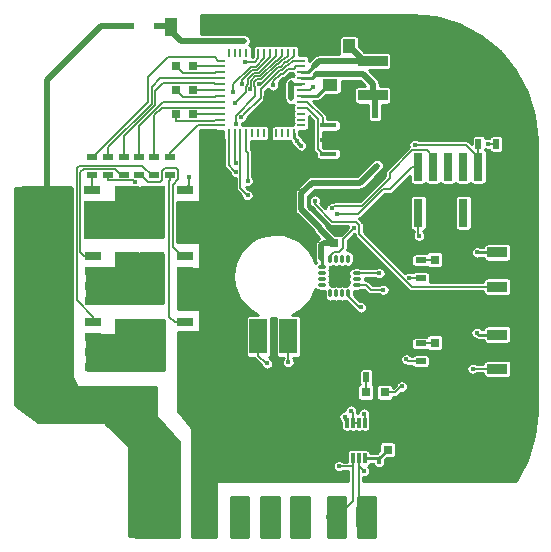
<source format=gbr>
G04 #@! TF.FileFunction,Copper,L1,Top,Signal*
%FSLAX46Y46*%
G04 Gerber Fmt 4.6, Leading zero omitted, Abs format (unit mm)*
G04 Created by KiCad (PCBNEW 4.0.6) date 10/14/18 11:43:10*
%MOMM*%
%LPD*%
G01*
G04 APERTURE LIST*
%ADD10C,0.100000*%
%ADD11R,1.000000X1.250000*%
%ADD12R,1.250000X1.000000*%
%ADD13R,0.800000X0.750000*%
%ADD14R,0.750000X0.800000*%
%ADD15R,1.700000X0.900000*%
%ADD16R,0.500000X0.500000*%
%ADD17R,0.800000X0.800000*%
%ADD18R,1.700000X1.700000*%
%ADD19O,1.700000X1.700000*%
%ADD20R,2.500000X0.900000*%
%ADD21R,1.400000X0.700000*%
%ADD22R,4.300000X4.410000*%
%ADD23R,0.900000X0.500000*%
%ADD24R,0.500000X0.900000*%
%ADD25R,0.700000X0.250000*%
%ADD26R,0.250000X0.700000*%
%ADD27R,1.000000X1.000000*%
%ADD28R,0.304800X0.889000*%
%ADD29R,2.000000X0.600000*%
%ADD30O,0.300000X0.750000*%
%ADD31O,0.750000X0.300000*%
%ADD32R,0.900000X0.900000*%
%ADD33R,1.400000X0.400000*%
%ADD34R,1.000000X1.600000*%
%ADD35R,2.150000X2.200000*%
%ADD36R,0.740000X2.400000*%
%ADD37R,1.500000X3.000000*%
%ADD38C,0.400000*%
%ADD39C,0.130000*%
%ADD40C,0.250000*%
%ADD41C,0.500000*%
%ADD42C,0.254000*%
G04 APERTURE END LIST*
D10*
D11*
X71750000Y-46050000D03*
X69750000Y-46050000D03*
D12*
X70150000Y-51300000D03*
X70150000Y-49300000D03*
D13*
X58550000Y-51800000D03*
X57050000Y-51800000D03*
X58550000Y-49750000D03*
X57050000Y-49750000D03*
X58550000Y-47750000D03*
X57050000Y-47750000D03*
D14*
X75000000Y-80200000D03*
X75000000Y-78700000D03*
D13*
X70500000Y-62700000D03*
X72000000Y-62700000D03*
D15*
X84300000Y-66400000D03*
X84300000Y-63500000D03*
D16*
X73950000Y-51900000D03*
X73950000Y-54100000D03*
D17*
X74750000Y-75350000D03*
X73150000Y-75350000D03*
X79000000Y-71150000D03*
X79000000Y-72750000D03*
D16*
X55500000Y-44350000D03*
X53300000Y-44350000D03*
D17*
X79000000Y-64100000D03*
X79000000Y-65700000D03*
D15*
X84300000Y-73350000D03*
X84300000Y-70450000D03*
D18*
X73200000Y-85900000D03*
D19*
X70660000Y-85900000D03*
D18*
X56600000Y-85900000D03*
X59200000Y-85900000D03*
X62500000Y-85900000D03*
X65040000Y-85900000D03*
X67580000Y-85900000D03*
D20*
X73750000Y-50200000D03*
X73750000Y-47300000D03*
D21*
X50100000Y-73240000D03*
X50100000Y-71970000D03*
X50100000Y-70700000D03*
X50100000Y-69430000D03*
D22*
X46290000Y-71335000D03*
D21*
X50100000Y-67570000D03*
X50100000Y-66300000D03*
X50100000Y-65030000D03*
X50100000Y-63760000D03*
D22*
X46290000Y-65665000D03*
D21*
X50000000Y-62000000D03*
X50000000Y-60730000D03*
X50000000Y-59460000D03*
X50000000Y-58190000D03*
D22*
X46190000Y-60095000D03*
D23*
X77800000Y-72700000D03*
X77800000Y-71200000D03*
X77800000Y-65650000D03*
X77800000Y-64150000D03*
X55250000Y-56950000D03*
X55250000Y-55450000D03*
X56600000Y-56950000D03*
X56600000Y-55450000D03*
X52650000Y-56950000D03*
X52650000Y-55450000D03*
X53950000Y-56950000D03*
X53950000Y-55450000D03*
X50000000Y-56950000D03*
X50000000Y-55450000D03*
X51350000Y-56950000D03*
X51350000Y-55450000D03*
D24*
X73200000Y-74050000D03*
X74700000Y-74050000D03*
D25*
X67700000Y-52750000D03*
X67700000Y-52250000D03*
X67700000Y-51750000D03*
X67700000Y-51250000D03*
X67700000Y-50750000D03*
X67700000Y-50250000D03*
X67700000Y-49750000D03*
X67700000Y-49250000D03*
X67700000Y-48750000D03*
X67700000Y-48250000D03*
X67700000Y-47750000D03*
X67700000Y-47250000D03*
D26*
X67050000Y-46600000D03*
X66550000Y-46600000D03*
X66050000Y-46600000D03*
X65550000Y-46600000D03*
X65050000Y-46600000D03*
X64550000Y-46600000D03*
X64050000Y-46600000D03*
X63550000Y-46600000D03*
X63050000Y-46600000D03*
X62550000Y-46600000D03*
X62050000Y-46600000D03*
X61550000Y-46600000D03*
D25*
X60900000Y-47250000D03*
X60900000Y-47750000D03*
X60900000Y-48250000D03*
X60900000Y-48750000D03*
X60900000Y-49250000D03*
X60900000Y-49750000D03*
X60900000Y-50250000D03*
X60900000Y-50750000D03*
X60900000Y-51250000D03*
X60900000Y-51750000D03*
X60900000Y-52250000D03*
X60900000Y-52750000D03*
D26*
X61550000Y-53400000D03*
X62050000Y-53400000D03*
X62550000Y-53400000D03*
X63050000Y-53400000D03*
X63550000Y-53400000D03*
X64050000Y-53400000D03*
X64550000Y-53400000D03*
X65050000Y-53400000D03*
X65550000Y-53400000D03*
X66050000Y-53400000D03*
X66550000Y-53400000D03*
X67050000Y-53400000D03*
D27*
X65000000Y-50800000D03*
D28*
X73050000Y-77900000D03*
X72550000Y-77900000D03*
X72050000Y-77900000D03*
X71550000Y-77900000D03*
X71550000Y-80922600D03*
X72050000Y-80922600D03*
X72550000Y-80922600D03*
X73050000Y-80922600D03*
D29*
X72200000Y-79411300D03*
D30*
X70150000Y-66975000D03*
X70650000Y-66975000D03*
X71150000Y-66975000D03*
X71650000Y-66975000D03*
D31*
X72375000Y-66250000D03*
X72375000Y-65750000D03*
X72375000Y-65250000D03*
X72375000Y-64750000D03*
D30*
X71650000Y-64025000D03*
X71150000Y-64025000D03*
X70650000Y-64025000D03*
X70150000Y-64025000D03*
D31*
X69425000Y-64750000D03*
X69425000Y-65250000D03*
X69425000Y-65750000D03*
X69425000Y-66250000D03*
D32*
X71350000Y-65050000D03*
X70450000Y-65050000D03*
X71350000Y-65950000D03*
X70450000Y-65950000D03*
D33*
X70000000Y-55150000D03*
X70000000Y-53950000D03*
X70000000Y-52750000D03*
D34*
X56700000Y-44400000D03*
X59700000Y-44400000D03*
D21*
X57823935Y-73205000D03*
X57823935Y-71935000D03*
X57823935Y-70665000D03*
X57823935Y-69395000D03*
D35*
X52958935Y-72400000D03*
X52958935Y-70200000D03*
X55108935Y-72400000D03*
X55108935Y-70200000D03*
D21*
X57810000Y-67605000D03*
X57810000Y-66335000D03*
X57810000Y-65065000D03*
X57810000Y-63795000D03*
D35*
X52945000Y-66800000D03*
X52945000Y-64600000D03*
X55095000Y-66800000D03*
X55095000Y-64600000D03*
D21*
X57823935Y-62000000D03*
X57823935Y-60730000D03*
X57823935Y-59460000D03*
X57823935Y-58190000D03*
D35*
X52958935Y-61195000D03*
X52958935Y-58995000D03*
X55108935Y-61195000D03*
X55108935Y-58995000D03*
D36*
X77610000Y-60150000D03*
X77610000Y-56250000D03*
X78880000Y-60150000D03*
X78880000Y-56250000D03*
X80150000Y-60150000D03*
X80150000Y-56250000D03*
X81420000Y-60150000D03*
X81420000Y-56250000D03*
X82690000Y-60150000D03*
X82690000Y-56250000D03*
D37*
X66600000Y-70600000D03*
X64060000Y-70600000D03*
D24*
X84200000Y-54300000D03*
X82700000Y-54300000D03*
D38*
X83500000Y-54300000D03*
X77650000Y-62100000D03*
X74300000Y-81250000D03*
X76200000Y-74850000D03*
X82600000Y-63500000D03*
X82550000Y-70300000D03*
X67650000Y-54450000D03*
X67350000Y-54050000D03*
X72200000Y-47300000D03*
X71550000Y-47300000D03*
X70900000Y-47300000D03*
X70250000Y-47300000D03*
X73750000Y-47300000D03*
X73650000Y-56600000D03*
X74100000Y-56150000D03*
X62850004Y-45600000D03*
X62250000Y-45600000D03*
X61550000Y-45600004D03*
X66850000Y-49150000D03*
X66850000Y-49750000D03*
X66850000Y-50450000D03*
X58550000Y-51800000D03*
X58550000Y-49750000D03*
X58550000Y-47750000D03*
X77300000Y-54400000D03*
X68650000Y-49500000D03*
X62154990Y-55900000D03*
X70270685Y-59779315D03*
X70718687Y-60227316D03*
X62154990Y-56704315D03*
X61950000Y-49900000D03*
X72750000Y-68150000D03*
X62665825Y-49217677D03*
X74308093Y-65258636D03*
X62050000Y-50850000D03*
X72150000Y-61450000D03*
X63371481Y-49651262D03*
X74650000Y-66650000D03*
X66600000Y-72800000D03*
X73000000Y-82000000D03*
X64800000Y-72900000D03*
X70900000Y-81600000D03*
X58200000Y-57100000D03*
X53600000Y-57530002D03*
X71900000Y-76900000D03*
X62600000Y-52050000D03*
X71366430Y-77396927D03*
X63143602Y-58652231D03*
X63150000Y-57450000D03*
X73000000Y-77150000D03*
X62150000Y-52650000D03*
X68840858Y-59115087D03*
X64099999Y-49250000D03*
X82200000Y-73350000D03*
X62900000Y-47350000D03*
X76600000Y-72550000D03*
X65300000Y-49350000D03*
X76850000Y-65650000D03*
D39*
X84200000Y-54300000D02*
X83500000Y-54300000D01*
D40*
X69400000Y-64000000D02*
X69425000Y-64025000D01*
X69425000Y-64025000D02*
X69425000Y-64750000D01*
D41*
X69400000Y-62900000D02*
X69400000Y-64000000D01*
X70500000Y-62700000D02*
X69600000Y-62700000D01*
X69600000Y-62700000D02*
X69400000Y-62900000D01*
D39*
X77610000Y-60150000D02*
X77610000Y-62060000D01*
X77610000Y-62060000D02*
X77650000Y-62100000D01*
D40*
X74277400Y-80922600D02*
X74277400Y-81227400D01*
X74277400Y-81227400D02*
X74300000Y-81250000D01*
X73050000Y-80922600D02*
X74277400Y-80922600D01*
X74277400Y-80922600D02*
X75000000Y-80200000D01*
D39*
X76150000Y-74850000D02*
X76200000Y-74850000D01*
X75650000Y-75350000D02*
X76150000Y-74850000D01*
X74750000Y-75350000D02*
X75650000Y-75350000D01*
D41*
X70475000Y-62700000D02*
X69275000Y-61500000D01*
D40*
X84300000Y-63500000D02*
X82600000Y-63500000D01*
X84300000Y-70450000D02*
X82700000Y-70450000D01*
X82700000Y-70450000D02*
X82550000Y-70300000D01*
X67350000Y-54050000D02*
X67350000Y-54150000D01*
X67350000Y-54150000D02*
X67650000Y-54450000D01*
X67050000Y-53400000D02*
X67050000Y-53750000D01*
X67050000Y-53750000D02*
X67350000Y-54050000D01*
D41*
X73750000Y-47300000D02*
X72200000Y-47300000D01*
X72200000Y-47300000D02*
X71550000Y-47300000D01*
X71550000Y-47300000D02*
X70900000Y-47300000D01*
X70900000Y-47300000D02*
X70250000Y-47300000D01*
X69900000Y-47300000D02*
X69200000Y-47300000D01*
X70250000Y-47300000D02*
X69900000Y-47300000D01*
X70475000Y-62700000D02*
X70500000Y-62700000D01*
X73750000Y-47300000D02*
X73000000Y-47300000D01*
X73000000Y-47300000D02*
X71750000Y-46050000D01*
X73550000Y-47100000D02*
X73750000Y-47300000D01*
D40*
X67700000Y-48250000D02*
X68300000Y-48250000D01*
X68300000Y-48250000D02*
X68800000Y-47750000D01*
X68800000Y-47750000D02*
X68800000Y-47700000D01*
D41*
X69200000Y-47300000D02*
X68800000Y-47700000D01*
X72650000Y-57600000D02*
X73650000Y-56600000D01*
X73650000Y-56600000D02*
X74100000Y-56150000D01*
X68600000Y-57600000D02*
X72650000Y-57600000D01*
X67700000Y-58500000D02*
X68600000Y-57600000D01*
X67700000Y-59850000D02*
X67700000Y-58500000D01*
X69275000Y-61425000D02*
X67700000Y-59850000D01*
X69275000Y-61500000D02*
X69275000Y-61425000D01*
D40*
X65050000Y-53400000D02*
X65050000Y-52700000D01*
X65050000Y-52700000D02*
X65000000Y-52650000D01*
D41*
X65000000Y-51800000D02*
X65000000Y-52650000D01*
X65000000Y-50800000D02*
X65000000Y-51800000D01*
X59700000Y-44400000D02*
X61650000Y-44400000D01*
D40*
X70150000Y-49300000D02*
X69950000Y-49300000D01*
X69950000Y-49300000D02*
X69000000Y-50250000D01*
X69000000Y-50250000D02*
X68300000Y-50250000D01*
X68300000Y-50250000D02*
X67700000Y-50250000D01*
D41*
X62250000Y-45600000D02*
X62850004Y-45600000D01*
X62249996Y-45600004D02*
X62250000Y-45600000D01*
X61550000Y-45600004D02*
X62249996Y-45600004D01*
X61267158Y-45600004D02*
X61550000Y-45600004D01*
X57500004Y-45600004D02*
X61267158Y-45600004D01*
X56250000Y-44350000D02*
X57500004Y-45600004D01*
X55500000Y-44350000D02*
X56250000Y-44350000D01*
D40*
X67700000Y-49250000D02*
X66950000Y-49250000D01*
X66950000Y-49250000D02*
X66850000Y-49150000D01*
D41*
X66850000Y-49750000D02*
X66850000Y-49150000D01*
X66850000Y-50450000D02*
X66850000Y-49750000D01*
X55500000Y-44350000D02*
X56650000Y-44350000D01*
X56650000Y-44350000D02*
X56700000Y-44400000D01*
D39*
X58550000Y-51800000D02*
X60850000Y-51800000D01*
X60850000Y-51800000D02*
X60900000Y-51750000D01*
X57050000Y-51800000D02*
X57050000Y-52305000D01*
X57050000Y-52305000D02*
X57115001Y-52370001D01*
X57115001Y-52370001D02*
X60299999Y-52370001D01*
X60299999Y-52370001D02*
X60420000Y-52250000D01*
X60420000Y-52250000D02*
X60900000Y-52250000D01*
X58550000Y-49750000D02*
X59080000Y-49750000D01*
X59080000Y-49750000D02*
X60900000Y-49750000D01*
X57050000Y-49750000D02*
X57075000Y-49750000D01*
X57075000Y-49750000D02*
X57645001Y-50320001D01*
X57645001Y-50320001D02*
X60349999Y-50320001D01*
X60349999Y-50320001D02*
X60420000Y-50250000D01*
X60420000Y-50250000D02*
X60900000Y-50250000D01*
X60900000Y-47750000D02*
X58550000Y-47750000D01*
X57050000Y-47750000D02*
X57075000Y-47750000D01*
X57075000Y-47750000D02*
X57645001Y-48320001D01*
X57645001Y-48320001D02*
X60349999Y-48320001D01*
X60349999Y-48320001D02*
X60420000Y-48250000D01*
X60420000Y-48250000D02*
X60900000Y-48250000D01*
D40*
X68930001Y-48419999D02*
X68600000Y-48750000D01*
X68600000Y-48750000D02*
X67700000Y-48750000D01*
D41*
X73750000Y-50200000D02*
X73750000Y-49250000D01*
X73750000Y-49250000D02*
X72919999Y-48419999D01*
X72919999Y-48419999D02*
X68930001Y-48419999D01*
X73950000Y-51900000D02*
X73950000Y-50400000D01*
X73950000Y-50400000D02*
X73750000Y-50200000D01*
D39*
X73200000Y-74050000D02*
X73200000Y-75300000D01*
X73200000Y-75300000D02*
X73150000Y-75350000D01*
X79000000Y-71150000D02*
X77850000Y-71150000D01*
X77850000Y-71150000D02*
X77800000Y-71200000D01*
D41*
X46200000Y-48900000D02*
X50750000Y-44350000D01*
X50750000Y-44350000D02*
X53300000Y-44350000D01*
X46200000Y-57380000D02*
X46200000Y-48900000D01*
X46190000Y-60095000D02*
X46190000Y-57390000D01*
X46190000Y-57390000D02*
X46200000Y-57380000D01*
D39*
X77800000Y-64150000D02*
X78950000Y-64150000D01*
X78950000Y-64150000D02*
X79000000Y-64100000D01*
X82700000Y-54300000D02*
X82700000Y-56240000D01*
X82700000Y-56240000D02*
X82690000Y-56250000D01*
X77300000Y-54400000D02*
X81670000Y-54400000D01*
X81670000Y-54400000D02*
X82690000Y-55420000D01*
X82690000Y-55420000D02*
X82690000Y-56250000D01*
X67700000Y-49750000D02*
X68400000Y-49750000D01*
X68400000Y-49750000D02*
X68650000Y-49500000D01*
X75200000Y-57200000D02*
X75200000Y-56738998D01*
X75200000Y-56738998D02*
X77083999Y-54854999D01*
X77083999Y-54854999D02*
X78314999Y-54854999D01*
X78314999Y-54854999D02*
X78880000Y-55420000D01*
X78880000Y-55420000D02*
X78880000Y-56250000D01*
X62050000Y-55795010D02*
X62154990Y-55900000D01*
X62050000Y-53400000D02*
X62050000Y-55795010D01*
X72820684Y-59579316D02*
X70470684Y-59579316D01*
X70470684Y-59579316D02*
X70270685Y-59779315D01*
X75200000Y-57200000D02*
X72820684Y-59579316D01*
X77610000Y-56250000D02*
X77110000Y-56250000D01*
X77110000Y-56250000D02*
X75210000Y-58150000D01*
X75210000Y-58150000D02*
X74617710Y-58150000D01*
X74617710Y-58150000D02*
X72540394Y-60227316D01*
X72540394Y-60227316D02*
X71001529Y-60227316D01*
X71001529Y-60227316D02*
X70718687Y-60227316D01*
X61954991Y-56504316D02*
X62154990Y-56704315D01*
X61550000Y-53400000D02*
X61550000Y-56099325D01*
X61550000Y-56099325D02*
X61954991Y-56504316D01*
X71650000Y-66975000D02*
X71650000Y-67200000D01*
X71650000Y-67200000D02*
X72600000Y-68150000D01*
X72600000Y-68150000D02*
X72750000Y-68150000D01*
X61950000Y-49617158D02*
X61950000Y-49900000D01*
X63415396Y-47800000D02*
X61950000Y-49265396D01*
X64550000Y-47079974D02*
X63829974Y-47800000D01*
X64550000Y-46600000D02*
X64550000Y-47079974D01*
X63829974Y-47800000D02*
X63415396Y-47800000D01*
X61950000Y-49265396D02*
X61950000Y-49617158D01*
X73450000Y-65250000D02*
X72375000Y-65250000D01*
X65050000Y-46950000D02*
X63929634Y-48070366D01*
X63530294Y-48070366D02*
X62665825Y-48934835D01*
X62665825Y-48934835D02*
X62665825Y-49217677D01*
X63929634Y-48070366D02*
X63530294Y-48070366D01*
X65050000Y-46600000D02*
X65050000Y-46950000D01*
X74299457Y-65250000D02*
X74308093Y-65258636D01*
X73450000Y-65250000D02*
X74299457Y-65250000D01*
X72150000Y-61450000D02*
X71225000Y-62375000D01*
X71225000Y-62375000D02*
X71225000Y-63101002D01*
X70871011Y-63454990D02*
X70495010Y-63454990D01*
X71225000Y-63101002D02*
X70871011Y-63454990D01*
X70495010Y-63454990D02*
X70150000Y-63800000D01*
X70150000Y-63800000D02*
X70150000Y-64025000D01*
X62976479Y-49461660D02*
X62976479Y-49923521D01*
X62976479Y-49923521D02*
X62249999Y-50650001D01*
X63171960Y-48858016D02*
X63171960Y-49266179D01*
X63694999Y-48334977D02*
X63171960Y-48858016D01*
X62249999Y-50650001D02*
X62050000Y-50850000D01*
X63171960Y-49266179D02*
X62976479Y-49461660D01*
X65550000Y-46879976D02*
X64094999Y-48334977D01*
X65550000Y-46600000D02*
X65550000Y-46879976D01*
X64094999Y-48334977D02*
X63694999Y-48334977D01*
X73570000Y-66650000D02*
X73170000Y-66250000D01*
X73170000Y-66250000D02*
X72375000Y-66250000D01*
X66050000Y-46862265D02*
X65637299Y-47274966D01*
X64217277Y-48594988D02*
X63802698Y-48594988D01*
X65637299Y-47274966D02*
X65537299Y-47274966D01*
X65537299Y-47274966D02*
X64217277Y-48594988D01*
X63444987Y-48952699D02*
X63444988Y-49577755D01*
X63802698Y-48594988D02*
X63444987Y-48952699D01*
X63444988Y-49577755D02*
X63371481Y-49651262D01*
X66050000Y-46600000D02*
X66050000Y-46862265D01*
X74650000Y-66650000D02*
X73570000Y-66650000D01*
X66600000Y-72800000D02*
X66600000Y-70600000D01*
X72550000Y-81600000D02*
X72550000Y-85250000D01*
X72550000Y-80922600D02*
X72550000Y-81600000D01*
X72600000Y-81600000D02*
X73000000Y-82000000D01*
X72550000Y-81600000D02*
X72600000Y-81600000D01*
X72550000Y-85250000D02*
X73200000Y-85900000D01*
X64060000Y-72230000D02*
X64730000Y-72900000D01*
X64730000Y-72900000D02*
X64800000Y-72900000D01*
X64060000Y-70600000D02*
X64060000Y-72230000D01*
X72050000Y-81600000D02*
X72050000Y-80922600D01*
X72050000Y-82100000D02*
X72050000Y-81600000D01*
X72050000Y-81600000D02*
X70900000Y-81600000D01*
X72050000Y-84510000D02*
X72050000Y-82100000D01*
X70660000Y-85900000D02*
X72050000Y-84510000D01*
X50100000Y-68950000D02*
X50100000Y-69430000D01*
X55050000Y-56950000D02*
X54250000Y-56150000D01*
X48910011Y-56139989D02*
X48700000Y-56350000D01*
X52007700Y-56139989D02*
X48910011Y-56139989D01*
X54250000Y-56150000D02*
X52017711Y-56150000D01*
X52017711Y-56150000D02*
X52007700Y-56139989D01*
X48700000Y-56350000D02*
X48700000Y-67550000D01*
X55250000Y-56950000D02*
X55050000Y-56950000D01*
X48700000Y-67550000D02*
X50100000Y-68950000D01*
X50100000Y-69430000D02*
X49750000Y-69430000D01*
X56600000Y-56950000D02*
X56600000Y-57330000D01*
X56600000Y-57330000D02*
X56525000Y-57405000D01*
X56525000Y-57405000D02*
X56525000Y-68950000D01*
X56525000Y-68950000D02*
X56970000Y-69395000D01*
X56970000Y-69395000D02*
X57823935Y-69395000D01*
X50100000Y-63760000D02*
X49270000Y-63760000D01*
X49270000Y-63760000D02*
X49000000Y-63490000D01*
X49000000Y-63490000D02*
X49000000Y-56700000D01*
X49000000Y-56700000D02*
X49300000Y-56400000D01*
X49300000Y-56400000D02*
X51900000Y-56400000D01*
X51900000Y-56400000D02*
X52450000Y-56950000D01*
X52450000Y-56950000D02*
X52650000Y-56950000D01*
X53950000Y-56950000D02*
X54150000Y-56950000D01*
X54150000Y-56950000D02*
X54750000Y-57550000D01*
X55895001Y-57356001D02*
X55895001Y-56603997D01*
X54750000Y-57550000D02*
X55701002Y-57550000D01*
X55701002Y-57550000D02*
X55895001Y-57356001D01*
X55895001Y-56603997D02*
X56148998Y-56350000D01*
X56148998Y-56350000D02*
X57051002Y-56350000D01*
X57051002Y-56350000D02*
X57245001Y-56543999D01*
X57245001Y-56543999D02*
X57245001Y-57304999D01*
X57245001Y-57304999D02*
X56800000Y-57750000D01*
X56800000Y-57750000D02*
X56800000Y-63000000D01*
X56800000Y-63000000D02*
X57595000Y-63795000D01*
X57595000Y-63795000D02*
X57810000Y-63795000D01*
X50000000Y-56950000D02*
X50000000Y-58190000D01*
X58200000Y-57100000D02*
X58200000Y-57813935D01*
X58200000Y-57813935D02*
X57823935Y-58190000D01*
X51420000Y-57400000D02*
X53469998Y-57400000D01*
X53469998Y-57400000D02*
X53600000Y-57530002D01*
X51350000Y-56950000D02*
X51350000Y-57330000D01*
X51350000Y-57330000D02*
X51420000Y-57400000D01*
X55250000Y-55450000D02*
X55250000Y-51850000D01*
X55250000Y-51850000D02*
X55870001Y-51229999D01*
X55870001Y-51229999D02*
X60399999Y-51229999D01*
X60399999Y-51229999D02*
X60420000Y-51250000D01*
X60420000Y-51250000D02*
X60900000Y-51250000D01*
X56600000Y-55450000D02*
X56600000Y-55070000D01*
X56600000Y-55070000D02*
X58920000Y-52750000D01*
X58920000Y-52750000D02*
X60420000Y-52750000D01*
X60420000Y-52750000D02*
X60900000Y-52750000D01*
X60900000Y-49250000D02*
X60420000Y-49250000D01*
X60420000Y-49250000D02*
X60349999Y-49179999D01*
X55970001Y-49179999D02*
X55300000Y-49850000D01*
X55300000Y-51000000D02*
X52650000Y-53650000D01*
X60349999Y-49179999D02*
X55970001Y-49179999D01*
X55300000Y-49850000D02*
X55300000Y-51000000D01*
X52650000Y-53650000D02*
X52650000Y-55450000D01*
X53950000Y-55070000D02*
X53950000Y-55450000D01*
X53950000Y-52782289D02*
X53950000Y-55070000D01*
X55982289Y-50750000D02*
X53950000Y-52782289D01*
X60900000Y-50750000D02*
X55982289Y-50750000D01*
X50000000Y-55450000D02*
X50050000Y-55450000D01*
X50050000Y-55450000D02*
X54750000Y-50750000D01*
X54750000Y-50750000D02*
X54750000Y-48650000D01*
X54750000Y-48650000D02*
X56405000Y-46995000D01*
X60675000Y-47250000D02*
X60900000Y-47250000D01*
X56405000Y-46995000D02*
X60420000Y-46995000D01*
X60420000Y-46995000D02*
X60675000Y-47250000D01*
X51350000Y-54582290D02*
X51350000Y-55070000D01*
X55039990Y-50892300D02*
X51350000Y-54582290D01*
X55039990Y-49460010D02*
X55039990Y-50892300D01*
X51350000Y-55070000D02*
X51350000Y-55450000D01*
X55750000Y-48750000D02*
X55039990Y-49460010D01*
X60900000Y-48750000D02*
X55750000Y-48750000D01*
X67700000Y-51250000D02*
X68180000Y-51250000D01*
X68180000Y-51250000D02*
X69104999Y-52174999D01*
X69104999Y-52174999D02*
X69104999Y-54754999D01*
X69104999Y-54754999D02*
X69500000Y-55150000D01*
X69500000Y-55150000D02*
X70000000Y-55150000D01*
X68180000Y-50750000D02*
X67700000Y-50750000D01*
X69500000Y-52070000D02*
X68180000Y-50750000D01*
X69500000Y-52750000D02*
X69500000Y-52070000D01*
D40*
X70000000Y-52750000D02*
X69500000Y-52750000D01*
D39*
X72050000Y-77900000D02*
X72550000Y-77900000D01*
X72050000Y-77900000D02*
X72050000Y-77050000D01*
X72050000Y-77050000D02*
X71900000Y-76900000D01*
X62799999Y-51850001D02*
X62600000Y-52050000D01*
X64249999Y-50400001D02*
X62799999Y-51850001D01*
X64249999Y-49702950D02*
X64249999Y-50400001D01*
X66459748Y-47669978D02*
X66034748Y-48094978D01*
X66609749Y-47669978D02*
X66459748Y-47669978D01*
X67029727Y-47250000D02*
X66609749Y-47669978D01*
X65857971Y-48094978D02*
X64249999Y-49702950D01*
X67700000Y-47250000D02*
X67029727Y-47250000D01*
X66034748Y-48094978D02*
X65857971Y-48094978D01*
X71366430Y-77716430D02*
X71366430Y-77679769D01*
X71550000Y-77900000D02*
X71366430Y-77716430D01*
X71366430Y-77679769D02*
X71366430Y-77396927D01*
X62943603Y-58452232D02*
X63143602Y-58652231D01*
X62550000Y-53400000D02*
X62550000Y-58058629D01*
X62550000Y-58058629D02*
X62943603Y-58452232D01*
X63150000Y-57450000D02*
X63150000Y-55050000D01*
X63150000Y-55050000D02*
X63050000Y-54950000D01*
X73050000Y-77900000D02*
X73050000Y-77200000D01*
X73050000Y-77200000D02*
X73000000Y-77150000D01*
X63050000Y-53880000D02*
X63050000Y-53400000D01*
X63050000Y-54950000D02*
X63050000Y-53880000D01*
X63794477Y-50272681D02*
X62150000Y-51917158D01*
X62150000Y-52367158D02*
X62150000Y-52650000D01*
X62150000Y-51917158D02*
X62150000Y-52367158D01*
X63794477Y-49529080D02*
X63794477Y-50272681D01*
X63910398Y-48854999D02*
X63704998Y-49060399D01*
X64324977Y-48854999D02*
X63910398Y-48854999D01*
X65744999Y-47534977D02*
X65644999Y-47534977D01*
X65644999Y-47534977D02*
X64324977Y-48854999D01*
X66130020Y-47149956D02*
X65744999Y-47534977D01*
X66550000Y-46864579D02*
X66264623Y-47149956D01*
X63704998Y-49439601D02*
X63794477Y-49529080D01*
X66264623Y-47149956D02*
X66130020Y-47149956D01*
X66550000Y-46600000D02*
X66550000Y-46864579D01*
X63704998Y-49060399D02*
X63704998Y-49439601D01*
X68840858Y-59397929D02*
X68840858Y-59115087D01*
X72595002Y-61160398D02*
X72316933Y-60882329D01*
X70325258Y-60882329D02*
X68840858Y-59397929D01*
X77034604Y-66400000D02*
X72595002Y-61960398D01*
X72316933Y-60882329D02*
X70325258Y-60882329D01*
X72595002Y-61960398D02*
X72595002Y-61160398D01*
X84300000Y-66400000D02*
X77034604Y-66400000D01*
X64297687Y-49250000D02*
X64099999Y-49250000D01*
X65752699Y-47794988D02*
X64297687Y-49250000D01*
X65967028Y-47794988D02*
X65752699Y-47794988D01*
X66352048Y-47409967D02*
X65967028Y-47794988D01*
X67050000Y-46600000D02*
X67050000Y-46862016D01*
X67050000Y-46862016D02*
X66502049Y-47409967D01*
X66502049Y-47409967D02*
X66352048Y-47409967D01*
X82200000Y-73350000D02*
X84300000Y-73350000D01*
X62900000Y-47350000D02*
X63780000Y-47350000D01*
X63780000Y-47350000D02*
X64050000Y-47080000D01*
X77800000Y-72700000D02*
X76750000Y-72700000D01*
X76750000Y-72700000D02*
X76600000Y-72550000D01*
X64050000Y-46600000D02*
X64050000Y-47080000D01*
X65300000Y-49020660D02*
X65300000Y-49067158D01*
X65300000Y-49067158D02*
X65300000Y-49350000D01*
X67220000Y-47750000D02*
X67040011Y-47929989D01*
X66142448Y-48354989D02*
X65965671Y-48354989D01*
X65965671Y-48354989D02*
X65300000Y-49020660D01*
X67700000Y-47750000D02*
X67220000Y-47750000D01*
X66567448Y-47929989D02*
X66142448Y-48354989D01*
X67040011Y-47929989D02*
X66567448Y-47929989D01*
X76850000Y-65650000D02*
X77800000Y-65650000D01*
D42*
G36*
X48273000Y-74000000D02*
X48278028Y-74035381D01*
X48286408Y-74056796D01*
X48686408Y-74856796D01*
X48706728Y-74886194D01*
X48734434Y-74908766D01*
X48767331Y-74922726D01*
X48800000Y-74927000D01*
X55373000Y-74927000D01*
X55373000Y-77300000D01*
X55378028Y-77335381D01*
X55392714Y-77367961D01*
X55406028Y-77385429D01*
X57373000Y-79549098D01*
X57373000Y-87623000D01*
X54018441Y-87623000D01*
X53127000Y-87535594D01*
X53127000Y-80000000D01*
X53121972Y-79964619D01*
X53107286Y-79932039D01*
X53089803Y-79910197D01*
X51089803Y-77910197D01*
X51061229Y-77888734D01*
X51027807Y-77876082D01*
X51000000Y-77873000D01*
X45390849Y-77873000D01*
X43427000Y-76435572D01*
X43427000Y-58027000D01*
X48273000Y-58027000D01*
X48273000Y-74000000D01*
X48273000Y-74000000D01*
G37*
X48273000Y-74000000D02*
X48278028Y-74035381D01*
X48286408Y-74056796D01*
X48686408Y-74856796D01*
X48706728Y-74886194D01*
X48734434Y-74908766D01*
X48767331Y-74922726D01*
X48800000Y-74927000D01*
X55373000Y-74927000D01*
X55373000Y-77300000D01*
X55378028Y-77335381D01*
X55392714Y-77367961D01*
X55406028Y-77385429D01*
X57373000Y-79549098D01*
X57373000Y-87623000D01*
X54018441Y-87623000D01*
X53127000Y-87535594D01*
X53127000Y-80000000D01*
X53121972Y-79964619D01*
X53107286Y-79932039D01*
X53089803Y-79910197D01*
X51089803Y-77910197D01*
X51061229Y-77888734D01*
X51027807Y-77876082D01*
X51000000Y-77873000D01*
X45390849Y-77873000D01*
X43427000Y-76435572D01*
X43427000Y-58027000D01*
X48273000Y-58027000D01*
X48273000Y-74000000D01*
G36*
X79063004Y-43581087D02*
X81047420Y-44180218D01*
X82877679Y-45153384D01*
X84484056Y-46463514D01*
X85805368Y-48060706D01*
X86791286Y-49884122D01*
X87404257Y-51864311D01*
X87622801Y-53943620D01*
X87623000Y-54000742D01*
X87623000Y-76981559D01*
X87418913Y-79063004D01*
X86819782Y-81047420D01*
X85875690Y-82823000D01*
X72942000Y-82823000D01*
X72942000Y-82525923D01*
X73040627Y-82527989D01*
X73142406Y-82510043D01*
X73238762Y-82472669D01*
X73326024Y-82417291D01*
X73400867Y-82346019D01*
X73460441Y-82261567D01*
X73502477Y-82167152D01*
X73525374Y-82066370D01*
X73527023Y-81948325D01*
X73506949Y-81846943D01*
X73467565Y-81751391D01*
X73410372Y-81665309D01*
X73382964Y-81637709D01*
X73420001Y-81613303D01*
X73479977Y-81542933D01*
X73517973Y-81458641D01*
X73529916Y-81374600D01*
X73787043Y-81374600D01*
X73790964Y-81395964D01*
X73829010Y-81492056D01*
X73884995Y-81578929D01*
X73956788Y-81653273D01*
X74041654Y-81712256D01*
X74136360Y-81753632D01*
X74237299Y-81775825D01*
X74340627Y-81777989D01*
X74442406Y-81760043D01*
X74538762Y-81722669D01*
X74626024Y-81667291D01*
X74700867Y-81596019D01*
X74760441Y-81511567D01*
X74802477Y-81417152D01*
X74825374Y-81316370D01*
X74827023Y-81198325D01*
X74806949Y-81096943D01*
X74788074Y-81051150D01*
X74910642Y-80928582D01*
X75375000Y-80928582D01*
X75427074Y-80924429D01*
X75515396Y-80897078D01*
X75592601Y-80846203D01*
X75652577Y-80775833D01*
X75690573Y-80691541D01*
X75703582Y-80600000D01*
X75703582Y-79800000D01*
X75699429Y-79747926D01*
X75672078Y-79659604D01*
X75621203Y-79582399D01*
X75550833Y-79522423D01*
X75466541Y-79484427D01*
X75375000Y-79471418D01*
X74625000Y-79471418D01*
X74572926Y-79475571D01*
X74484604Y-79502922D01*
X74407399Y-79553797D01*
X74347423Y-79624167D01*
X74309427Y-79708459D01*
X74296418Y-79800000D01*
X74296418Y-80264358D01*
X74090176Y-80470600D01*
X73530384Y-80470600D01*
X73526829Y-80426026D01*
X73499478Y-80337704D01*
X73448603Y-80260499D01*
X73378233Y-80200523D01*
X73293941Y-80162527D01*
X73202400Y-80149518D01*
X72897600Y-80149518D01*
X72845526Y-80153671D01*
X72803302Y-80166747D01*
X72793941Y-80162527D01*
X72702400Y-80149518D01*
X72397600Y-80149518D01*
X72345526Y-80153671D01*
X72303302Y-80166747D01*
X72293941Y-80162527D01*
X72202400Y-80149518D01*
X71897600Y-80149518D01*
X71845526Y-80153671D01*
X71757204Y-80181022D01*
X71679999Y-80231897D01*
X71620023Y-80302267D01*
X71582027Y-80386559D01*
X71569018Y-80478100D01*
X71569018Y-81208000D01*
X71253462Y-81208000D01*
X71237548Y-81191975D01*
X71151867Y-81134182D01*
X71056592Y-81094132D01*
X70955353Y-81073351D01*
X70852006Y-81072629D01*
X70750486Y-81091995D01*
X70654662Y-81130711D01*
X70568182Y-81187302D01*
X70494341Y-81259612D01*
X70435952Y-81344887D01*
X70395238Y-81439880D01*
X70373750Y-81540972D01*
X70372307Y-81644312D01*
X70390964Y-81745964D01*
X70429010Y-81842056D01*
X70484995Y-81928929D01*
X70556788Y-82003273D01*
X70641654Y-82062256D01*
X70736360Y-82103632D01*
X70837299Y-82125825D01*
X70940627Y-82127989D01*
X71042406Y-82110043D01*
X71138762Y-82072669D01*
X71226024Y-82017291D01*
X71252582Y-81992000D01*
X71658000Y-81992000D01*
X71658000Y-82823000D01*
X60600000Y-82823000D01*
X60564619Y-82828028D01*
X60532039Y-82842714D01*
X60504840Y-82865895D01*
X60485177Y-82895736D01*
X60474605Y-82929873D01*
X60473000Y-82950000D01*
X60473000Y-87623000D01*
X58427000Y-87623000D01*
X58427000Y-78350000D01*
X58421972Y-78314619D01*
X58407286Y-78282039D01*
X58394921Y-78265626D01*
X57662133Y-77441239D01*
X70838737Y-77441239D01*
X70857394Y-77542891D01*
X70895440Y-77638983D01*
X70951425Y-77725856D01*
X70978048Y-77753425D01*
X70981120Y-77788539D01*
X70981695Y-77790517D01*
X70981896Y-77792570D01*
X70992372Y-77827269D01*
X71002464Y-77862006D01*
X71003411Y-77863834D01*
X71004008Y-77865810D01*
X71021006Y-77897778D01*
X71037671Y-77929929D01*
X71038959Y-77931543D01*
X71039925Y-77933359D01*
X71062792Y-77961397D01*
X71069018Y-77969196D01*
X71069018Y-78344500D01*
X71073171Y-78396574D01*
X71100522Y-78484896D01*
X71151397Y-78562101D01*
X71221767Y-78622077D01*
X71306059Y-78660073D01*
X71397600Y-78673082D01*
X71702400Y-78673082D01*
X71754474Y-78668929D01*
X71796698Y-78655853D01*
X71806059Y-78660073D01*
X71897600Y-78673082D01*
X72202400Y-78673082D01*
X72254474Y-78668929D01*
X72296698Y-78655853D01*
X72306059Y-78660073D01*
X72397600Y-78673082D01*
X72702400Y-78673082D01*
X72754474Y-78668929D01*
X72796698Y-78655853D01*
X72806059Y-78660073D01*
X72897600Y-78673082D01*
X73202400Y-78673082D01*
X73254474Y-78668929D01*
X73342796Y-78641578D01*
X73420001Y-78590703D01*
X73479977Y-78520333D01*
X73517973Y-78436041D01*
X73530982Y-78344500D01*
X73530982Y-77455500D01*
X73526829Y-77403426D01*
X73501082Y-77320285D01*
X73502477Y-77317152D01*
X73525374Y-77216370D01*
X73527023Y-77098325D01*
X73506949Y-76996943D01*
X73467565Y-76901391D01*
X73410372Y-76815309D01*
X73337548Y-76741975D01*
X73251867Y-76684182D01*
X73156592Y-76644132D01*
X73055353Y-76623351D01*
X72952006Y-76622629D01*
X72850486Y-76641995D01*
X72754662Y-76680711D01*
X72668182Y-76737302D01*
X72594341Y-76809612D01*
X72535952Y-76894887D01*
X72495238Y-76989880D01*
X72473750Y-77090972D01*
X72473248Y-77126918D01*
X72442000Y-77126918D01*
X72442000Y-77050000D01*
X72438463Y-77013926D01*
X72435310Y-76977891D01*
X72434735Y-76975913D01*
X72434534Y-76973860D01*
X72425679Y-76944530D01*
X72427023Y-76848325D01*
X72406949Y-76746943D01*
X72367565Y-76651391D01*
X72310372Y-76565309D01*
X72237548Y-76491975D01*
X72151867Y-76434182D01*
X72056592Y-76394132D01*
X71955353Y-76373351D01*
X71852006Y-76372629D01*
X71750486Y-76391995D01*
X71654662Y-76430711D01*
X71568182Y-76487302D01*
X71494341Y-76559612D01*
X71435952Y-76644887D01*
X71395238Y-76739880D01*
X71373750Y-76840972D01*
X71373346Y-76869940D01*
X71318436Y-76869556D01*
X71216916Y-76888922D01*
X71121092Y-76927638D01*
X71034612Y-76984229D01*
X70960771Y-77056539D01*
X70902382Y-77141814D01*
X70861668Y-77236807D01*
X70840180Y-77337899D01*
X70838737Y-77441239D01*
X57662133Y-77441239D01*
X57227000Y-76951715D01*
X57227000Y-74950000D01*
X72421418Y-74950000D01*
X72421418Y-75750000D01*
X72425571Y-75802074D01*
X72452922Y-75890396D01*
X72503797Y-75967601D01*
X72574167Y-76027577D01*
X72658459Y-76065573D01*
X72750000Y-76078582D01*
X73550000Y-76078582D01*
X73602074Y-76074429D01*
X73690396Y-76047078D01*
X73767601Y-75996203D01*
X73827577Y-75925833D01*
X73865573Y-75841541D01*
X73878582Y-75750000D01*
X73878582Y-74950000D01*
X74021418Y-74950000D01*
X74021418Y-75750000D01*
X74025571Y-75802074D01*
X74052922Y-75890396D01*
X74103797Y-75967601D01*
X74174167Y-76027577D01*
X74258459Y-76065573D01*
X74350000Y-76078582D01*
X75150000Y-76078582D01*
X75202074Y-76074429D01*
X75290396Y-76047078D01*
X75367601Y-75996203D01*
X75427577Y-75925833D01*
X75465573Y-75841541D01*
X75478582Y-75750000D01*
X75478582Y-75742000D01*
X75650000Y-75742000D01*
X75686074Y-75738463D01*
X75722109Y-75735310D01*
X75724087Y-75734735D01*
X75726140Y-75734534D01*
X75760839Y-75724058D01*
X75795576Y-75713966D01*
X75797404Y-75713019D01*
X75799380Y-75712422D01*
X75831348Y-75695424D01*
X75863499Y-75678759D01*
X75865113Y-75677471D01*
X75866929Y-75676505D01*
X75894967Y-75653638D01*
X75923289Y-75631029D01*
X75926156Y-75628202D01*
X75926217Y-75628152D01*
X75926264Y-75628095D01*
X75927186Y-75627186D01*
X76177701Y-75376671D01*
X76240627Y-75377989D01*
X76342406Y-75360043D01*
X76438762Y-75322669D01*
X76526024Y-75267291D01*
X76600867Y-75196019D01*
X76660441Y-75111567D01*
X76702477Y-75017152D01*
X76725374Y-74916370D01*
X76727023Y-74798325D01*
X76706949Y-74696943D01*
X76667565Y-74601391D01*
X76610372Y-74515309D01*
X76537548Y-74441975D01*
X76451867Y-74384182D01*
X76356592Y-74344132D01*
X76255353Y-74323351D01*
X76152006Y-74322629D01*
X76050486Y-74341995D01*
X75954662Y-74380711D01*
X75868182Y-74437302D01*
X75794341Y-74509612D01*
X75735952Y-74594887D01*
X75695238Y-74689880D01*
X75678904Y-74766724D01*
X75487628Y-74958000D01*
X75478582Y-74958000D01*
X75478582Y-74950000D01*
X75474429Y-74897926D01*
X75447078Y-74809604D01*
X75396203Y-74732399D01*
X75325833Y-74672423D01*
X75241541Y-74634427D01*
X75150000Y-74621418D01*
X74350000Y-74621418D01*
X74297926Y-74625571D01*
X74209604Y-74652922D01*
X74132399Y-74703797D01*
X74072423Y-74774167D01*
X74034427Y-74858459D01*
X74021418Y-74950000D01*
X73878582Y-74950000D01*
X73874429Y-74897926D01*
X73847078Y-74809604D01*
X73796203Y-74732399D01*
X73728203Y-74674443D01*
X73765573Y-74591541D01*
X73778582Y-74500000D01*
X73778582Y-73600000D01*
X73774429Y-73547926D01*
X73747078Y-73459604D01*
X73704054Y-73394312D01*
X81672307Y-73394312D01*
X81690964Y-73495964D01*
X81729010Y-73592056D01*
X81784995Y-73678929D01*
X81856788Y-73753273D01*
X81941654Y-73812256D01*
X82036360Y-73853632D01*
X82137299Y-73875825D01*
X82240627Y-73877989D01*
X82342406Y-73860043D01*
X82438762Y-73822669D01*
X82526024Y-73767291D01*
X82552582Y-73742000D01*
X83121418Y-73742000D01*
X83121418Y-73800000D01*
X83125571Y-73852074D01*
X83152922Y-73940396D01*
X83203797Y-74017601D01*
X83274167Y-74077577D01*
X83358459Y-74115573D01*
X83450000Y-74128582D01*
X85150000Y-74128582D01*
X85202074Y-74124429D01*
X85290396Y-74097078D01*
X85367601Y-74046203D01*
X85427577Y-73975833D01*
X85465573Y-73891541D01*
X85478582Y-73800000D01*
X85478582Y-72900000D01*
X85474429Y-72847926D01*
X85447078Y-72759604D01*
X85396203Y-72682399D01*
X85325833Y-72622423D01*
X85241541Y-72584427D01*
X85150000Y-72571418D01*
X83450000Y-72571418D01*
X83397926Y-72575571D01*
X83309604Y-72602922D01*
X83232399Y-72653797D01*
X83172423Y-72724167D01*
X83134427Y-72808459D01*
X83121418Y-72900000D01*
X83121418Y-72958000D01*
X82553462Y-72958000D01*
X82537548Y-72941975D01*
X82451867Y-72884182D01*
X82356592Y-72844132D01*
X82255353Y-72823351D01*
X82152006Y-72822629D01*
X82050486Y-72841995D01*
X81954662Y-72880711D01*
X81868182Y-72937302D01*
X81794341Y-73009612D01*
X81735952Y-73094887D01*
X81695238Y-73189880D01*
X81673750Y-73290972D01*
X81672307Y-73394312D01*
X73704054Y-73394312D01*
X73696203Y-73382399D01*
X73625833Y-73322423D01*
X73541541Y-73284427D01*
X73450000Y-73271418D01*
X72950000Y-73271418D01*
X72897926Y-73275571D01*
X72809604Y-73302922D01*
X72732399Y-73353797D01*
X72672423Y-73424167D01*
X72634427Y-73508459D01*
X72621418Y-73600000D01*
X72621418Y-74500000D01*
X72625571Y-74552074D01*
X72652671Y-74639585D01*
X72609604Y-74652922D01*
X72532399Y-74703797D01*
X72472423Y-74774167D01*
X72434427Y-74858459D01*
X72421418Y-74950000D01*
X57227000Y-74950000D01*
X57227000Y-70250138D01*
X58999867Y-70252000D01*
X59035253Y-70247009D01*
X59067848Y-70232357D01*
X59095071Y-70209205D01*
X59114766Y-70179385D01*
X59125374Y-70145259D01*
X59127000Y-70125000D01*
X59127000Y-68400000D01*
X59121972Y-68364619D01*
X59107286Y-68332039D01*
X59084105Y-68304840D01*
X59054264Y-68285177D01*
X59020127Y-68274605D01*
X59000000Y-68273000D01*
X57227000Y-68273000D01*
X57227000Y-65549943D01*
X61923349Y-65549943D01*
X62001166Y-66243700D01*
X62212253Y-66909130D01*
X62548569Y-67520887D01*
X62997304Y-68055669D01*
X63541366Y-68493106D01*
X64073727Y-68771418D01*
X63310000Y-68771418D01*
X63257926Y-68775571D01*
X63169604Y-68802922D01*
X63092399Y-68853797D01*
X63032423Y-68924167D01*
X62994427Y-69008459D01*
X62981418Y-69100000D01*
X62981418Y-72100000D01*
X62985571Y-72152074D01*
X63012922Y-72240396D01*
X63063797Y-72317601D01*
X63134167Y-72377577D01*
X63218459Y-72415573D01*
X63310000Y-72428582D01*
X63723509Y-72428582D01*
X63731241Y-72443499D01*
X63732529Y-72445113D01*
X63733495Y-72446929D01*
X63756362Y-72474967D01*
X63778971Y-72503289D01*
X63781798Y-72506156D01*
X63781848Y-72506217D01*
X63781905Y-72506264D01*
X63782814Y-72507186D01*
X64284079Y-73008451D01*
X64290964Y-73045964D01*
X64329010Y-73142056D01*
X64384995Y-73228929D01*
X64456788Y-73303273D01*
X64541654Y-73362256D01*
X64636360Y-73403632D01*
X64737299Y-73425825D01*
X64840627Y-73427989D01*
X64942406Y-73410043D01*
X65038762Y-73372669D01*
X65126024Y-73317291D01*
X65200867Y-73246019D01*
X65260441Y-73161567D01*
X65302477Y-73067152D01*
X65325374Y-72966370D01*
X65327023Y-72848325D01*
X65306949Y-72746943D01*
X65267565Y-72651391D01*
X65210372Y-72565309D01*
X65137548Y-72491975D01*
X65051867Y-72434182D01*
X64956592Y-72394132D01*
X64955276Y-72393862D01*
X65027601Y-72346203D01*
X65087577Y-72275833D01*
X65125573Y-72191541D01*
X65138582Y-72100000D01*
X65138582Y-69100000D01*
X65134429Y-69047926D01*
X65132340Y-69041180D01*
X65524702Y-69076888D01*
X65521418Y-69100000D01*
X65521418Y-72100000D01*
X65525571Y-72152074D01*
X65552922Y-72240396D01*
X65603797Y-72317601D01*
X65674167Y-72377577D01*
X65758459Y-72415573D01*
X65850000Y-72428582D01*
X66208000Y-72428582D01*
X66208000Y-72446236D01*
X66194341Y-72459612D01*
X66135952Y-72544887D01*
X66095238Y-72639880D01*
X66073750Y-72740972D01*
X66072307Y-72844312D01*
X66090964Y-72945964D01*
X66129010Y-73042056D01*
X66184995Y-73128929D01*
X66256788Y-73203273D01*
X66341654Y-73262256D01*
X66436360Y-73303632D01*
X66537299Y-73325825D01*
X66640627Y-73327989D01*
X66742406Y-73310043D01*
X66838762Y-73272669D01*
X66926024Y-73217291D01*
X67000867Y-73146019D01*
X67060441Y-73061567D01*
X67102477Y-72967152D01*
X67125374Y-72866370D01*
X67127023Y-72748325D01*
X67106949Y-72646943D01*
X67085256Y-72594312D01*
X76072307Y-72594312D01*
X76090964Y-72695964D01*
X76129010Y-72792056D01*
X76184995Y-72878929D01*
X76256788Y-72953273D01*
X76341654Y-73012256D01*
X76436360Y-73053632D01*
X76537299Y-73075825D01*
X76640627Y-73077989D01*
X76647509Y-73076776D01*
X76668499Y-73083434D01*
X76670549Y-73083664D01*
X76672518Y-73084266D01*
X76708531Y-73087924D01*
X76744527Y-73091962D01*
X76748553Y-73091990D01*
X76748632Y-73091998D01*
X76748706Y-73091991D01*
X76750000Y-73092000D01*
X77053979Y-73092000D01*
X77103797Y-73167601D01*
X77174167Y-73227577D01*
X77258459Y-73265573D01*
X77350000Y-73278582D01*
X78250000Y-73278582D01*
X78302074Y-73274429D01*
X78390396Y-73247078D01*
X78467601Y-73196203D01*
X78527577Y-73125833D01*
X78565573Y-73041541D01*
X78578582Y-72950000D01*
X78578582Y-72450000D01*
X78574429Y-72397926D01*
X78547078Y-72309604D01*
X78496203Y-72232399D01*
X78425833Y-72172423D01*
X78341541Y-72134427D01*
X78250000Y-72121418D01*
X77350000Y-72121418D01*
X77297926Y-72125571D01*
X77209604Y-72152922D01*
X77132399Y-72203797D01*
X77072423Y-72274167D01*
X77063148Y-72294743D01*
X77010372Y-72215309D01*
X76937548Y-72141975D01*
X76851867Y-72084182D01*
X76756592Y-72044132D01*
X76655353Y-72023351D01*
X76552006Y-72022629D01*
X76450486Y-72041995D01*
X76354662Y-72080711D01*
X76268182Y-72137302D01*
X76194341Y-72209612D01*
X76135952Y-72294887D01*
X76095238Y-72389880D01*
X76073750Y-72490972D01*
X76072307Y-72594312D01*
X67085256Y-72594312D01*
X67067565Y-72551391D01*
X67010372Y-72465309D01*
X66992000Y-72446808D01*
X66992000Y-72428582D01*
X67350000Y-72428582D01*
X67402074Y-72424429D01*
X67490396Y-72397078D01*
X67567601Y-72346203D01*
X67627577Y-72275833D01*
X67665573Y-72191541D01*
X67678582Y-72100000D01*
X67678582Y-70950000D01*
X77021418Y-70950000D01*
X77021418Y-71450000D01*
X77025571Y-71502074D01*
X77052922Y-71590396D01*
X77103797Y-71667601D01*
X77174167Y-71727577D01*
X77258459Y-71765573D01*
X77350000Y-71778582D01*
X78250000Y-71778582D01*
X78302074Y-71774429D01*
X78348768Y-71759969D01*
X78353797Y-71767601D01*
X78424167Y-71827577D01*
X78508459Y-71865573D01*
X78600000Y-71878582D01*
X79400000Y-71878582D01*
X79452074Y-71874429D01*
X79540396Y-71847078D01*
X79617601Y-71796203D01*
X79677577Y-71725833D01*
X79715573Y-71641541D01*
X79728582Y-71550000D01*
X79728582Y-70750000D01*
X79724429Y-70697926D01*
X79697078Y-70609604D01*
X79646203Y-70532399D01*
X79575833Y-70472423D01*
X79491541Y-70434427D01*
X79400000Y-70421418D01*
X78600000Y-70421418D01*
X78547926Y-70425571D01*
X78459604Y-70452922D01*
X78382399Y-70503797D01*
X78322423Y-70574167D01*
X78298046Y-70628246D01*
X78250000Y-70621418D01*
X77350000Y-70621418D01*
X77297926Y-70625571D01*
X77209604Y-70652922D01*
X77132399Y-70703797D01*
X77072423Y-70774167D01*
X77034427Y-70858459D01*
X77021418Y-70950000D01*
X67678582Y-70950000D01*
X67678582Y-70344312D01*
X82022307Y-70344312D01*
X82040964Y-70445964D01*
X82079010Y-70542056D01*
X82134995Y-70628929D01*
X82206788Y-70703273D01*
X82291654Y-70762256D01*
X82386360Y-70803632D01*
X82434128Y-70814134D01*
X82444635Y-70822951D01*
X82446715Y-70824095D01*
X82448554Y-70825605D01*
X82485382Y-70845352D01*
X82521938Y-70865449D01*
X82524202Y-70866167D01*
X82526298Y-70867291D01*
X82566200Y-70879490D01*
X82606024Y-70892123D01*
X82608390Y-70892388D01*
X82610659Y-70893082D01*
X82652142Y-70897296D01*
X82693689Y-70901956D01*
X82698337Y-70901988D01*
X82698422Y-70901997D01*
X82698501Y-70901990D01*
X82700000Y-70902000D01*
X83121578Y-70902000D01*
X83125571Y-70952074D01*
X83152922Y-71040396D01*
X83203797Y-71117601D01*
X83274167Y-71177577D01*
X83358459Y-71215573D01*
X83450000Y-71228582D01*
X85150000Y-71228582D01*
X85202074Y-71224429D01*
X85290396Y-71197078D01*
X85367601Y-71146203D01*
X85427577Y-71075833D01*
X85465573Y-70991541D01*
X85478582Y-70900000D01*
X85478582Y-70000000D01*
X85474429Y-69947926D01*
X85447078Y-69859604D01*
X85396203Y-69782399D01*
X85325833Y-69722423D01*
X85241541Y-69684427D01*
X85150000Y-69671418D01*
X83450000Y-69671418D01*
X83397926Y-69675571D01*
X83309604Y-69702922D01*
X83232399Y-69753797D01*
X83172423Y-69824167D01*
X83134427Y-69908459D01*
X83121702Y-69998000D01*
X82982092Y-69998000D01*
X82960372Y-69965309D01*
X82887548Y-69891975D01*
X82801867Y-69834182D01*
X82706592Y-69794132D01*
X82605353Y-69773351D01*
X82502006Y-69772629D01*
X82400486Y-69791995D01*
X82304662Y-69830711D01*
X82218182Y-69887302D01*
X82144341Y-69959612D01*
X82085952Y-70044887D01*
X82045238Y-70139880D01*
X82023750Y-70240972D01*
X82022307Y-70344312D01*
X67678582Y-70344312D01*
X67678582Y-69100000D01*
X67674429Y-69047926D01*
X67647078Y-68959604D01*
X67596203Y-68882399D01*
X67525833Y-68822423D01*
X67441541Y-68784427D01*
X67350000Y-68771418D01*
X66934388Y-68771418D01*
X67500233Y-68465467D01*
X68038135Y-68020477D01*
X68479359Y-67479482D01*
X68807101Y-66863089D01*
X68884238Y-66607601D01*
X68927114Y-66643579D01*
X69008693Y-66688428D01*
X69097429Y-66716576D01*
X69189943Y-66726954D01*
X69196603Y-66727000D01*
X69653397Y-66727000D01*
X69674733Y-66724908D01*
X69673046Y-66739943D01*
X69673000Y-66746603D01*
X69673000Y-67203397D01*
X69682084Y-67296047D01*
X69708992Y-67385168D01*
X69752697Y-67467365D01*
X69811535Y-67539508D01*
X69883265Y-67598848D01*
X69965155Y-67643126D01*
X70054086Y-67670654D01*
X70146670Y-67680385D01*
X70239381Y-67671948D01*
X70328687Y-67645664D01*
X70400457Y-67608144D01*
X70465155Y-67643126D01*
X70554086Y-67670654D01*
X70646670Y-67680385D01*
X70739381Y-67671948D01*
X70828687Y-67645664D01*
X70900457Y-67608144D01*
X70965155Y-67643126D01*
X71054086Y-67670654D01*
X71146670Y-67680385D01*
X71239381Y-67671948D01*
X71328687Y-67645664D01*
X71400457Y-67608144D01*
X71465155Y-67643126D01*
X71554086Y-67670654D01*
X71567714Y-67672086D01*
X72273325Y-68377697D01*
X72279010Y-68392056D01*
X72334995Y-68478929D01*
X72406788Y-68553273D01*
X72491654Y-68612256D01*
X72586360Y-68653632D01*
X72687299Y-68675825D01*
X72790627Y-68677989D01*
X72892406Y-68660043D01*
X72988762Y-68622669D01*
X73076024Y-68567291D01*
X73150867Y-68496019D01*
X73210441Y-68411567D01*
X73252477Y-68317152D01*
X73275374Y-68216370D01*
X73277023Y-68098325D01*
X73256949Y-67996943D01*
X73217565Y-67901391D01*
X73160372Y-67815309D01*
X73087548Y-67741975D01*
X73001867Y-67684182D01*
X72906592Y-67644132D01*
X72805353Y-67623351D01*
X72702006Y-67622629D01*
X72639017Y-67634645D01*
X72127000Y-67122628D01*
X72127000Y-66746603D01*
X72124908Y-66725267D01*
X72139943Y-66726954D01*
X72146603Y-66727000D01*
X72603397Y-66727000D01*
X72696047Y-66717916D01*
X72785168Y-66691008D01*
X72867365Y-66647303D01*
X72873867Y-66642000D01*
X73007628Y-66642000D01*
X73292814Y-66927186D01*
X73320804Y-66950177D01*
X73348533Y-66973444D01*
X73350340Y-66974438D01*
X73351932Y-66975745D01*
X73383827Y-66992847D01*
X73415575Y-67010301D01*
X73417540Y-67010924D01*
X73419356Y-67011898D01*
X73453964Y-67022479D01*
X73488499Y-67033434D01*
X73490549Y-67033664D01*
X73492518Y-67034266D01*
X73528536Y-67037925D01*
X73564527Y-67041962D01*
X73568552Y-67041990D01*
X73568631Y-67041998D01*
X73568705Y-67041991D01*
X73570000Y-67042000D01*
X74295902Y-67042000D01*
X74306788Y-67053273D01*
X74391654Y-67112256D01*
X74486360Y-67153632D01*
X74587299Y-67175825D01*
X74690627Y-67177989D01*
X74792406Y-67160043D01*
X74888762Y-67122669D01*
X74976024Y-67067291D01*
X75050867Y-66996019D01*
X75110441Y-66911567D01*
X75152477Y-66817152D01*
X75175374Y-66716370D01*
X75177023Y-66598325D01*
X75156949Y-66496943D01*
X75117565Y-66401391D01*
X75060372Y-66315309D01*
X74987548Y-66241975D01*
X74901867Y-66184182D01*
X74806592Y-66144132D01*
X74705353Y-66123351D01*
X74602006Y-66122629D01*
X74500486Y-66141995D01*
X74404662Y-66180711D01*
X74318182Y-66237302D01*
X74297046Y-66258000D01*
X73732372Y-66258000D01*
X73447186Y-65972814D01*
X73419191Y-65949819D01*
X73391467Y-65926556D01*
X73389660Y-65925563D01*
X73388067Y-65924254D01*
X73356139Y-65907134D01*
X73324425Y-65889699D01*
X73322462Y-65889076D01*
X73320643Y-65888101D01*
X73286004Y-65877511D01*
X73251501Y-65866566D01*
X73249451Y-65866336D01*
X73247482Y-65865734D01*
X73211469Y-65862076D01*
X73175473Y-65858038D01*
X73171447Y-65858010D01*
X73171368Y-65858002D01*
X73171294Y-65858009D01*
X73170000Y-65858000D01*
X73066913Y-65858000D01*
X73070654Y-65845914D01*
X73080385Y-65753330D01*
X73071948Y-65660619D01*
X73066468Y-65642000D01*
X73945655Y-65642000D01*
X73964881Y-65661909D01*
X74049747Y-65720892D01*
X74144453Y-65762268D01*
X74245392Y-65784461D01*
X74348720Y-65786625D01*
X74450499Y-65768679D01*
X74546855Y-65731305D01*
X74634117Y-65675927D01*
X74708960Y-65604655D01*
X74768534Y-65520203D01*
X74810570Y-65425788D01*
X74833467Y-65325006D01*
X74835116Y-65206961D01*
X74815042Y-65105579D01*
X74775658Y-65010027D01*
X74718465Y-64923945D01*
X74645641Y-64850611D01*
X74559960Y-64792818D01*
X74464685Y-64752768D01*
X74363446Y-64731987D01*
X74260099Y-64731265D01*
X74158579Y-64750631D01*
X74062755Y-64789347D01*
X73976275Y-64845938D01*
X73963958Y-64858000D01*
X72874768Y-64858000D01*
X72872886Y-64856421D01*
X72791307Y-64811572D01*
X72702571Y-64783424D01*
X72610057Y-64773046D01*
X72603397Y-64773000D01*
X72146603Y-64773000D01*
X72053953Y-64782084D01*
X71964832Y-64808992D01*
X71882635Y-64852697D01*
X71810492Y-64911535D01*
X71751152Y-64983265D01*
X71706874Y-65065155D01*
X71679346Y-65154086D01*
X71669615Y-65246670D01*
X71678052Y-65339381D01*
X71704336Y-65428687D01*
X71741856Y-65500457D01*
X71706874Y-65565155D01*
X71679346Y-65654086D01*
X71669615Y-65746670D01*
X71678052Y-65839381D01*
X71704336Y-65928687D01*
X71741856Y-66000457D01*
X71706874Y-66065155D01*
X71679346Y-66154086D01*
X71669615Y-66246670D01*
X71671881Y-66271565D01*
X71653330Y-66269615D01*
X71560619Y-66278052D01*
X71471313Y-66304336D01*
X71399543Y-66341856D01*
X71334845Y-66306874D01*
X71245914Y-66279346D01*
X71153330Y-66269615D01*
X71060619Y-66278052D01*
X70971313Y-66304336D01*
X70899543Y-66341856D01*
X70834845Y-66306874D01*
X70745914Y-66279346D01*
X70653330Y-66269615D01*
X70560619Y-66278052D01*
X70471313Y-66304336D01*
X70399543Y-66341856D01*
X70334845Y-66306874D01*
X70245914Y-66279346D01*
X70153330Y-66269615D01*
X70128435Y-66271881D01*
X70130385Y-66253330D01*
X70121948Y-66160619D01*
X70095664Y-66071313D01*
X70058144Y-65999543D01*
X70093126Y-65934845D01*
X70120654Y-65845914D01*
X70130385Y-65753330D01*
X70121948Y-65660619D01*
X70095664Y-65571313D01*
X70058144Y-65499543D01*
X70093126Y-65434845D01*
X70120654Y-65345914D01*
X70130385Y-65253330D01*
X70121948Y-65160619D01*
X70095664Y-65071313D01*
X70058144Y-64999543D01*
X70093126Y-64934845D01*
X70120654Y-64845914D01*
X70130385Y-64753330D01*
X70128119Y-64728435D01*
X70146670Y-64730385D01*
X70239381Y-64721948D01*
X70328687Y-64695664D01*
X70400457Y-64658144D01*
X70465155Y-64693126D01*
X70554086Y-64720654D01*
X70646670Y-64730385D01*
X70739381Y-64721948D01*
X70828687Y-64695664D01*
X70900457Y-64658144D01*
X70965155Y-64693126D01*
X71054086Y-64720654D01*
X71146670Y-64730385D01*
X71239381Y-64721948D01*
X71328687Y-64695664D01*
X71400457Y-64658144D01*
X71465155Y-64693126D01*
X71554086Y-64720654D01*
X71646670Y-64730385D01*
X71739381Y-64721948D01*
X71828687Y-64695664D01*
X71911188Y-64652534D01*
X71983739Y-64594200D01*
X72043579Y-64522886D01*
X72088428Y-64441307D01*
X72116576Y-64352571D01*
X72126954Y-64260057D01*
X72127000Y-64253397D01*
X72127000Y-63796603D01*
X72117916Y-63703953D01*
X72091008Y-63614832D01*
X72047303Y-63532635D01*
X71988465Y-63460492D01*
X71916735Y-63401152D01*
X71834845Y-63356874D01*
X71745914Y-63329346D01*
X71653330Y-63319615D01*
X71560619Y-63328052D01*
X71538230Y-63334641D01*
X71548444Y-63322469D01*
X71549438Y-63320662D01*
X71550745Y-63319070D01*
X71567847Y-63287175D01*
X71585301Y-63255427D01*
X71585924Y-63253462D01*
X71586898Y-63251646D01*
X71597483Y-63217025D01*
X71608434Y-63182503D01*
X71608664Y-63180455D01*
X71609266Y-63178485D01*
X71612925Y-63142461D01*
X71616962Y-63106475D01*
X71616990Y-63102450D01*
X71616998Y-63102371D01*
X71616991Y-63102297D01*
X71617000Y-63101002D01*
X71617000Y-62537372D01*
X72176675Y-61977697D01*
X72190627Y-61977989D01*
X72204487Y-61975545D01*
X72206539Y-61996472D01*
X72209692Y-62032507D01*
X72210267Y-62034485D01*
X72210468Y-62036538D01*
X72220944Y-62071237D01*
X72231036Y-62105974D01*
X72231983Y-62107802D01*
X72232580Y-62109778D01*
X72249578Y-62141746D01*
X72266243Y-62173897D01*
X72267531Y-62175511D01*
X72268497Y-62177327D01*
X72291364Y-62205365D01*
X72313973Y-62233687D01*
X72316800Y-62236554D01*
X72316850Y-62236615D01*
X72316907Y-62236662D01*
X72317816Y-62237584D01*
X76757418Y-66677186D01*
X76785408Y-66700177D01*
X76813137Y-66723444D01*
X76814944Y-66724438D01*
X76816536Y-66725745D01*
X76848431Y-66742847D01*
X76880179Y-66760301D01*
X76882144Y-66760924D01*
X76883960Y-66761898D01*
X76918568Y-66772479D01*
X76953103Y-66783434D01*
X76955153Y-66783664D01*
X76957122Y-66784266D01*
X76993140Y-66787925D01*
X77029131Y-66791962D01*
X77033156Y-66791990D01*
X77033235Y-66791998D01*
X77033309Y-66791991D01*
X77034604Y-66792000D01*
X83121418Y-66792000D01*
X83121418Y-66850000D01*
X83125571Y-66902074D01*
X83152922Y-66990396D01*
X83203797Y-67067601D01*
X83274167Y-67127577D01*
X83358459Y-67165573D01*
X83450000Y-67178582D01*
X85150000Y-67178582D01*
X85202074Y-67174429D01*
X85290396Y-67147078D01*
X85367601Y-67096203D01*
X85427577Y-67025833D01*
X85465573Y-66941541D01*
X85478582Y-66850000D01*
X85478582Y-65950000D01*
X85474429Y-65897926D01*
X85447078Y-65809604D01*
X85396203Y-65732399D01*
X85325833Y-65672423D01*
X85241541Y-65634427D01*
X85150000Y-65621418D01*
X83450000Y-65621418D01*
X83397926Y-65625571D01*
X83309604Y-65652922D01*
X83232399Y-65703797D01*
X83172423Y-65774167D01*
X83134427Y-65858459D01*
X83121418Y-65950000D01*
X83121418Y-66008000D01*
X78558154Y-66008000D01*
X78565573Y-65991541D01*
X78578582Y-65900000D01*
X78578582Y-65400000D01*
X78574429Y-65347926D01*
X78547078Y-65259604D01*
X78496203Y-65182399D01*
X78425833Y-65122423D01*
X78341541Y-65084427D01*
X78250000Y-65071418D01*
X77350000Y-65071418D01*
X77297926Y-65075571D01*
X77209604Y-65102922D01*
X77132399Y-65153797D01*
X77104810Y-65186167D01*
X77101867Y-65184182D01*
X77006592Y-65144132D01*
X76905353Y-65123351D01*
X76802006Y-65122629D01*
X76700486Y-65141995D01*
X76604662Y-65180711D01*
X76518182Y-65237302D01*
X76471749Y-65282773D01*
X75088976Y-63900000D01*
X77021418Y-63900000D01*
X77021418Y-64400000D01*
X77025571Y-64452074D01*
X77052922Y-64540396D01*
X77103797Y-64617601D01*
X77174167Y-64677577D01*
X77258459Y-64715573D01*
X77350000Y-64728582D01*
X78250000Y-64728582D01*
X78302074Y-64724429D01*
X78348768Y-64709969D01*
X78353797Y-64717601D01*
X78424167Y-64777577D01*
X78508459Y-64815573D01*
X78600000Y-64828582D01*
X79400000Y-64828582D01*
X79452074Y-64824429D01*
X79540396Y-64797078D01*
X79617601Y-64746203D01*
X79677577Y-64675833D01*
X79715573Y-64591541D01*
X79728582Y-64500000D01*
X79728582Y-63700000D01*
X79724429Y-63647926D01*
X79697078Y-63559604D01*
X79687002Y-63544312D01*
X82072307Y-63544312D01*
X82090964Y-63645964D01*
X82129010Y-63742056D01*
X82184995Y-63828929D01*
X82256788Y-63903273D01*
X82341654Y-63962256D01*
X82436360Y-64003632D01*
X82537299Y-64025825D01*
X82640627Y-64027989D01*
X82742406Y-64010043D01*
X82838762Y-63972669D01*
X82871331Y-63952000D01*
X83121578Y-63952000D01*
X83125571Y-64002074D01*
X83152922Y-64090396D01*
X83203797Y-64167601D01*
X83274167Y-64227577D01*
X83358459Y-64265573D01*
X83450000Y-64278582D01*
X85150000Y-64278582D01*
X85202074Y-64274429D01*
X85290396Y-64247078D01*
X85367601Y-64196203D01*
X85427577Y-64125833D01*
X85465573Y-64041541D01*
X85478582Y-63950000D01*
X85478582Y-63050000D01*
X85474429Y-62997926D01*
X85447078Y-62909604D01*
X85396203Y-62832399D01*
X85325833Y-62772423D01*
X85241541Y-62734427D01*
X85150000Y-62721418D01*
X83450000Y-62721418D01*
X83397926Y-62725571D01*
X83309604Y-62752922D01*
X83232399Y-62803797D01*
X83172423Y-62874167D01*
X83134427Y-62958459D01*
X83121702Y-63048000D01*
X82872353Y-63048000D01*
X82851867Y-63034182D01*
X82756592Y-62994132D01*
X82655353Y-62973351D01*
X82552006Y-62972629D01*
X82450486Y-62991995D01*
X82354662Y-63030711D01*
X82268182Y-63087302D01*
X82194341Y-63159612D01*
X82135952Y-63244887D01*
X82095238Y-63339880D01*
X82073750Y-63440972D01*
X82072307Y-63544312D01*
X79687002Y-63544312D01*
X79646203Y-63482399D01*
X79575833Y-63422423D01*
X79491541Y-63384427D01*
X79400000Y-63371418D01*
X78600000Y-63371418D01*
X78547926Y-63375571D01*
X78459604Y-63402922D01*
X78382399Y-63453797D01*
X78322423Y-63524167D01*
X78298046Y-63578246D01*
X78250000Y-63571418D01*
X77350000Y-63571418D01*
X77297926Y-63575571D01*
X77209604Y-63602922D01*
X77132399Y-63653797D01*
X77072423Y-63724167D01*
X77034427Y-63808459D01*
X77021418Y-63900000D01*
X75088976Y-63900000D01*
X72987002Y-61798026D01*
X72987002Y-61160398D01*
X72983465Y-61124324D01*
X72980312Y-61088289D01*
X72979737Y-61086311D01*
X72979536Y-61084258D01*
X72969060Y-61049559D01*
X72958968Y-61014822D01*
X72958021Y-61012994D01*
X72957424Y-61011018D01*
X72940426Y-60979050D01*
X72923761Y-60946899D01*
X72922473Y-60945285D01*
X72921507Y-60943469D01*
X72898640Y-60915431D01*
X72876031Y-60887109D01*
X72873204Y-60884242D01*
X72873154Y-60884181D01*
X72873097Y-60884134D01*
X72872188Y-60883212D01*
X72602479Y-60613503D01*
X72612503Y-60612626D01*
X72614481Y-60612051D01*
X72616534Y-60611850D01*
X72651233Y-60601374D01*
X72685970Y-60591282D01*
X72687798Y-60590335D01*
X72689774Y-60589738D01*
X72721742Y-60572740D01*
X72753893Y-60556075D01*
X72755507Y-60554787D01*
X72757323Y-60553821D01*
X72785361Y-60530954D01*
X72813683Y-60508345D01*
X72816550Y-60505518D01*
X72816611Y-60505468D01*
X72816658Y-60505411D01*
X72817580Y-60504502D01*
X74372082Y-58950000D01*
X76911418Y-58950000D01*
X76911418Y-61350000D01*
X76915571Y-61402074D01*
X76942922Y-61490396D01*
X76993797Y-61567601D01*
X77064167Y-61627577D01*
X77148459Y-61665573D01*
X77218000Y-61675456D01*
X77218000Y-61798082D01*
X77185952Y-61844887D01*
X77145238Y-61939880D01*
X77123750Y-62040972D01*
X77122307Y-62144312D01*
X77140964Y-62245964D01*
X77179010Y-62342056D01*
X77234995Y-62428929D01*
X77306788Y-62503273D01*
X77391654Y-62562256D01*
X77486360Y-62603632D01*
X77587299Y-62625825D01*
X77690627Y-62627989D01*
X77792406Y-62610043D01*
X77888762Y-62572669D01*
X77976024Y-62517291D01*
X78050867Y-62446019D01*
X78110441Y-62361567D01*
X78152477Y-62267152D01*
X78175374Y-62166370D01*
X78177023Y-62048325D01*
X78156949Y-61946943D01*
X78117565Y-61851391D01*
X78060372Y-61765309D01*
X78002000Y-61706528D01*
X78002000Y-61676827D01*
X78032074Y-61674429D01*
X78120396Y-61647078D01*
X78197601Y-61596203D01*
X78257577Y-61525833D01*
X78295573Y-61441541D01*
X78308582Y-61350000D01*
X78308582Y-58950000D01*
X80721418Y-58950000D01*
X80721418Y-61350000D01*
X80725571Y-61402074D01*
X80752922Y-61490396D01*
X80803797Y-61567601D01*
X80874167Y-61627577D01*
X80958459Y-61665573D01*
X81050000Y-61678582D01*
X81790000Y-61678582D01*
X81842074Y-61674429D01*
X81930396Y-61647078D01*
X82007601Y-61596203D01*
X82067577Y-61525833D01*
X82105573Y-61441541D01*
X82118582Y-61350000D01*
X82118582Y-58950000D01*
X82114429Y-58897926D01*
X82087078Y-58809604D01*
X82036203Y-58732399D01*
X81965833Y-58672423D01*
X81881541Y-58634427D01*
X81790000Y-58621418D01*
X81050000Y-58621418D01*
X80997926Y-58625571D01*
X80909604Y-58652922D01*
X80832399Y-58703797D01*
X80772423Y-58774167D01*
X80734427Y-58858459D01*
X80721418Y-58950000D01*
X78308582Y-58950000D01*
X78304429Y-58897926D01*
X78277078Y-58809604D01*
X78226203Y-58732399D01*
X78155833Y-58672423D01*
X78071541Y-58634427D01*
X77980000Y-58621418D01*
X77240000Y-58621418D01*
X77187926Y-58625571D01*
X77099604Y-58652922D01*
X77022399Y-58703797D01*
X76962423Y-58774167D01*
X76924427Y-58858459D01*
X76911418Y-58950000D01*
X74372082Y-58950000D01*
X74780082Y-58542000D01*
X75210000Y-58542000D01*
X75246074Y-58538463D01*
X75282109Y-58535310D01*
X75284087Y-58534735D01*
X75286140Y-58534534D01*
X75320839Y-58524058D01*
X75355576Y-58513966D01*
X75357404Y-58513019D01*
X75359380Y-58512422D01*
X75391348Y-58495424D01*
X75423499Y-58478759D01*
X75425113Y-58477471D01*
X75426929Y-58476505D01*
X75454967Y-58453638D01*
X75483289Y-58431029D01*
X75486156Y-58428202D01*
X75486217Y-58428152D01*
X75486264Y-58428095D01*
X75487186Y-58427186D01*
X76911418Y-57002954D01*
X76911418Y-57450000D01*
X76915571Y-57502074D01*
X76942922Y-57590396D01*
X76993797Y-57667601D01*
X77064167Y-57727577D01*
X77148459Y-57765573D01*
X77240000Y-57778582D01*
X77980000Y-57778582D01*
X78032074Y-57774429D01*
X78120396Y-57747078D01*
X78197601Y-57696203D01*
X78245563Y-57639930D01*
X78263797Y-57667601D01*
X78334167Y-57727577D01*
X78418459Y-57765573D01*
X78510000Y-57778582D01*
X79250000Y-57778582D01*
X79302074Y-57774429D01*
X79390396Y-57747078D01*
X79467601Y-57696203D01*
X79515563Y-57639930D01*
X79533797Y-57667601D01*
X79604167Y-57727577D01*
X79688459Y-57765573D01*
X79780000Y-57778582D01*
X80520000Y-57778582D01*
X80572074Y-57774429D01*
X80660396Y-57747078D01*
X80737601Y-57696203D01*
X80785563Y-57639930D01*
X80803797Y-57667601D01*
X80874167Y-57727577D01*
X80958459Y-57765573D01*
X81050000Y-57778582D01*
X81790000Y-57778582D01*
X81842074Y-57774429D01*
X81930396Y-57747078D01*
X82007601Y-57696203D01*
X82055563Y-57639930D01*
X82073797Y-57667601D01*
X82144167Y-57727577D01*
X82228459Y-57765573D01*
X82320000Y-57778582D01*
X83060000Y-57778582D01*
X83112074Y-57774429D01*
X83200396Y-57747078D01*
X83277601Y-57696203D01*
X83337577Y-57625833D01*
X83375573Y-57541541D01*
X83388582Y-57450000D01*
X83388582Y-55050000D01*
X83384429Y-54997926D01*
X83357078Y-54909604D01*
X83306203Y-54832399D01*
X83271121Y-54802499D01*
X83274783Y-54776730D01*
X83336360Y-54803632D01*
X83437299Y-54825825D01*
X83540627Y-54827989D01*
X83628783Y-54812445D01*
X83652922Y-54890396D01*
X83703797Y-54967601D01*
X83774167Y-55027577D01*
X83858459Y-55065573D01*
X83950000Y-55078582D01*
X84450000Y-55078582D01*
X84502074Y-55074429D01*
X84590396Y-55047078D01*
X84667601Y-54996203D01*
X84727577Y-54925833D01*
X84765573Y-54841541D01*
X84778582Y-54750000D01*
X84778582Y-53850000D01*
X84774429Y-53797926D01*
X84747078Y-53709604D01*
X84696203Y-53632399D01*
X84625833Y-53572423D01*
X84541541Y-53534427D01*
X84450000Y-53521418D01*
X83950000Y-53521418D01*
X83897926Y-53525571D01*
X83809604Y-53552922D01*
X83732399Y-53603797D01*
X83672423Y-53674167D01*
X83634427Y-53758459D01*
X83630129Y-53788700D01*
X83555353Y-53773351D01*
X83452006Y-53772629D01*
X83350486Y-53791995D01*
X83276345Y-53821950D01*
X83274429Y-53797926D01*
X83247078Y-53709604D01*
X83196203Y-53632399D01*
X83125833Y-53572423D01*
X83041541Y-53534427D01*
X82950000Y-53521418D01*
X82450000Y-53521418D01*
X82397926Y-53525571D01*
X82309604Y-53552922D01*
X82232399Y-53603797D01*
X82172423Y-53674167D01*
X82134427Y-53758459D01*
X82121418Y-53850000D01*
X82121418Y-54297046D01*
X81947186Y-54122814D01*
X81919191Y-54099819D01*
X81891467Y-54076556D01*
X81889660Y-54075563D01*
X81888067Y-54074254D01*
X81856139Y-54057134D01*
X81824425Y-54039699D01*
X81822462Y-54039076D01*
X81820643Y-54038101D01*
X81786004Y-54027511D01*
X81751501Y-54016566D01*
X81749451Y-54016336D01*
X81747482Y-54015734D01*
X81711469Y-54012076D01*
X81675473Y-54008038D01*
X81671447Y-54008010D01*
X81671368Y-54008002D01*
X81671294Y-54008009D01*
X81670000Y-54008000D01*
X77653462Y-54008000D01*
X77637548Y-53991975D01*
X77551867Y-53934182D01*
X77456592Y-53894132D01*
X77355353Y-53873351D01*
X77252006Y-53872629D01*
X77150486Y-53891995D01*
X77054662Y-53930711D01*
X76968182Y-53987302D01*
X76894341Y-54059612D01*
X76835952Y-54144887D01*
X76795238Y-54239880D01*
X76773750Y-54340972D01*
X76772307Y-54444312D01*
X76790964Y-54545964D01*
X76804493Y-54580133D01*
X74922814Y-56461812D01*
X74899819Y-56489807D01*
X74876556Y-56517531D01*
X74875563Y-56519338D01*
X74874254Y-56520931D01*
X74857134Y-56552859D01*
X74839699Y-56584573D01*
X74839076Y-56586536D01*
X74838101Y-56588355D01*
X74827511Y-56622994D01*
X74816566Y-56657497D01*
X74816336Y-56659547D01*
X74815734Y-56661516D01*
X74812076Y-56697529D01*
X74808038Y-56733525D01*
X74808010Y-56737551D01*
X74808002Y-56737630D01*
X74808009Y-56737704D01*
X74808000Y-56738998D01*
X74808000Y-57037628D01*
X72658312Y-59187316D01*
X70470684Y-59187316D01*
X70434610Y-59190853D01*
X70398575Y-59194006D01*
X70396597Y-59194581D01*
X70394544Y-59194782D01*
X70359858Y-59205254D01*
X70325107Y-59215350D01*
X70323278Y-59216298D01*
X70321304Y-59216894D01*
X70289315Y-59233903D01*
X70257185Y-59250558D01*
X70255575Y-59251843D01*
X70254962Y-59252169D01*
X70222691Y-59251944D01*
X70121171Y-59271310D01*
X70025347Y-59310026D01*
X69938867Y-59366617D01*
X69865026Y-59438927D01*
X69806637Y-59524202D01*
X69765923Y-59619195D01*
X69744435Y-59720287D01*
X69744065Y-59746764D01*
X69323682Y-59326381D01*
X69343335Y-59282239D01*
X69366232Y-59181457D01*
X69367881Y-59063412D01*
X69347807Y-58962030D01*
X69308423Y-58866478D01*
X69251230Y-58780396D01*
X69178406Y-58707062D01*
X69092725Y-58649269D01*
X68997450Y-58609219D01*
X68896211Y-58588438D01*
X68792864Y-58587716D01*
X68691344Y-58607082D01*
X68595520Y-58645798D01*
X68509040Y-58702389D01*
X68435199Y-58774699D01*
X68376810Y-58859974D01*
X68336096Y-58954967D01*
X68314608Y-59056059D01*
X68313165Y-59159399D01*
X68331822Y-59261051D01*
X68369868Y-59357143D01*
X68425853Y-59444016D01*
X68456983Y-59476252D01*
X68466800Y-59508768D01*
X68476892Y-59543505D01*
X68477839Y-59545333D01*
X68478436Y-59547309D01*
X68495434Y-59579277D01*
X68512099Y-59611428D01*
X68513387Y-59613042D01*
X68514353Y-59614858D01*
X68537220Y-59642896D01*
X68559829Y-59671218D01*
X68562656Y-59674085D01*
X68562706Y-59674146D01*
X68562763Y-59674193D01*
X68563672Y-59675115D01*
X70048072Y-61159515D01*
X70076067Y-61182510D01*
X70103791Y-61205773D01*
X70105598Y-61206766D01*
X70107191Y-61208075D01*
X70139119Y-61225195D01*
X70170833Y-61242630D01*
X70172796Y-61243253D01*
X70174615Y-61244228D01*
X70209254Y-61254818D01*
X70243757Y-61265763D01*
X70245807Y-61265993D01*
X70247776Y-61266595D01*
X70283789Y-61270253D01*
X70319785Y-61274291D01*
X70323811Y-61274319D01*
X70323890Y-61274327D01*
X70323964Y-61274320D01*
X70325258Y-61274329D01*
X71651903Y-61274329D01*
X71645238Y-61289880D01*
X71623750Y-61390972D01*
X71623312Y-61422316D01*
X71022325Y-62023303D01*
X70991541Y-62009427D01*
X70900000Y-61996418D01*
X70587419Y-61996418D01*
X69814427Y-61223425D01*
X69810736Y-61210720D01*
X69809340Y-61208027D01*
X69808463Y-61205122D01*
X69783435Y-61158051D01*
X69758913Y-61110743D01*
X69757021Y-61108373D01*
X69755596Y-61105693D01*
X69721914Y-61064395D01*
X69688657Y-61022735D01*
X69684492Y-61018512D01*
X69684422Y-61018426D01*
X69684342Y-61018360D01*
X69683000Y-61016999D01*
X68277000Y-59610998D01*
X68277000Y-58739002D01*
X68839001Y-58177000D01*
X72650000Y-58177000D01*
X72703043Y-58171799D01*
X72756140Y-58167153D01*
X72759051Y-58166307D01*
X72762073Y-58166011D01*
X72813123Y-58150598D01*
X72864280Y-58135736D01*
X72866973Y-58134340D01*
X72869878Y-58133463D01*
X72916949Y-58108435D01*
X72964257Y-58083913D01*
X72966627Y-58082021D01*
X72969307Y-58080596D01*
X73010605Y-58046914D01*
X73052265Y-58013657D01*
X73056492Y-58009489D01*
X73056574Y-58009422D01*
X73056636Y-58009347D01*
X73058001Y-58008001D01*
X74057929Y-57008072D01*
X74058001Y-57008001D01*
X74508001Y-56558001D01*
X74579478Y-56470983D01*
X74632692Y-56371738D01*
X74665617Y-56264049D01*
X74676996Y-56152014D01*
X74666399Y-56039903D01*
X74634227Y-55931986D01*
X74581707Y-55832373D01*
X74510839Y-55744858D01*
X74424322Y-55672774D01*
X74325452Y-55618869D01*
X74217994Y-55585194D01*
X74106042Y-55573031D01*
X73993860Y-55582847D01*
X73885720Y-55614264D01*
X73785743Y-55666087D01*
X73697735Y-55736343D01*
X73691999Y-55741999D01*
X73241999Y-56191999D01*
X73241994Y-56192005D01*
X72410998Y-57023000D01*
X68600000Y-57023000D01*
X68546957Y-57028201D01*
X68493860Y-57032847D01*
X68490949Y-57033693D01*
X68487927Y-57033989D01*
X68436877Y-57049402D01*
X68385720Y-57064264D01*
X68383027Y-57065660D01*
X68380122Y-57066537D01*
X68333051Y-57091565D01*
X68285743Y-57116087D01*
X68283373Y-57117979D01*
X68280693Y-57119404D01*
X68239395Y-57153086D01*
X68197735Y-57186343D01*
X68193512Y-57190508D01*
X68193426Y-57190578D01*
X68193360Y-57190658D01*
X68191999Y-57192000D01*
X67291999Y-58091999D01*
X67258144Y-58133215D01*
X67223910Y-58174014D01*
X67222450Y-58176670D01*
X67220522Y-58179017D01*
X67195306Y-58226044D01*
X67169659Y-58272696D01*
X67168743Y-58275584D01*
X67167307Y-58278262D01*
X67151701Y-58329307D01*
X67135609Y-58380035D01*
X67135271Y-58383045D01*
X67134383Y-58385951D01*
X67128997Y-58438982D01*
X67123056Y-58491944D01*
X67123015Y-58497880D01*
X67123004Y-58497986D01*
X67123013Y-58498085D01*
X67123000Y-58500000D01*
X67123000Y-59850000D01*
X67128201Y-59903043D01*
X67132847Y-59956140D01*
X67133693Y-59959051D01*
X67133989Y-59962073D01*
X67149402Y-60013123D01*
X67164264Y-60064280D01*
X67165660Y-60066973D01*
X67166537Y-60069878D01*
X67191565Y-60116949D01*
X67216087Y-60164257D01*
X67217979Y-60166627D01*
X67219404Y-60169307D01*
X67253086Y-60210605D01*
X67286343Y-60252265D01*
X67290511Y-60256492D01*
X67290578Y-60256574D01*
X67290653Y-60256636D01*
X67291999Y-60258001D01*
X68735573Y-61701574D01*
X68739264Y-61714280D01*
X68740660Y-61716973D01*
X68741537Y-61719878D01*
X68766565Y-61766949D01*
X68791087Y-61814257D01*
X68792979Y-61816627D01*
X68794404Y-61819307D01*
X68828086Y-61860605D01*
X68861343Y-61902265D01*
X68865511Y-61906492D01*
X68865578Y-61906574D01*
X68865653Y-61906636D01*
X68866999Y-61908001D01*
X69224208Y-62265210D01*
X69197736Y-62286342D01*
X69193512Y-62290508D01*
X69193426Y-62290578D01*
X69193360Y-62290658D01*
X69192000Y-62291999D01*
X68991999Y-62491999D01*
X68958144Y-62533215D01*
X68923910Y-62574014D01*
X68922450Y-62576670D01*
X68920522Y-62579017D01*
X68895306Y-62626044D01*
X68869659Y-62672696D01*
X68868743Y-62675584D01*
X68867307Y-62678262D01*
X68851701Y-62729307D01*
X68835609Y-62780035D01*
X68835271Y-62783045D01*
X68834383Y-62785951D01*
X68828997Y-62838982D01*
X68823056Y-62891944D01*
X68823015Y-62897880D01*
X68823004Y-62897986D01*
X68823013Y-62898085D01*
X68823000Y-62900000D01*
X68823000Y-64000000D01*
X68833989Y-64112073D01*
X68866537Y-64219878D01*
X68919404Y-64319307D01*
X68942401Y-64347504D01*
X68932635Y-64352697D01*
X68883426Y-64392831D01*
X68767752Y-64045103D01*
X68422927Y-63438102D01*
X67966769Y-62909637D01*
X67416652Y-62479839D01*
X66793531Y-62165078D01*
X66121140Y-61977343D01*
X65425089Y-61923784D01*
X64731892Y-62006443D01*
X64067952Y-62222171D01*
X63458558Y-62562749D01*
X62926922Y-63015207D01*
X62493293Y-63562310D01*
X62174190Y-64183218D01*
X61981765Y-64854283D01*
X61923349Y-65549943D01*
X57227000Y-65549943D01*
X57227000Y-64877000D01*
X59000000Y-64877000D01*
X59035381Y-64871972D01*
X59067961Y-64857286D01*
X59095160Y-64834105D01*
X59114823Y-64804264D01*
X59125395Y-64770127D01*
X59127000Y-64750000D01*
X59127000Y-62750000D01*
X59121972Y-62714619D01*
X59107286Y-62682039D01*
X59084105Y-62654840D01*
X59054264Y-62635177D01*
X59020127Y-62624605D01*
X59000000Y-62623000D01*
X57202000Y-62623000D01*
X57202000Y-59227000D01*
X59006063Y-59227000D01*
X59041444Y-59221972D01*
X59074024Y-59207286D01*
X59101223Y-59184105D01*
X59120886Y-59154264D01*
X59131458Y-59120127D01*
X59133063Y-59100330D01*
X59148554Y-53142000D01*
X60361757Y-53142000D01*
X60374167Y-53152577D01*
X60458459Y-53190573D01*
X60550000Y-53203582D01*
X61096418Y-53203582D01*
X61096418Y-53750000D01*
X61100571Y-53802074D01*
X61127922Y-53890396D01*
X61158000Y-53936041D01*
X61158000Y-56099325D01*
X61161533Y-56135355D01*
X61164690Y-56171434D01*
X61165265Y-56173412D01*
X61165466Y-56175465D01*
X61175942Y-56210164D01*
X61186034Y-56244901D01*
X61186981Y-56246729D01*
X61187578Y-56248705D01*
X61204576Y-56280673D01*
X61221241Y-56312824D01*
X61222529Y-56314438D01*
X61223495Y-56316254D01*
X61246362Y-56344292D01*
X61268971Y-56372614D01*
X61271798Y-56375481D01*
X61271848Y-56375542D01*
X61271905Y-56375589D01*
X61272814Y-56376511D01*
X61627540Y-56731237D01*
X61627297Y-56748627D01*
X61645954Y-56850279D01*
X61684000Y-56946371D01*
X61739985Y-57033244D01*
X61811778Y-57107588D01*
X61896644Y-57166571D01*
X61991350Y-57207947D01*
X62092289Y-57230140D01*
X62158000Y-57231516D01*
X62158000Y-58058629D01*
X62161537Y-58094703D01*
X62164690Y-58130738D01*
X62165265Y-58132716D01*
X62165466Y-58134769D01*
X62175942Y-58169468D01*
X62186034Y-58204205D01*
X62186981Y-58206033D01*
X62187578Y-58208009D01*
X62204576Y-58239977D01*
X62221241Y-58272128D01*
X62222529Y-58273742D01*
X62223495Y-58275558D01*
X62246362Y-58303596D01*
X62268971Y-58331918D01*
X62271798Y-58334785D01*
X62271848Y-58334846D01*
X62271905Y-58334893D01*
X62272814Y-58335815D01*
X62616152Y-58679153D01*
X62615909Y-58696543D01*
X62634566Y-58798195D01*
X62672612Y-58894287D01*
X62728597Y-58981160D01*
X62800390Y-59055504D01*
X62885256Y-59114487D01*
X62979962Y-59155863D01*
X63080901Y-59178056D01*
X63184229Y-59180220D01*
X63286008Y-59162274D01*
X63382364Y-59124900D01*
X63469626Y-59069522D01*
X63544469Y-58998250D01*
X63604043Y-58913798D01*
X63646079Y-58819383D01*
X63668976Y-58718601D01*
X63670625Y-58600556D01*
X63650551Y-58499174D01*
X63611167Y-58403622D01*
X63553974Y-58317540D01*
X63481150Y-58244206D01*
X63395469Y-58186413D01*
X63300194Y-58146363D01*
X63198955Y-58125582D01*
X63171131Y-58125388D01*
X63003043Y-57957300D01*
X63087299Y-57975825D01*
X63190627Y-57977989D01*
X63292406Y-57960043D01*
X63388762Y-57922669D01*
X63476024Y-57867291D01*
X63550867Y-57796019D01*
X63610441Y-57711567D01*
X63652477Y-57617152D01*
X63675374Y-57516370D01*
X63677023Y-57398325D01*
X63656949Y-57296943D01*
X63617565Y-57201391D01*
X63560372Y-57115309D01*
X63542000Y-57096808D01*
X63542000Y-55050000D01*
X63538463Y-55013926D01*
X63535310Y-54977891D01*
X63534735Y-54975913D01*
X63534534Y-54973860D01*
X63524062Y-54939174D01*
X63513966Y-54904423D01*
X63513018Y-54902594D01*
X63512422Y-54900620D01*
X63495413Y-54868631D01*
X63478758Y-54836501D01*
X63477473Y-54834891D01*
X63476505Y-54833071D01*
X63453616Y-54805005D01*
X63442000Y-54790454D01*
X63442000Y-54078582D01*
X63675000Y-54078582D01*
X63727074Y-54074429D01*
X63801782Y-54051294D01*
X63833459Y-54065573D01*
X63925000Y-54078582D01*
X64175000Y-54078582D01*
X64227074Y-54074429D01*
X64301782Y-54051294D01*
X64333459Y-54065573D01*
X64425000Y-54078582D01*
X64675000Y-54078582D01*
X64727074Y-54074429D01*
X64815396Y-54047078D01*
X64892601Y-53996203D01*
X64952577Y-53925833D01*
X64990573Y-53841541D01*
X65003582Y-53750000D01*
X65003582Y-53050000D01*
X64999429Y-52997926D01*
X64972078Y-52909604D01*
X64921203Y-52832399D01*
X64850833Y-52772423D01*
X64766541Y-52734427D01*
X64675000Y-52721418D01*
X64425000Y-52721418D01*
X64372926Y-52725571D01*
X64298218Y-52748706D01*
X64266541Y-52734427D01*
X64175000Y-52721418D01*
X63925000Y-52721418D01*
X63872926Y-52725571D01*
X63798218Y-52748706D01*
X63766541Y-52734427D01*
X63675000Y-52721418D01*
X63425000Y-52721418D01*
X63372926Y-52725571D01*
X63298218Y-52748706D01*
X63266541Y-52734427D01*
X63175000Y-52721418D01*
X62925000Y-52721418D01*
X62872926Y-52725571D01*
X62798218Y-52748706D01*
X62766541Y-52734427D01*
X62675000Y-52721418D01*
X62674227Y-52721418D01*
X62675374Y-52716370D01*
X62677023Y-52598325D01*
X62671904Y-52572474D01*
X62742406Y-52560043D01*
X62838762Y-52522669D01*
X62926024Y-52467291D01*
X63000867Y-52396019D01*
X63060441Y-52311567D01*
X63102477Y-52217152D01*
X63125374Y-52116370D01*
X63125903Y-52078469D01*
X64527185Y-50677187D01*
X64550180Y-50649192D01*
X64573443Y-50621468D01*
X64574436Y-50619661D01*
X64575745Y-50618068D01*
X64592865Y-50586140D01*
X64610300Y-50554426D01*
X64610923Y-50552463D01*
X64611898Y-50550644D01*
X64622488Y-50516005D01*
X64633433Y-50481502D01*
X64633663Y-50479452D01*
X64634265Y-50477483D01*
X64637923Y-50441470D01*
X64641961Y-50405474D01*
X64641989Y-50401448D01*
X64641997Y-50401369D01*
X64641990Y-50401295D01*
X64641999Y-50400001D01*
X64641999Y-49865322D01*
X64862813Y-49644508D01*
X64884995Y-49678929D01*
X64956788Y-49753273D01*
X65041654Y-49812256D01*
X65136360Y-49853632D01*
X65237299Y-49875825D01*
X65340627Y-49877989D01*
X65442406Y-49860043D01*
X65538762Y-49822669D01*
X65626024Y-49767291D01*
X65700867Y-49696019D01*
X65760441Y-49611567D01*
X65802477Y-49517152D01*
X65825374Y-49416370D01*
X65827023Y-49298325D01*
X65806949Y-49196943D01*
X65769338Y-49105694D01*
X66128043Y-48746989D01*
X66142448Y-48746989D01*
X66178522Y-48743452D01*
X66214557Y-48740299D01*
X66216535Y-48739724D01*
X66218588Y-48739523D01*
X66253287Y-48729047D01*
X66288024Y-48718955D01*
X66289852Y-48718008D01*
X66291828Y-48717411D01*
X66323796Y-48700413D01*
X66355947Y-48683748D01*
X66357561Y-48682460D01*
X66359377Y-48681494D01*
X66387415Y-48658627D01*
X66415737Y-48636018D01*
X66418604Y-48633191D01*
X66418665Y-48633141D01*
X66418712Y-48633084D01*
X66419634Y-48632175D01*
X66729820Y-48321989D01*
X67021418Y-48321989D01*
X67021418Y-48375000D01*
X67025571Y-48427074D01*
X67048706Y-48501782D01*
X67034427Y-48533459D01*
X67024558Y-48602905D01*
X66966022Y-48584785D01*
X66854028Y-48573014D01*
X66741881Y-48583220D01*
X66633852Y-48615015D01*
X66534056Y-48667187D01*
X66446294Y-48737749D01*
X66373910Y-48824014D01*
X66319659Y-48922696D01*
X66285609Y-49030035D01*
X66273056Y-49141944D01*
X66273000Y-49150000D01*
X66273000Y-50450000D01*
X66283989Y-50562073D01*
X66316537Y-50669878D01*
X66369404Y-50769307D01*
X66440578Y-50856574D01*
X66527346Y-50928355D01*
X66626404Y-50981915D01*
X66733978Y-51015215D01*
X66845972Y-51026986D01*
X66958119Y-51016780D01*
X67045396Y-50991093D01*
X67048706Y-51001782D01*
X67034427Y-51033459D01*
X67021418Y-51125000D01*
X67021418Y-51375000D01*
X67025571Y-51427074D01*
X67048706Y-51501782D01*
X67034427Y-51533459D01*
X67021418Y-51625000D01*
X67021418Y-51875000D01*
X67025571Y-51927074D01*
X67048706Y-52001782D01*
X67034427Y-52033459D01*
X67021418Y-52125000D01*
X67021418Y-52375000D01*
X67025571Y-52427074D01*
X67048706Y-52501782D01*
X67034427Y-52533459D01*
X67021418Y-52625000D01*
X67021418Y-52721418D01*
X66925000Y-52721418D01*
X66872926Y-52725571D01*
X66798218Y-52748706D01*
X66766541Y-52734427D01*
X66675000Y-52721418D01*
X66425000Y-52721418D01*
X66372926Y-52725571D01*
X66298218Y-52748706D01*
X66266541Y-52734427D01*
X66175000Y-52721418D01*
X65925000Y-52721418D01*
X65872926Y-52725571D01*
X65798218Y-52748706D01*
X65766541Y-52734427D01*
X65675000Y-52721418D01*
X65425000Y-52721418D01*
X65372926Y-52725571D01*
X65284604Y-52752922D01*
X65207399Y-52803797D01*
X65147423Y-52874167D01*
X65109427Y-52958459D01*
X65096418Y-53050000D01*
X65096418Y-53750000D01*
X65100571Y-53802074D01*
X65127922Y-53890396D01*
X65178797Y-53967601D01*
X65249167Y-54027577D01*
X65333459Y-54065573D01*
X65425000Y-54078582D01*
X65675000Y-54078582D01*
X65727074Y-54074429D01*
X65801782Y-54051294D01*
X65833459Y-54065573D01*
X65925000Y-54078582D01*
X66175000Y-54078582D01*
X66227074Y-54074429D01*
X66301782Y-54051294D01*
X66333459Y-54065573D01*
X66425000Y-54078582D01*
X66675000Y-54078582D01*
X66727074Y-54074429D01*
X66733282Y-54072506D01*
X66837418Y-54176642D01*
X66840964Y-54195964D01*
X66879010Y-54292056D01*
X66934995Y-54378929D01*
X67006788Y-54453273D01*
X67030596Y-54469820D01*
X67137418Y-54576642D01*
X67140964Y-54595964D01*
X67179010Y-54692056D01*
X67234995Y-54778929D01*
X67306788Y-54853273D01*
X67391654Y-54912256D01*
X67486360Y-54953632D01*
X67587299Y-54975825D01*
X67690627Y-54977989D01*
X67792406Y-54960043D01*
X67888762Y-54922669D01*
X67976024Y-54867291D01*
X68050867Y-54796019D01*
X68110441Y-54711567D01*
X68152477Y-54617152D01*
X68175374Y-54516370D01*
X68177023Y-54398325D01*
X68156949Y-54296943D01*
X68117565Y-54201391D01*
X68060372Y-54115309D01*
X67987548Y-54041975D01*
X67901867Y-53984182D01*
X67871713Y-53971506D01*
X67856949Y-53896943D01*
X67817565Y-53801391D01*
X67760372Y-53715309D01*
X67687548Y-53641975D01*
X67601867Y-53584182D01*
X67506592Y-53544132D01*
X67503582Y-53543514D01*
X67503582Y-53203582D01*
X68050000Y-53203582D01*
X68102074Y-53199429D01*
X68190396Y-53172078D01*
X68267601Y-53121203D01*
X68327577Y-53050833D01*
X68365573Y-52966541D01*
X68378582Y-52875000D01*
X68378582Y-52625000D01*
X68374429Y-52572926D01*
X68351294Y-52498218D01*
X68365573Y-52466541D01*
X68378582Y-52375000D01*
X68378582Y-52125000D01*
X68374429Y-52072926D01*
X68351294Y-51998218D01*
X68358301Y-51982673D01*
X68712999Y-52337371D01*
X68712999Y-54754999D01*
X68716536Y-54791073D01*
X68719689Y-54827108D01*
X68720264Y-54829086D01*
X68720465Y-54831139D01*
X68730941Y-54865838D01*
X68741033Y-54900575D01*
X68741980Y-54902403D01*
X68742577Y-54904379D01*
X68759575Y-54936347D01*
X68776240Y-54968498D01*
X68777528Y-54970112D01*
X68778494Y-54971928D01*
X68801361Y-54999966D01*
X68823970Y-55028288D01*
X68826797Y-55031155D01*
X68826847Y-55031216D01*
X68826904Y-55031263D01*
X68827813Y-55032185D01*
X68971418Y-55175790D01*
X68971418Y-55350000D01*
X68975571Y-55402074D01*
X69002922Y-55490396D01*
X69053797Y-55567601D01*
X69124167Y-55627577D01*
X69208459Y-55665573D01*
X69300000Y-55678582D01*
X70700000Y-55678582D01*
X70752074Y-55674429D01*
X70840396Y-55647078D01*
X70917601Y-55596203D01*
X70977577Y-55525833D01*
X71015573Y-55441541D01*
X71028582Y-55350000D01*
X71028582Y-54950000D01*
X71024429Y-54897926D01*
X70997078Y-54809604D01*
X70946203Y-54732399D01*
X70875833Y-54672423D01*
X70791541Y-54634427D01*
X70700000Y-54621418D01*
X69525790Y-54621418D01*
X69496999Y-54592627D01*
X69496999Y-53278582D01*
X70700000Y-53278582D01*
X70752074Y-53274429D01*
X70840396Y-53247078D01*
X70917601Y-53196203D01*
X70977577Y-53125833D01*
X71015573Y-53041541D01*
X71028582Y-52950000D01*
X71028582Y-52550000D01*
X71024429Y-52497926D01*
X70997078Y-52409604D01*
X70946203Y-52332399D01*
X70875833Y-52272423D01*
X70791541Y-52234427D01*
X70700000Y-52221418D01*
X69892000Y-52221418D01*
X69892000Y-52070000D01*
X69888463Y-52033926D01*
X69885310Y-51997891D01*
X69884735Y-51995913D01*
X69884534Y-51993860D01*
X69874058Y-51959161D01*
X69863966Y-51924424D01*
X69863019Y-51922596D01*
X69862422Y-51920620D01*
X69845424Y-51888652D01*
X69828759Y-51856501D01*
X69827471Y-51854887D01*
X69826505Y-51853071D01*
X69803638Y-51825033D01*
X69781029Y-51796711D01*
X69778202Y-51793844D01*
X69778152Y-51793783D01*
X69778095Y-51793736D01*
X69777186Y-51792814D01*
X68686372Y-50702000D01*
X69000000Y-50702000D01*
X69041518Y-50697929D01*
X69083146Y-50694287D01*
X69085428Y-50693624D01*
X69087794Y-50693392D01*
X69127764Y-50681324D01*
X69167858Y-50669676D01*
X69169968Y-50668582D01*
X69172244Y-50667895D01*
X69209097Y-50648299D01*
X69246177Y-50629079D01*
X69248036Y-50627595D01*
X69250133Y-50626480D01*
X69282463Y-50600113D01*
X69315119Y-50574044D01*
X69318424Y-50570784D01*
X69318495Y-50570726D01*
X69318550Y-50570660D01*
X69319612Y-50569612D01*
X69760642Y-50128582D01*
X70775000Y-50128582D01*
X70827074Y-50124429D01*
X70915396Y-50097078D01*
X70992601Y-50046203D01*
X71052577Y-49975833D01*
X71090573Y-49891541D01*
X71103582Y-49800000D01*
X71103582Y-48996999D01*
X72680997Y-48996999D01*
X73105417Y-49421418D01*
X72500000Y-49421418D01*
X72447926Y-49425571D01*
X72359604Y-49452922D01*
X72282399Y-49503797D01*
X72222423Y-49574167D01*
X72184427Y-49658459D01*
X72171418Y-49750000D01*
X72171418Y-50650000D01*
X72175571Y-50702074D01*
X72202922Y-50790396D01*
X72253797Y-50867601D01*
X72324167Y-50927577D01*
X72408459Y-50965573D01*
X72500000Y-50978582D01*
X73373000Y-50978582D01*
X73373000Y-51638868D01*
X73371418Y-51650000D01*
X73371418Y-52150000D01*
X73375571Y-52202074D01*
X73402922Y-52290396D01*
X73453797Y-52367601D01*
X73524167Y-52427577D01*
X73608459Y-52465573D01*
X73700000Y-52478582D01*
X74200000Y-52478582D01*
X74252074Y-52474429D01*
X74340396Y-52447078D01*
X74417601Y-52396203D01*
X74477577Y-52325833D01*
X74515573Y-52241541D01*
X74528582Y-52150000D01*
X74528582Y-51650000D01*
X74527000Y-51630163D01*
X74527000Y-50978582D01*
X75000000Y-50978582D01*
X75052074Y-50974429D01*
X75140396Y-50947078D01*
X75217601Y-50896203D01*
X75277577Y-50825833D01*
X75315573Y-50741541D01*
X75328582Y-50650000D01*
X75328582Y-49750000D01*
X75324429Y-49697926D01*
X75297078Y-49609604D01*
X75246203Y-49532399D01*
X75175833Y-49472423D01*
X75091541Y-49434427D01*
X75000000Y-49421418D01*
X74327000Y-49421418D01*
X74327000Y-49250000D01*
X74321798Y-49196943D01*
X74317154Y-49143861D01*
X74316307Y-49140946D01*
X74316011Y-49137927D01*
X74300603Y-49086893D01*
X74285736Y-49035721D01*
X74284341Y-49033029D01*
X74283463Y-49030122D01*
X74258414Y-48983012D01*
X74233913Y-48935744D01*
X74232022Y-48933376D01*
X74230596Y-48930693D01*
X74196901Y-48889379D01*
X74163658Y-48847736D01*
X74159492Y-48843512D01*
X74159422Y-48843426D01*
X74159342Y-48843360D01*
X74158001Y-48842000D01*
X73394584Y-48078582D01*
X75000000Y-48078582D01*
X75052074Y-48074429D01*
X75140396Y-48047078D01*
X75217601Y-47996203D01*
X75277577Y-47925833D01*
X75315573Y-47841541D01*
X75328582Y-47750000D01*
X75328582Y-46850000D01*
X75324429Y-46797926D01*
X75297078Y-46709604D01*
X75246203Y-46632399D01*
X75175833Y-46572423D01*
X75091541Y-46534427D01*
X75000000Y-46521418D01*
X73037420Y-46521418D01*
X72578582Y-46062580D01*
X72578582Y-45425000D01*
X72574429Y-45372926D01*
X72547078Y-45284604D01*
X72496203Y-45207399D01*
X72425833Y-45147423D01*
X72341541Y-45109427D01*
X72250000Y-45096418D01*
X71250000Y-45096418D01*
X71197926Y-45100571D01*
X71109604Y-45127922D01*
X71032399Y-45178797D01*
X70972423Y-45249167D01*
X70934427Y-45333459D01*
X70921418Y-45425000D01*
X70921418Y-46675000D01*
X70925246Y-46723000D01*
X69200000Y-46723000D01*
X69146913Y-46728205D01*
X69093860Y-46732847D01*
X69090949Y-46733693D01*
X69087927Y-46733989D01*
X69036877Y-46749402D01*
X68985720Y-46764264D01*
X68983027Y-46765660D01*
X68980122Y-46766537D01*
X68933012Y-46791586D01*
X68885743Y-46816088D01*
X68883376Y-46817977D01*
X68880693Y-46819404D01*
X68839368Y-46853109D01*
X68797735Y-46886343D01*
X68793512Y-46890508D01*
X68793426Y-46890578D01*
X68793360Y-46890658D01*
X68791999Y-46892000D01*
X68391999Y-47291999D01*
X68378582Y-47308333D01*
X68378582Y-47125000D01*
X68374429Y-47072926D01*
X68347078Y-46984604D01*
X68296203Y-46907399D01*
X68225833Y-46847423D01*
X68141541Y-46809427D01*
X68050000Y-46796418D01*
X67503582Y-46796418D01*
X67503582Y-46250000D01*
X67499429Y-46197926D01*
X67472078Y-46109604D01*
X67421203Y-46032399D01*
X67350833Y-45972423D01*
X67266541Y-45934427D01*
X67175000Y-45921418D01*
X66925000Y-45921418D01*
X66872926Y-45925571D01*
X66798218Y-45948706D01*
X66766541Y-45934427D01*
X66675000Y-45921418D01*
X66425000Y-45921418D01*
X66372926Y-45925571D01*
X66298218Y-45948706D01*
X66266541Y-45934427D01*
X66175000Y-45921418D01*
X65925000Y-45921418D01*
X65872926Y-45925571D01*
X65798218Y-45948706D01*
X65766541Y-45934427D01*
X65675000Y-45921418D01*
X65425000Y-45921418D01*
X65372926Y-45925571D01*
X65298218Y-45948706D01*
X65266541Y-45934427D01*
X65175000Y-45921418D01*
X64925000Y-45921418D01*
X64872926Y-45925571D01*
X64798218Y-45948706D01*
X64766541Y-45934427D01*
X64675000Y-45921418D01*
X64425000Y-45921418D01*
X64372926Y-45925571D01*
X64298218Y-45948706D01*
X64266541Y-45934427D01*
X64175000Y-45921418D01*
X63925000Y-45921418D01*
X63872926Y-45925571D01*
X63784604Y-45952922D01*
X63707399Y-46003797D01*
X63647423Y-46074167D01*
X63609427Y-46158459D01*
X63596418Y-46250000D01*
X63596418Y-46950000D01*
X63597056Y-46958000D01*
X63502445Y-46958000D01*
X63503582Y-46950000D01*
X63503582Y-46250000D01*
X63499429Y-46197926D01*
X63472078Y-46109604D01*
X63421203Y-46032399D01*
X63350833Y-45972423D01*
X63304474Y-45951526D01*
X63328359Y-45922654D01*
X63381919Y-45823596D01*
X63415219Y-45716022D01*
X63426990Y-45604028D01*
X63416784Y-45491881D01*
X63384989Y-45383852D01*
X63332817Y-45284056D01*
X63262255Y-45196294D01*
X63175990Y-45123910D01*
X63077308Y-45069659D01*
X62969969Y-45035609D01*
X62858060Y-45023056D01*
X62850004Y-45023000D01*
X62250000Y-45023000D01*
X62249959Y-45023004D01*
X59169661Y-45023004D01*
X59173941Y-43377000D01*
X76981559Y-43377000D01*
X79063004Y-43581087D01*
X79063004Y-43581087D01*
G37*
X79063004Y-43581087D02*
X81047420Y-44180218D01*
X82877679Y-45153384D01*
X84484056Y-46463514D01*
X85805368Y-48060706D01*
X86791286Y-49884122D01*
X87404257Y-51864311D01*
X87622801Y-53943620D01*
X87623000Y-54000742D01*
X87623000Y-76981559D01*
X87418913Y-79063004D01*
X86819782Y-81047420D01*
X85875690Y-82823000D01*
X72942000Y-82823000D01*
X72942000Y-82525923D01*
X73040627Y-82527989D01*
X73142406Y-82510043D01*
X73238762Y-82472669D01*
X73326024Y-82417291D01*
X73400867Y-82346019D01*
X73460441Y-82261567D01*
X73502477Y-82167152D01*
X73525374Y-82066370D01*
X73527023Y-81948325D01*
X73506949Y-81846943D01*
X73467565Y-81751391D01*
X73410372Y-81665309D01*
X73382964Y-81637709D01*
X73420001Y-81613303D01*
X73479977Y-81542933D01*
X73517973Y-81458641D01*
X73529916Y-81374600D01*
X73787043Y-81374600D01*
X73790964Y-81395964D01*
X73829010Y-81492056D01*
X73884995Y-81578929D01*
X73956788Y-81653273D01*
X74041654Y-81712256D01*
X74136360Y-81753632D01*
X74237299Y-81775825D01*
X74340627Y-81777989D01*
X74442406Y-81760043D01*
X74538762Y-81722669D01*
X74626024Y-81667291D01*
X74700867Y-81596019D01*
X74760441Y-81511567D01*
X74802477Y-81417152D01*
X74825374Y-81316370D01*
X74827023Y-81198325D01*
X74806949Y-81096943D01*
X74788074Y-81051150D01*
X74910642Y-80928582D01*
X75375000Y-80928582D01*
X75427074Y-80924429D01*
X75515396Y-80897078D01*
X75592601Y-80846203D01*
X75652577Y-80775833D01*
X75690573Y-80691541D01*
X75703582Y-80600000D01*
X75703582Y-79800000D01*
X75699429Y-79747926D01*
X75672078Y-79659604D01*
X75621203Y-79582399D01*
X75550833Y-79522423D01*
X75466541Y-79484427D01*
X75375000Y-79471418D01*
X74625000Y-79471418D01*
X74572926Y-79475571D01*
X74484604Y-79502922D01*
X74407399Y-79553797D01*
X74347423Y-79624167D01*
X74309427Y-79708459D01*
X74296418Y-79800000D01*
X74296418Y-80264358D01*
X74090176Y-80470600D01*
X73530384Y-80470600D01*
X73526829Y-80426026D01*
X73499478Y-80337704D01*
X73448603Y-80260499D01*
X73378233Y-80200523D01*
X73293941Y-80162527D01*
X73202400Y-80149518D01*
X72897600Y-80149518D01*
X72845526Y-80153671D01*
X72803302Y-80166747D01*
X72793941Y-80162527D01*
X72702400Y-80149518D01*
X72397600Y-80149518D01*
X72345526Y-80153671D01*
X72303302Y-80166747D01*
X72293941Y-80162527D01*
X72202400Y-80149518D01*
X71897600Y-80149518D01*
X71845526Y-80153671D01*
X71757204Y-80181022D01*
X71679999Y-80231897D01*
X71620023Y-80302267D01*
X71582027Y-80386559D01*
X71569018Y-80478100D01*
X71569018Y-81208000D01*
X71253462Y-81208000D01*
X71237548Y-81191975D01*
X71151867Y-81134182D01*
X71056592Y-81094132D01*
X70955353Y-81073351D01*
X70852006Y-81072629D01*
X70750486Y-81091995D01*
X70654662Y-81130711D01*
X70568182Y-81187302D01*
X70494341Y-81259612D01*
X70435952Y-81344887D01*
X70395238Y-81439880D01*
X70373750Y-81540972D01*
X70372307Y-81644312D01*
X70390964Y-81745964D01*
X70429010Y-81842056D01*
X70484995Y-81928929D01*
X70556788Y-82003273D01*
X70641654Y-82062256D01*
X70736360Y-82103632D01*
X70837299Y-82125825D01*
X70940627Y-82127989D01*
X71042406Y-82110043D01*
X71138762Y-82072669D01*
X71226024Y-82017291D01*
X71252582Y-81992000D01*
X71658000Y-81992000D01*
X71658000Y-82823000D01*
X60600000Y-82823000D01*
X60564619Y-82828028D01*
X60532039Y-82842714D01*
X60504840Y-82865895D01*
X60485177Y-82895736D01*
X60474605Y-82929873D01*
X60473000Y-82950000D01*
X60473000Y-87623000D01*
X58427000Y-87623000D01*
X58427000Y-78350000D01*
X58421972Y-78314619D01*
X58407286Y-78282039D01*
X58394921Y-78265626D01*
X57662133Y-77441239D01*
X70838737Y-77441239D01*
X70857394Y-77542891D01*
X70895440Y-77638983D01*
X70951425Y-77725856D01*
X70978048Y-77753425D01*
X70981120Y-77788539D01*
X70981695Y-77790517D01*
X70981896Y-77792570D01*
X70992372Y-77827269D01*
X71002464Y-77862006D01*
X71003411Y-77863834D01*
X71004008Y-77865810D01*
X71021006Y-77897778D01*
X71037671Y-77929929D01*
X71038959Y-77931543D01*
X71039925Y-77933359D01*
X71062792Y-77961397D01*
X71069018Y-77969196D01*
X71069018Y-78344500D01*
X71073171Y-78396574D01*
X71100522Y-78484896D01*
X71151397Y-78562101D01*
X71221767Y-78622077D01*
X71306059Y-78660073D01*
X71397600Y-78673082D01*
X71702400Y-78673082D01*
X71754474Y-78668929D01*
X71796698Y-78655853D01*
X71806059Y-78660073D01*
X71897600Y-78673082D01*
X72202400Y-78673082D01*
X72254474Y-78668929D01*
X72296698Y-78655853D01*
X72306059Y-78660073D01*
X72397600Y-78673082D01*
X72702400Y-78673082D01*
X72754474Y-78668929D01*
X72796698Y-78655853D01*
X72806059Y-78660073D01*
X72897600Y-78673082D01*
X73202400Y-78673082D01*
X73254474Y-78668929D01*
X73342796Y-78641578D01*
X73420001Y-78590703D01*
X73479977Y-78520333D01*
X73517973Y-78436041D01*
X73530982Y-78344500D01*
X73530982Y-77455500D01*
X73526829Y-77403426D01*
X73501082Y-77320285D01*
X73502477Y-77317152D01*
X73525374Y-77216370D01*
X73527023Y-77098325D01*
X73506949Y-76996943D01*
X73467565Y-76901391D01*
X73410372Y-76815309D01*
X73337548Y-76741975D01*
X73251867Y-76684182D01*
X73156592Y-76644132D01*
X73055353Y-76623351D01*
X72952006Y-76622629D01*
X72850486Y-76641995D01*
X72754662Y-76680711D01*
X72668182Y-76737302D01*
X72594341Y-76809612D01*
X72535952Y-76894887D01*
X72495238Y-76989880D01*
X72473750Y-77090972D01*
X72473248Y-77126918D01*
X72442000Y-77126918D01*
X72442000Y-77050000D01*
X72438463Y-77013926D01*
X72435310Y-76977891D01*
X72434735Y-76975913D01*
X72434534Y-76973860D01*
X72425679Y-76944530D01*
X72427023Y-76848325D01*
X72406949Y-76746943D01*
X72367565Y-76651391D01*
X72310372Y-76565309D01*
X72237548Y-76491975D01*
X72151867Y-76434182D01*
X72056592Y-76394132D01*
X71955353Y-76373351D01*
X71852006Y-76372629D01*
X71750486Y-76391995D01*
X71654662Y-76430711D01*
X71568182Y-76487302D01*
X71494341Y-76559612D01*
X71435952Y-76644887D01*
X71395238Y-76739880D01*
X71373750Y-76840972D01*
X71373346Y-76869940D01*
X71318436Y-76869556D01*
X71216916Y-76888922D01*
X71121092Y-76927638D01*
X71034612Y-76984229D01*
X70960771Y-77056539D01*
X70902382Y-77141814D01*
X70861668Y-77236807D01*
X70840180Y-77337899D01*
X70838737Y-77441239D01*
X57662133Y-77441239D01*
X57227000Y-76951715D01*
X57227000Y-74950000D01*
X72421418Y-74950000D01*
X72421418Y-75750000D01*
X72425571Y-75802074D01*
X72452922Y-75890396D01*
X72503797Y-75967601D01*
X72574167Y-76027577D01*
X72658459Y-76065573D01*
X72750000Y-76078582D01*
X73550000Y-76078582D01*
X73602074Y-76074429D01*
X73690396Y-76047078D01*
X73767601Y-75996203D01*
X73827577Y-75925833D01*
X73865573Y-75841541D01*
X73878582Y-75750000D01*
X73878582Y-74950000D01*
X74021418Y-74950000D01*
X74021418Y-75750000D01*
X74025571Y-75802074D01*
X74052922Y-75890396D01*
X74103797Y-75967601D01*
X74174167Y-76027577D01*
X74258459Y-76065573D01*
X74350000Y-76078582D01*
X75150000Y-76078582D01*
X75202074Y-76074429D01*
X75290396Y-76047078D01*
X75367601Y-75996203D01*
X75427577Y-75925833D01*
X75465573Y-75841541D01*
X75478582Y-75750000D01*
X75478582Y-75742000D01*
X75650000Y-75742000D01*
X75686074Y-75738463D01*
X75722109Y-75735310D01*
X75724087Y-75734735D01*
X75726140Y-75734534D01*
X75760839Y-75724058D01*
X75795576Y-75713966D01*
X75797404Y-75713019D01*
X75799380Y-75712422D01*
X75831348Y-75695424D01*
X75863499Y-75678759D01*
X75865113Y-75677471D01*
X75866929Y-75676505D01*
X75894967Y-75653638D01*
X75923289Y-75631029D01*
X75926156Y-75628202D01*
X75926217Y-75628152D01*
X75926264Y-75628095D01*
X75927186Y-75627186D01*
X76177701Y-75376671D01*
X76240627Y-75377989D01*
X76342406Y-75360043D01*
X76438762Y-75322669D01*
X76526024Y-75267291D01*
X76600867Y-75196019D01*
X76660441Y-75111567D01*
X76702477Y-75017152D01*
X76725374Y-74916370D01*
X76727023Y-74798325D01*
X76706949Y-74696943D01*
X76667565Y-74601391D01*
X76610372Y-74515309D01*
X76537548Y-74441975D01*
X76451867Y-74384182D01*
X76356592Y-74344132D01*
X76255353Y-74323351D01*
X76152006Y-74322629D01*
X76050486Y-74341995D01*
X75954662Y-74380711D01*
X75868182Y-74437302D01*
X75794341Y-74509612D01*
X75735952Y-74594887D01*
X75695238Y-74689880D01*
X75678904Y-74766724D01*
X75487628Y-74958000D01*
X75478582Y-74958000D01*
X75478582Y-74950000D01*
X75474429Y-74897926D01*
X75447078Y-74809604D01*
X75396203Y-74732399D01*
X75325833Y-74672423D01*
X75241541Y-74634427D01*
X75150000Y-74621418D01*
X74350000Y-74621418D01*
X74297926Y-74625571D01*
X74209604Y-74652922D01*
X74132399Y-74703797D01*
X74072423Y-74774167D01*
X74034427Y-74858459D01*
X74021418Y-74950000D01*
X73878582Y-74950000D01*
X73874429Y-74897926D01*
X73847078Y-74809604D01*
X73796203Y-74732399D01*
X73728203Y-74674443D01*
X73765573Y-74591541D01*
X73778582Y-74500000D01*
X73778582Y-73600000D01*
X73774429Y-73547926D01*
X73747078Y-73459604D01*
X73704054Y-73394312D01*
X81672307Y-73394312D01*
X81690964Y-73495964D01*
X81729010Y-73592056D01*
X81784995Y-73678929D01*
X81856788Y-73753273D01*
X81941654Y-73812256D01*
X82036360Y-73853632D01*
X82137299Y-73875825D01*
X82240627Y-73877989D01*
X82342406Y-73860043D01*
X82438762Y-73822669D01*
X82526024Y-73767291D01*
X82552582Y-73742000D01*
X83121418Y-73742000D01*
X83121418Y-73800000D01*
X83125571Y-73852074D01*
X83152922Y-73940396D01*
X83203797Y-74017601D01*
X83274167Y-74077577D01*
X83358459Y-74115573D01*
X83450000Y-74128582D01*
X85150000Y-74128582D01*
X85202074Y-74124429D01*
X85290396Y-74097078D01*
X85367601Y-74046203D01*
X85427577Y-73975833D01*
X85465573Y-73891541D01*
X85478582Y-73800000D01*
X85478582Y-72900000D01*
X85474429Y-72847926D01*
X85447078Y-72759604D01*
X85396203Y-72682399D01*
X85325833Y-72622423D01*
X85241541Y-72584427D01*
X85150000Y-72571418D01*
X83450000Y-72571418D01*
X83397926Y-72575571D01*
X83309604Y-72602922D01*
X83232399Y-72653797D01*
X83172423Y-72724167D01*
X83134427Y-72808459D01*
X83121418Y-72900000D01*
X83121418Y-72958000D01*
X82553462Y-72958000D01*
X82537548Y-72941975D01*
X82451867Y-72884182D01*
X82356592Y-72844132D01*
X82255353Y-72823351D01*
X82152006Y-72822629D01*
X82050486Y-72841995D01*
X81954662Y-72880711D01*
X81868182Y-72937302D01*
X81794341Y-73009612D01*
X81735952Y-73094887D01*
X81695238Y-73189880D01*
X81673750Y-73290972D01*
X81672307Y-73394312D01*
X73704054Y-73394312D01*
X73696203Y-73382399D01*
X73625833Y-73322423D01*
X73541541Y-73284427D01*
X73450000Y-73271418D01*
X72950000Y-73271418D01*
X72897926Y-73275571D01*
X72809604Y-73302922D01*
X72732399Y-73353797D01*
X72672423Y-73424167D01*
X72634427Y-73508459D01*
X72621418Y-73600000D01*
X72621418Y-74500000D01*
X72625571Y-74552074D01*
X72652671Y-74639585D01*
X72609604Y-74652922D01*
X72532399Y-74703797D01*
X72472423Y-74774167D01*
X72434427Y-74858459D01*
X72421418Y-74950000D01*
X57227000Y-74950000D01*
X57227000Y-70250138D01*
X58999867Y-70252000D01*
X59035253Y-70247009D01*
X59067848Y-70232357D01*
X59095071Y-70209205D01*
X59114766Y-70179385D01*
X59125374Y-70145259D01*
X59127000Y-70125000D01*
X59127000Y-68400000D01*
X59121972Y-68364619D01*
X59107286Y-68332039D01*
X59084105Y-68304840D01*
X59054264Y-68285177D01*
X59020127Y-68274605D01*
X59000000Y-68273000D01*
X57227000Y-68273000D01*
X57227000Y-65549943D01*
X61923349Y-65549943D01*
X62001166Y-66243700D01*
X62212253Y-66909130D01*
X62548569Y-67520887D01*
X62997304Y-68055669D01*
X63541366Y-68493106D01*
X64073727Y-68771418D01*
X63310000Y-68771418D01*
X63257926Y-68775571D01*
X63169604Y-68802922D01*
X63092399Y-68853797D01*
X63032423Y-68924167D01*
X62994427Y-69008459D01*
X62981418Y-69100000D01*
X62981418Y-72100000D01*
X62985571Y-72152074D01*
X63012922Y-72240396D01*
X63063797Y-72317601D01*
X63134167Y-72377577D01*
X63218459Y-72415573D01*
X63310000Y-72428582D01*
X63723509Y-72428582D01*
X63731241Y-72443499D01*
X63732529Y-72445113D01*
X63733495Y-72446929D01*
X63756362Y-72474967D01*
X63778971Y-72503289D01*
X63781798Y-72506156D01*
X63781848Y-72506217D01*
X63781905Y-72506264D01*
X63782814Y-72507186D01*
X64284079Y-73008451D01*
X64290964Y-73045964D01*
X64329010Y-73142056D01*
X64384995Y-73228929D01*
X64456788Y-73303273D01*
X64541654Y-73362256D01*
X64636360Y-73403632D01*
X64737299Y-73425825D01*
X64840627Y-73427989D01*
X64942406Y-73410043D01*
X65038762Y-73372669D01*
X65126024Y-73317291D01*
X65200867Y-73246019D01*
X65260441Y-73161567D01*
X65302477Y-73067152D01*
X65325374Y-72966370D01*
X65327023Y-72848325D01*
X65306949Y-72746943D01*
X65267565Y-72651391D01*
X65210372Y-72565309D01*
X65137548Y-72491975D01*
X65051867Y-72434182D01*
X64956592Y-72394132D01*
X64955276Y-72393862D01*
X65027601Y-72346203D01*
X65087577Y-72275833D01*
X65125573Y-72191541D01*
X65138582Y-72100000D01*
X65138582Y-69100000D01*
X65134429Y-69047926D01*
X65132340Y-69041180D01*
X65524702Y-69076888D01*
X65521418Y-69100000D01*
X65521418Y-72100000D01*
X65525571Y-72152074D01*
X65552922Y-72240396D01*
X65603797Y-72317601D01*
X65674167Y-72377577D01*
X65758459Y-72415573D01*
X65850000Y-72428582D01*
X66208000Y-72428582D01*
X66208000Y-72446236D01*
X66194341Y-72459612D01*
X66135952Y-72544887D01*
X66095238Y-72639880D01*
X66073750Y-72740972D01*
X66072307Y-72844312D01*
X66090964Y-72945964D01*
X66129010Y-73042056D01*
X66184995Y-73128929D01*
X66256788Y-73203273D01*
X66341654Y-73262256D01*
X66436360Y-73303632D01*
X66537299Y-73325825D01*
X66640627Y-73327989D01*
X66742406Y-73310043D01*
X66838762Y-73272669D01*
X66926024Y-73217291D01*
X67000867Y-73146019D01*
X67060441Y-73061567D01*
X67102477Y-72967152D01*
X67125374Y-72866370D01*
X67127023Y-72748325D01*
X67106949Y-72646943D01*
X67085256Y-72594312D01*
X76072307Y-72594312D01*
X76090964Y-72695964D01*
X76129010Y-72792056D01*
X76184995Y-72878929D01*
X76256788Y-72953273D01*
X76341654Y-73012256D01*
X76436360Y-73053632D01*
X76537299Y-73075825D01*
X76640627Y-73077989D01*
X76647509Y-73076776D01*
X76668499Y-73083434D01*
X76670549Y-73083664D01*
X76672518Y-73084266D01*
X76708531Y-73087924D01*
X76744527Y-73091962D01*
X76748553Y-73091990D01*
X76748632Y-73091998D01*
X76748706Y-73091991D01*
X76750000Y-73092000D01*
X77053979Y-73092000D01*
X77103797Y-73167601D01*
X77174167Y-73227577D01*
X77258459Y-73265573D01*
X77350000Y-73278582D01*
X78250000Y-73278582D01*
X78302074Y-73274429D01*
X78390396Y-73247078D01*
X78467601Y-73196203D01*
X78527577Y-73125833D01*
X78565573Y-73041541D01*
X78578582Y-72950000D01*
X78578582Y-72450000D01*
X78574429Y-72397926D01*
X78547078Y-72309604D01*
X78496203Y-72232399D01*
X78425833Y-72172423D01*
X78341541Y-72134427D01*
X78250000Y-72121418D01*
X77350000Y-72121418D01*
X77297926Y-72125571D01*
X77209604Y-72152922D01*
X77132399Y-72203797D01*
X77072423Y-72274167D01*
X77063148Y-72294743D01*
X77010372Y-72215309D01*
X76937548Y-72141975D01*
X76851867Y-72084182D01*
X76756592Y-72044132D01*
X76655353Y-72023351D01*
X76552006Y-72022629D01*
X76450486Y-72041995D01*
X76354662Y-72080711D01*
X76268182Y-72137302D01*
X76194341Y-72209612D01*
X76135952Y-72294887D01*
X76095238Y-72389880D01*
X76073750Y-72490972D01*
X76072307Y-72594312D01*
X67085256Y-72594312D01*
X67067565Y-72551391D01*
X67010372Y-72465309D01*
X66992000Y-72446808D01*
X66992000Y-72428582D01*
X67350000Y-72428582D01*
X67402074Y-72424429D01*
X67490396Y-72397078D01*
X67567601Y-72346203D01*
X67627577Y-72275833D01*
X67665573Y-72191541D01*
X67678582Y-72100000D01*
X67678582Y-70950000D01*
X77021418Y-70950000D01*
X77021418Y-71450000D01*
X77025571Y-71502074D01*
X77052922Y-71590396D01*
X77103797Y-71667601D01*
X77174167Y-71727577D01*
X77258459Y-71765573D01*
X77350000Y-71778582D01*
X78250000Y-71778582D01*
X78302074Y-71774429D01*
X78348768Y-71759969D01*
X78353797Y-71767601D01*
X78424167Y-71827577D01*
X78508459Y-71865573D01*
X78600000Y-71878582D01*
X79400000Y-71878582D01*
X79452074Y-71874429D01*
X79540396Y-71847078D01*
X79617601Y-71796203D01*
X79677577Y-71725833D01*
X79715573Y-71641541D01*
X79728582Y-71550000D01*
X79728582Y-70750000D01*
X79724429Y-70697926D01*
X79697078Y-70609604D01*
X79646203Y-70532399D01*
X79575833Y-70472423D01*
X79491541Y-70434427D01*
X79400000Y-70421418D01*
X78600000Y-70421418D01*
X78547926Y-70425571D01*
X78459604Y-70452922D01*
X78382399Y-70503797D01*
X78322423Y-70574167D01*
X78298046Y-70628246D01*
X78250000Y-70621418D01*
X77350000Y-70621418D01*
X77297926Y-70625571D01*
X77209604Y-70652922D01*
X77132399Y-70703797D01*
X77072423Y-70774167D01*
X77034427Y-70858459D01*
X77021418Y-70950000D01*
X67678582Y-70950000D01*
X67678582Y-70344312D01*
X82022307Y-70344312D01*
X82040964Y-70445964D01*
X82079010Y-70542056D01*
X82134995Y-70628929D01*
X82206788Y-70703273D01*
X82291654Y-70762256D01*
X82386360Y-70803632D01*
X82434128Y-70814134D01*
X82444635Y-70822951D01*
X82446715Y-70824095D01*
X82448554Y-70825605D01*
X82485382Y-70845352D01*
X82521938Y-70865449D01*
X82524202Y-70866167D01*
X82526298Y-70867291D01*
X82566200Y-70879490D01*
X82606024Y-70892123D01*
X82608390Y-70892388D01*
X82610659Y-70893082D01*
X82652142Y-70897296D01*
X82693689Y-70901956D01*
X82698337Y-70901988D01*
X82698422Y-70901997D01*
X82698501Y-70901990D01*
X82700000Y-70902000D01*
X83121578Y-70902000D01*
X83125571Y-70952074D01*
X83152922Y-71040396D01*
X83203797Y-71117601D01*
X83274167Y-71177577D01*
X83358459Y-71215573D01*
X83450000Y-71228582D01*
X85150000Y-71228582D01*
X85202074Y-71224429D01*
X85290396Y-71197078D01*
X85367601Y-71146203D01*
X85427577Y-71075833D01*
X85465573Y-70991541D01*
X85478582Y-70900000D01*
X85478582Y-70000000D01*
X85474429Y-69947926D01*
X85447078Y-69859604D01*
X85396203Y-69782399D01*
X85325833Y-69722423D01*
X85241541Y-69684427D01*
X85150000Y-69671418D01*
X83450000Y-69671418D01*
X83397926Y-69675571D01*
X83309604Y-69702922D01*
X83232399Y-69753797D01*
X83172423Y-69824167D01*
X83134427Y-69908459D01*
X83121702Y-69998000D01*
X82982092Y-69998000D01*
X82960372Y-69965309D01*
X82887548Y-69891975D01*
X82801867Y-69834182D01*
X82706592Y-69794132D01*
X82605353Y-69773351D01*
X82502006Y-69772629D01*
X82400486Y-69791995D01*
X82304662Y-69830711D01*
X82218182Y-69887302D01*
X82144341Y-69959612D01*
X82085952Y-70044887D01*
X82045238Y-70139880D01*
X82023750Y-70240972D01*
X82022307Y-70344312D01*
X67678582Y-70344312D01*
X67678582Y-69100000D01*
X67674429Y-69047926D01*
X67647078Y-68959604D01*
X67596203Y-68882399D01*
X67525833Y-68822423D01*
X67441541Y-68784427D01*
X67350000Y-68771418D01*
X66934388Y-68771418D01*
X67500233Y-68465467D01*
X68038135Y-68020477D01*
X68479359Y-67479482D01*
X68807101Y-66863089D01*
X68884238Y-66607601D01*
X68927114Y-66643579D01*
X69008693Y-66688428D01*
X69097429Y-66716576D01*
X69189943Y-66726954D01*
X69196603Y-66727000D01*
X69653397Y-66727000D01*
X69674733Y-66724908D01*
X69673046Y-66739943D01*
X69673000Y-66746603D01*
X69673000Y-67203397D01*
X69682084Y-67296047D01*
X69708992Y-67385168D01*
X69752697Y-67467365D01*
X69811535Y-67539508D01*
X69883265Y-67598848D01*
X69965155Y-67643126D01*
X70054086Y-67670654D01*
X70146670Y-67680385D01*
X70239381Y-67671948D01*
X70328687Y-67645664D01*
X70400457Y-67608144D01*
X70465155Y-67643126D01*
X70554086Y-67670654D01*
X70646670Y-67680385D01*
X70739381Y-67671948D01*
X70828687Y-67645664D01*
X70900457Y-67608144D01*
X70965155Y-67643126D01*
X71054086Y-67670654D01*
X71146670Y-67680385D01*
X71239381Y-67671948D01*
X71328687Y-67645664D01*
X71400457Y-67608144D01*
X71465155Y-67643126D01*
X71554086Y-67670654D01*
X71567714Y-67672086D01*
X72273325Y-68377697D01*
X72279010Y-68392056D01*
X72334995Y-68478929D01*
X72406788Y-68553273D01*
X72491654Y-68612256D01*
X72586360Y-68653632D01*
X72687299Y-68675825D01*
X72790627Y-68677989D01*
X72892406Y-68660043D01*
X72988762Y-68622669D01*
X73076024Y-68567291D01*
X73150867Y-68496019D01*
X73210441Y-68411567D01*
X73252477Y-68317152D01*
X73275374Y-68216370D01*
X73277023Y-68098325D01*
X73256949Y-67996943D01*
X73217565Y-67901391D01*
X73160372Y-67815309D01*
X73087548Y-67741975D01*
X73001867Y-67684182D01*
X72906592Y-67644132D01*
X72805353Y-67623351D01*
X72702006Y-67622629D01*
X72639017Y-67634645D01*
X72127000Y-67122628D01*
X72127000Y-66746603D01*
X72124908Y-66725267D01*
X72139943Y-66726954D01*
X72146603Y-66727000D01*
X72603397Y-66727000D01*
X72696047Y-66717916D01*
X72785168Y-66691008D01*
X72867365Y-66647303D01*
X72873867Y-66642000D01*
X73007628Y-66642000D01*
X73292814Y-66927186D01*
X73320804Y-66950177D01*
X73348533Y-66973444D01*
X73350340Y-66974438D01*
X73351932Y-66975745D01*
X73383827Y-66992847D01*
X73415575Y-67010301D01*
X73417540Y-67010924D01*
X73419356Y-67011898D01*
X73453964Y-67022479D01*
X73488499Y-67033434D01*
X73490549Y-67033664D01*
X73492518Y-67034266D01*
X73528536Y-67037925D01*
X73564527Y-67041962D01*
X73568552Y-67041990D01*
X73568631Y-67041998D01*
X73568705Y-67041991D01*
X73570000Y-67042000D01*
X74295902Y-67042000D01*
X74306788Y-67053273D01*
X74391654Y-67112256D01*
X74486360Y-67153632D01*
X74587299Y-67175825D01*
X74690627Y-67177989D01*
X74792406Y-67160043D01*
X74888762Y-67122669D01*
X74976024Y-67067291D01*
X75050867Y-66996019D01*
X75110441Y-66911567D01*
X75152477Y-66817152D01*
X75175374Y-66716370D01*
X75177023Y-66598325D01*
X75156949Y-66496943D01*
X75117565Y-66401391D01*
X75060372Y-66315309D01*
X74987548Y-66241975D01*
X74901867Y-66184182D01*
X74806592Y-66144132D01*
X74705353Y-66123351D01*
X74602006Y-66122629D01*
X74500486Y-66141995D01*
X74404662Y-66180711D01*
X74318182Y-66237302D01*
X74297046Y-66258000D01*
X73732372Y-66258000D01*
X73447186Y-65972814D01*
X73419191Y-65949819D01*
X73391467Y-65926556D01*
X73389660Y-65925563D01*
X73388067Y-65924254D01*
X73356139Y-65907134D01*
X73324425Y-65889699D01*
X73322462Y-65889076D01*
X73320643Y-65888101D01*
X73286004Y-65877511D01*
X73251501Y-65866566D01*
X73249451Y-65866336D01*
X73247482Y-65865734D01*
X73211469Y-65862076D01*
X73175473Y-65858038D01*
X73171447Y-65858010D01*
X73171368Y-65858002D01*
X73171294Y-65858009D01*
X73170000Y-65858000D01*
X73066913Y-65858000D01*
X73070654Y-65845914D01*
X73080385Y-65753330D01*
X73071948Y-65660619D01*
X73066468Y-65642000D01*
X73945655Y-65642000D01*
X73964881Y-65661909D01*
X74049747Y-65720892D01*
X74144453Y-65762268D01*
X74245392Y-65784461D01*
X74348720Y-65786625D01*
X74450499Y-65768679D01*
X74546855Y-65731305D01*
X74634117Y-65675927D01*
X74708960Y-65604655D01*
X74768534Y-65520203D01*
X74810570Y-65425788D01*
X74833467Y-65325006D01*
X74835116Y-65206961D01*
X74815042Y-65105579D01*
X74775658Y-65010027D01*
X74718465Y-64923945D01*
X74645641Y-64850611D01*
X74559960Y-64792818D01*
X74464685Y-64752768D01*
X74363446Y-64731987D01*
X74260099Y-64731265D01*
X74158579Y-64750631D01*
X74062755Y-64789347D01*
X73976275Y-64845938D01*
X73963958Y-64858000D01*
X72874768Y-64858000D01*
X72872886Y-64856421D01*
X72791307Y-64811572D01*
X72702571Y-64783424D01*
X72610057Y-64773046D01*
X72603397Y-64773000D01*
X72146603Y-64773000D01*
X72053953Y-64782084D01*
X71964832Y-64808992D01*
X71882635Y-64852697D01*
X71810492Y-64911535D01*
X71751152Y-64983265D01*
X71706874Y-65065155D01*
X71679346Y-65154086D01*
X71669615Y-65246670D01*
X71678052Y-65339381D01*
X71704336Y-65428687D01*
X71741856Y-65500457D01*
X71706874Y-65565155D01*
X71679346Y-65654086D01*
X71669615Y-65746670D01*
X71678052Y-65839381D01*
X71704336Y-65928687D01*
X71741856Y-66000457D01*
X71706874Y-66065155D01*
X71679346Y-66154086D01*
X71669615Y-66246670D01*
X71671881Y-66271565D01*
X71653330Y-66269615D01*
X71560619Y-66278052D01*
X71471313Y-66304336D01*
X71399543Y-66341856D01*
X71334845Y-66306874D01*
X71245914Y-66279346D01*
X71153330Y-66269615D01*
X71060619Y-66278052D01*
X70971313Y-66304336D01*
X70899543Y-66341856D01*
X70834845Y-66306874D01*
X70745914Y-66279346D01*
X70653330Y-66269615D01*
X70560619Y-66278052D01*
X70471313Y-66304336D01*
X70399543Y-66341856D01*
X70334845Y-66306874D01*
X70245914Y-66279346D01*
X70153330Y-66269615D01*
X70128435Y-66271881D01*
X70130385Y-66253330D01*
X70121948Y-66160619D01*
X70095664Y-66071313D01*
X70058144Y-65999543D01*
X70093126Y-65934845D01*
X70120654Y-65845914D01*
X70130385Y-65753330D01*
X70121948Y-65660619D01*
X70095664Y-65571313D01*
X70058144Y-65499543D01*
X70093126Y-65434845D01*
X70120654Y-65345914D01*
X70130385Y-65253330D01*
X70121948Y-65160619D01*
X70095664Y-65071313D01*
X70058144Y-64999543D01*
X70093126Y-64934845D01*
X70120654Y-64845914D01*
X70130385Y-64753330D01*
X70128119Y-64728435D01*
X70146670Y-64730385D01*
X70239381Y-64721948D01*
X70328687Y-64695664D01*
X70400457Y-64658144D01*
X70465155Y-64693126D01*
X70554086Y-64720654D01*
X70646670Y-64730385D01*
X70739381Y-64721948D01*
X70828687Y-64695664D01*
X70900457Y-64658144D01*
X70965155Y-64693126D01*
X71054086Y-64720654D01*
X71146670Y-64730385D01*
X71239381Y-64721948D01*
X71328687Y-64695664D01*
X71400457Y-64658144D01*
X71465155Y-64693126D01*
X71554086Y-64720654D01*
X71646670Y-64730385D01*
X71739381Y-64721948D01*
X71828687Y-64695664D01*
X71911188Y-64652534D01*
X71983739Y-64594200D01*
X72043579Y-64522886D01*
X72088428Y-64441307D01*
X72116576Y-64352571D01*
X72126954Y-64260057D01*
X72127000Y-64253397D01*
X72127000Y-63796603D01*
X72117916Y-63703953D01*
X72091008Y-63614832D01*
X72047303Y-63532635D01*
X71988465Y-63460492D01*
X71916735Y-63401152D01*
X71834845Y-63356874D01*
X71745914Y-63329346D01*
X71653330Y-63319615D01*
X71560619Y-63328052D01*
X71538230Y-63334641D01*
X71548444Y-63322469D01*
X71549438Y-63320662D01*
X71550745Y-63319070D01*
X71567847Y-63287175D01*
X71585301Y-63255427D01*
X71585924Y-63253462D01*
X71586898Y-63251646D01*
X71597483Y-63217025D01*
X71608434Y-63182503D01*
X71608664Y-63180455D01*
X71609266Y-63178485D01*
X71612925Y-63142461D01*
X71616962Y-63106475D01*
X71616990Y-63102450D01*
X71616998Y-63102371D01*
X71616991Y-63102297D01*
X71617000Y-63101002D01*
X71617000Y-62537372D01*
X72176675Y-61977697D01*
X72190627Y-61977989D01*
X72204487Y-61975545D01*
X72206539Y-61996472D01*
X72209692Y-62032507D01*
X72210267Y-62034485D01*
X72210468Y-62036538D01*
X72220944Y-62071237D01*
X72231036Y-62105974D01*
X72231983Y-62107802D01*
X72232580Y-62109778D01*
X72249578Y-62141746D01*
X72266243Y-62173897D01*
X72267531Y-62175511D01*
X72268497Y-62177327D01*
X72291364Y-62205365D01*
X72313973Y-62233687D01*
X72316800Y-62236554D01*
X72316850Y-62236615D01*
X72316907Y-62236662D01*
X72317816Y-62237584D01*
X76757418Y-66677186D01*
X76785408Y-66700177D01*
X76813137Y-66723444D01*
X76814944Y-66724438D01*
X76816536Y-66725745D01*
X76848431Y-66742847D01*
X76880179Y-66760301D01*
X76882144Y-66760924D01*
X76883960Y-66761898D01*
X76918568Y-66772479D01*
X76953103Y-66783434D01*
X76955153Y-66783664D01*
X76957122Y-66784266D01*
X76993140Y-66787925D01*
X77029131Y-66791962D01*
X77033156Y-66791990D01*
X77033235Y-66791998D01*
X77033309Y-66791991D01*
X77034604Y-66792000D01*
X83121418Y-66792000D01*
X83121418Y-66850000D01*
X83125571Y-66902074D01*
X83152922Y-66990396D01*
X83203797Y-67067601D01*
X83274167Y-67127577D01*
X83358459Y-67165573D01*
X83450000Y-67178582D01*
X85150000Y-67178582D01*
X85202074Y-67174429D01*
X85290396Y-67147078D01*
X85367601Y-67096203D01*
X85427577Y-67025833D01*
X85465573Y-66941541D01*
X85478582Y-66850000D01*
X85478582Y-65950000D01*
X85474429Y-65897926D01*
X85447078Y-65809604D01*
X85396203Y-65732399D01*
X85325833Y-65672423D01*
X85241541Y-65634427D01*
X85150000Y-65621418D01*
X83450000Y-65621418D01*
X83397926Y-65625571D01*
X83309604Y-65652922D01*
X83232399Y-65703797D01*
X83172423Y-65774167D01*
X83134427Y-65858459D01*
X83121418Y-65950000D01*
X83121418Y-66008000D01*
X78558154Y-66008000D01*
X78565573Y-65991541D01*
X78578582Y-65900000D01*
X78578582Y-65400000D01*
X78574429Y-65347926D01*
X78547078Y-65259604D01*
X78496203Y-65182399D01*
X78425833Y-65122423D01*
X78341541Y-65084427D01*
X78250000Y-65071418D01*
X77350000Y-65071418D01*
X77297926Y-65075571D01*
X77209604Y-65102922D01*
X77132399Y-65153797D01*
X77104810Y-65186167D01*
X77101867Y-65184182D01*
X77006592Y-65144132D01*
X76905353Y-65123351D01*
X76802006Y-65122629D01*
X76700486Y-65141995D01*
X76604662Y-65180711D01*
X76518182Y-65237302D01*
X76471749Y-65282773D01*
X75088976Y-63900000D01*
X77021418Y-63900000D01*
X77021418Y-64400000D01*
X77025571Y-64452074D01*
X77052922Y-64540396D01*
X77103797Y-64617601D01*
X77174167Y-64677577D01*
X77258459Y-64715573D01*
X77350000Y-64728582D01*
X78250000Y-64728582D01*
X78302074Y-64724429D01*
X78348768Y-64709969D01*
X78353797Y-64717601D01*
X78424167Y-64777577D01*
X78508459Y-64815573D01*
X78600000Y-64828582D01*
X79400000Y-64828582D01*
X79452074Y-64824429D01*
X79540396Y-64797078D01*
X79617601Y-64746203D01*
X79677577Y-64675833D01*
X79715573Y-64591541D01*
X79728582Y-64500000D01*
X79728582Y-63700000D01*
X79724429Y-63647926D01*
X79697078Y-63559604D01*
X79687002Y-63544312D01*
X82072307Y-63544312D01*
X82090964Y-63645964D01*
X82129010Y-63742056D01*
X82184995Y-63828929D01*
X82256788Y-63903273D01*
X82341654Y-63962256D01*
X82436360Y-64003632D01*
X82537299Y-64025825D01*
X82640627Y-64027989D01*
X82742406Y-64010043D01*
X82838762Y-63972669D01*
X82871331Y-63952000D01*
X83121578Y-63952000D01*
X83125571Y-64002074D01*
X83152922Y-64090396D01*
X83203797Y-64167601D01*
X83274167Y-64227577D01*
X83358459Y-64265573D01*
X83450000Y-64278582D01*
X85150000Y-64278582D01*
X85202074Y-64274429D01*
X85290396Y-64247078D01*
X85367601Y-64196203D01*
X85427577Y-64125833D01*
X85465573Y-64041541D01*
X85478582Y-63950000D01*
X85478582Y-63050000D01*
X85474429Y-62997926D01*
X85447078Y-62909604D01*
X85396203Y-62832399D01*
X85325833Y-62772423D01*
X85241541Y-62734427D01*
X85150000Y-62721418D01*
X83450000Y-62721418D01*
X83397926Y-62725571D01*
X83309604Y-62752922D01*
X83232399Y-62803797D01*
X83172423Y-62874167D01*
X83134427Y-62958459D01*
X83121702Y-63048000D01*
X82872353Y-63048000D01*
X82851867Y-63034182D01*
X82756592Y-62994132D01*
X82655353Y-62973351D01*
X82552006Y-62972629D01*
X82450486Y-62991995D01*
X82354662Y-63030711D01*
X82268182Y-63087302D01*
X82194341Y-63159612D01*
X82135952Y-63244887D01*
X82095238Y-63339880D01*
X82073750Y-63440972D01*
X82072307Y-63544312D01*
X79687002Y-63544312D01*
X79646203Y-63482399D01*
X79575833Y-63422423D01*
X79491541Y-63384427D01*
X79400000Y-63371418D01*
X78600000Y-63371418D01*
X78547926Y-63375571D01*
X78459604Y-63402922D01*
X78382399Y-63453797D01*
X78322423Y-63524167D01*
X78298046Y-63578246D01*
X78250000Y-63571418D01*
X77350000Y-63571418D01*
X77297926Y-63575571D01*
X77209604Y-63602922D01*
X77132399Y-63653797D01*
X77072423Y-63724167D01*
X77034427Y-63808459D01*
X77021418Y-63900000D01*
X75088976Y-63900000D01*
X72987002Y-61798026D01*
X72987002Y-61160398D01*
X72983465Y-61124324D01*
X72980312Y-61088289D01*
X72979737Y-61086311D01*
X72979536Y-61084258D01*
X72969060Y-61049559D01*
X72958968Y-61014822D01*
X72958021Y-61012994D01*
X72957424Y-61011018D01*
X72940426Y-60979050D01*
X72923761Y-60946899D01*
X72922473Y-60945285D01*
X72921507Y-60943469D01*
X72898640Y-60915431D01*
X72876031Y-60887109D01*
X72873204Y-60884242D01*
X72873154Y-60884181D01*
X72873097Y-60884134D01*
X72872188Y-60883212D01*
X72602479Y-60613503D01*
X72612503Y-60612626D01*
X72614481Y-60612051D01*
X72616534Y-60611850D01*
X72651233Y-60601374D01*
X72685970Y-60591282D01*
X72687798Y-60590335D01*
X72689774Y-60589738D01*
X72721742Y-60572740D01*
X72753893Y-60556075D01*
X72755507Y-60554787D01*
X72757323Y-60553821D01*
X72785361Y-60530954D01*
X72813683Y-60508345D01*
X72816550Y-60505518D01*
X72816611Y-60505468D01*
X72816658Y-60505411D01*
X72817580Y-60504502D01*
X74372082Y-58950000D01*
X76911418Y-58950000D01*
X76911418Y-61350000D01*
X76915571Y-61402074D01*
X76942922Y-61490396D01*
X76993797Y-61567601D01*
X77064167Y-61627577D01*
X77148459Y-61665573D01*
X77218000Y-61675456D01*
X77218000Y-61798082D01*
X77185952Y-61844887D01*
X77145238Y-61939880D01*
X77123750Y-62040972D01*
X77122307Y-62144312D01*
X77140964Y-62245964D01*
X77179010Y-62342056D01*
X77234995Y-62428929D01*
X77306788Y-62503273D01*
X77391654Y-62562256D01*
X77486360Y-62603632D01*
X77587299Y-62625825D01*
X77690627Y-62627989D01*
X77792406Y-62610043D01*
X77888762Y-62572669D01*
X77976024Y-62517291D01*
X78050867Y-62446019D01*
X78110441Y-62361567D01*
X78152477Y-62267152D01*
X78175374Y-62166370D01*
X78177023Y-62048325D01*
X78156949Y-61946943D01*
X78117565Y-61851391D01*
X78060372Y-61765309D01*
X78002000Y-61706528D01*
X78002000Y-61676827D01*
X78032074Y-61674429D01*
X78120396Y-61647078D01*
X78197601Y-61596203D01*
X78257577Y-61525833D01*
X78295573Y-61441541D01*
X78308582Y-61350000D01*
X78308582Y-58950000D01*
X80721418Y-58950000D01*
X80721418Y-61350000D01*
X80725571Y-61402074D01*
X80752922Y-61490396D01*
X80803797Y-61567601D01*
X80874167Y-61627577D01*
X80958459Y-61665573D01*
X81050000Y-61678582D01*
X81790000Y-61678582D01*
X81842074Y-61674429D01*
X81930396Y-61647078D01*
X82007601Y-61596203D01*
X82067577Y-61525833D01*
X82105573Y-61441541D01*
X82118582Y-61350000D01*
X82118582Y-58950000D01*
X82114429Y-58897926D01*
X82087078Y-58809604D01*
X82036203Y-58732399D01*
X81965833Y-58672423D01*
X81881541Y-58634427D01*
X81790000Y-58621418D01*
X81050000Y-58621418D01*
X80997926Y-58625571D01*
X80909604Y-58652922D01*
X80832399Y-58703797D01*
X80772423Y-58774167D01*
X80734427Y-58858459D01*
X80721418Y-58950000D01*
X78308582Y-58950000D01*
X78304429Y-58897926D01*
X78277078Y-58809604D01*
X78226203Y-58732399D01*
X78155833Y-58672423D01*
X78071541Y-58634427D01*
X77980000Y-58621418D01*
X77240000Y-58621418D01*
X77187926Y-58625571D01*
X77099604Y-58652922D01*
X77022399Y-58703797D01*
X76962423Y-58774167D01*
X76924427Y-58858459D01*
X76911418Y-58950000D01*
X74372082Y-58950000D01*
X74780082Y-58542000D01*
X75210000Y-58542000D01*
X75246074Y-58538463D01*
X75282109Y-58535310D01*
X75284087Y-58534735D01*
X75286140Y-58534534D01*
X75320839Y-58524058D01*
X75355576Y-58513966D01*
X75357404Y-58513019D01*
X75359380Y-58512422D01*
X75391348Y-58495424D01*
X75423499Y-58478759D01*
X75425113Y-58477471D01*
X75426929Y-58476505D01*
X75454967Y-58453638D01*
X75483289Y-58431029D01*
X75486156Y-58428202D01*
X75486217Y-58428152D01*
X75486264Y-58428095D01*
X75487186Y-58427186D01*
X76911418Y-57002954D01*
X76911418Y-57450000D01*
X76915571Y-57502074D01*
X76942922Y-57590396D01*
X76993797Y-57667601D01*
X77064167Y-57727577D01*
X77148459Y-57765573D01*
X77240000Y-57778582D01*
X77980000Y-57778582D01*
X78032074Y-57774429D01*
X78120396Y-57747078D01*
X78197601Y-57696203D01*
X78245563Y-57639930D01*
X78263797Y-57667601D01*
X78334167Y-57727577D01*
X78418459Y-57765573D01*
X78510000Y-57778582D01*
X79250000Y-57778582D01*
X79302074Y-57774429D01*
X79390396Y-57747078D01*
X79467601Y-57696203D01*
X79515563Y-57639930D01*
X79533797Y-57667601D01*
X79604167Y-57727577D01*
X79688459Y-57765573D01*
X79780000Y-57778582D01*
X80520000Y-57778582D01*
X80572074Y-57774429D01*
X80660396Y-57747078D01*
X80737601Y-57696203D01*
X80785563Y-57639930D01*
X80803797Y-57667601D01*
X80874167Y-57727577D01*
X80958459Y-57765573D01*
X81050000Y-57778582D01*
X81790000Y-57778582D01*
X81842074Y-57774429D01*
X81930396Y-57747078D01*
X82007601Y-57696203D01*
X82055563Y-57639930D01*
X82073797Y-57667601D01*
X82144167Y-57727577D01*
X82228459Y-57765573D01*
X82320000Y-57778582D01*
X83060000Y-57778582D01*
X83112074Y-57774429D01*
X83200396Y-57747078D01*
X83277601Y-57696203D01*
X83337577Y-57625833D01*
X83375573Y-57541541D01*
X83388582Y-57450000D01*
X83388582Y-55050000D01*
X83384429Y-54997926D01*
X83357078Y-54909604D01*
X83306203Y-54832399D01*
X83271121Y-54802499D01*
X83274783Y-54776730D01*
X83336360Y-54803632D01*
X83437299Y-54825825D01*
X83540627Y-54827989D01*
X83628783Y-54812445D01*
X83652922Y-54890396D01*
X83703797Y-54967601D01*
X83774167Y-55027577D01*
X83858459Y-55065573D01*
X83950000Y-55078582D01*
X84450000Y-55078582D01*
X84502074Y-55074429D01*
X84590396Y-55047078D01*
X84667601Y-54996203D01*
X84727577Y-54925833D01*
X84765573Y-54841541D01*
X84778582Y-54750000D01*
X84778582Y-53850000D01*
X84774429Y-53797926D01*
X84747078Y-53709604D01*
X84696203Y-53632399D01*
X84625833Y-53572423D01*
X84541541Y-53534427D01*
X84450000Y-53521418D01*
X83950000Y-53521418D01*
X83897926Y-53525571D01*
X83809604Y-53552922D01*
X83732399Y-53603797D01*
X83672423Y-53674167D01*
X83634427Y-53758459D01*
X83630129Y-53788700D01*
X83555353Y-53773351D01*
X83452006Y-53772629D01*
X83350486Y-53791995D01*
X83276345Y-53821950D01*
X83274429Y-53797926D01*
X83247078Y-53709604D01*
X83196203Y-53632399D01*
X83125833Y-53572423D01*
X83041541Y-53534427D01*
X82950000Y-53521418D01*
X82450000Y-53521418D01*
X82397926Y-53525571D01*
X82309604Y-53552922D01*
X82232399Y-53603797D01*
X82172423Y-53674167D01*
X82134427Y-53758459D01*
X82121418Y-53850000D01*
X82121418Y-54297046D01*
X81947186Y-54122814D01*
X81919191Y-54099819D01*
X81891467Y-54076556D01*
X81889660Y-54075563D01*
X81888067Y-54074254D01*
X81856139Y-54057134D01*
X81824425Y-54039699D01*
X81822462Y-54039076D01*
X81820643Y-54038101D01*
X81786004Y-54027511D01*
X81751501Y-54016566D01*
X81749451Y-54016336D01*
X81747482Y-54015734D01*
X81711469Y-54012076D01*
X81675473Y-54008038D01*
X81671447Y-54008010D01*
X81671368Y-54008002D01*
X81671294Y-54008009D01*
X81670000Y-54008000D01*
X77653462Y-54008000D01*
X77637548Y-53991975D01*
X77551867Y-53934182D01*
X77456592Y-53894132D01*
X77355353Y-53873351D01*
X77252006Y-53872629D01*
X77150486Y-53891995D01*
X77054662Y-53930711D01*
X76968182Y-53987302D01*
X76894341Y-54059612D01*
X76835952Y-54144887D01*
X76795238Y-54239880D01*
X76773750Y-54340972D01*
X76772307Y-54444312D01*
X76790964Y-54545964D01*
X76804493Y-54580133D01*
X74922814Y-56461812D01*
X74899819Y-56489807D01*
X74876556Y-56517531D01*
X74875563Y-56519338D01*
X74874254Y-56520931D01*
X74857134Y-56552859D01*
X74839699Y-56584573D01*
X74839076Y-56586536D01*
X74838101Y-56588355D01*
X74827511Y-56622994D01*
X74816566Y-56657497D01*
X74816336Y-56659547D01*
X74815734Y-56661516D01*
X74812076Y-56697529D01*
X74808038Y-56733525D01*
X74808010Y-56737551D01*
X74808002Y-56737630D01*
X74808009Y-56737704D01*
X74808000Y-56738998D01*
X74808000Y-57037628D01*
X72658312Y-59187316D01*
X70470684Y-59187316D01*
X70434610Y-59190853D01*
X70398575Y-59194006D01*
X70396597Y-59194581D01*
X70394544Y-59194782D01*
X70359858Y-59205254D01*
X70325107Y-59215350D01*
X70323278Y-59216298D01*
X70321304Y-59216894D01*
X70289315Y-59233903D01*
X70257185Y-59250558D01*
X70255575Y-59251843D01*
X70254962Y-59252169D01*
X70222691Y-59251944D01*
X70121171Y-59271310D01*
X70025347Y-59310026D01*
X69938867Y-59366617D01*
X69865026Y-59438927D01*
X69806637Y-59524202D01*
X69765923Y-59619195D01*
X69744435Y-59720287D01*
X69744065Y-59746764D01*
X69323682Y-59326381D01*
X69343335Y-59282239D01*
X69366232Y-59181457D01*
X69367881Y-59063412D01*
X69347807Y-58962030D01*
X69308423Y-58866478D01*
X69251230Y-58780396D01*
X69178406Y-58707062D01*
X69092725Y-58649269D01*
X68997450Y-58609219D01*
X68896211Y-58588438D01*
X68792864Y-58587716D01*
X68691344Y-58607082D01*
X68595520Y-58645798D01*
X68509040Y-58702389D01*
X68435199Y-58774699D01*
X68376810Y-58859974D01*
X68336096Y-58954967D01*
X68314608Y-59056059D01*
X68313165Y-59159399D01*
X68331822Y-59261051D01*
X68369868Y-59357143D01*
X68425853Y-59444016D01*
X68456983Y-59476252D01*
X68466800Y-59508768D01*
X68476892Y-59543505D01*
X68477839Y-59545333D01*
X68478436Y-59547309D01*
X68495434Y-59579277D01*
X68512099Y-59611428D01*
X68513387Y-59613042D01*
X68514353Y-59614858D01*
X68537220Y-59642896D01*
X68559829Y-59671218D01*
X68562656Y-59674085D01*
X68562706Y-59674146D01*
X68562763Y-59674193D01*
X68563672Y-59675115D01*
X70048072Y-61159515D01*
X70076067Y-61182510D01*
X70103791Y-61205773D01*
X70105598Y-61206766D01*
X70107191Y-61208075D01*
X70139119Y-61225195D01*
X70170833Y-61242630D01*
X70172796Y-61243253D01*
X70174615Y-61244228D01*
X70209254Y-61254818D01*
X70243757Y-61265763D01*
X70245807Y-61265993D01*
X70247776Y-61266595D01*
X70283789Y-61270253D01*
X70319785Y-61274291D01*
X70323811Y-61274319D01*
X70323890Y-61274327D01*
X70323964Y-61274320D01*
X70325258Y-61274329D01*
X71651903Y-61274329D01*
X71645238Y-61289880D01*
X71623750Y-61390972D01*
X71623312Y-61422316D01*
X71022325Y-62023303D01*
X70991541Y-62009427D01*
X70900000Y-61996418D01*
X70587419Y-61996418D01*
X69814427Y-61223425D01*
X69810736Y-61210720D01*
X69809340Y-61208027D01*
X69808463Y-61205122D01*
X69783435Y-61158051D01*
X69758913Y-61110743D01*
X69757021Y-61108373D01*
X69755596Y-61105693D01*
X69721914Y-61064395D01*
X69688657Y-61022735D01*
X69684492Y-61018512D01*
X69684422Y-61018426D01*
X69684342Y-61018360D01*
X69683000Y-61016999D01*
X68277000Y-59610998D01*
X68277000Y-58739002D01*
X68839001Y-58177000D01*
X72650000Y-58177000D01*
X72703043Y-58171799D01*
X72756140Y-58167153D01*
X72759051Y-58166307D01*
X72762073Y-58166011D01*
X72813123Y-58150598D01*
X72864280Y-58135736D01*
X72866973Y-58134340D01*
X72869878Y-58133463D01*
X72916949Y-58108435D01*
X72964257Y-58083913D01*
X72966627Y-58082021D01*
X72969307Y-58080596D01*
X73010605Y-58046914D01*
X73052265Y-58013657D01*
X73056492Y-58009489D01*
X73056574Y-58009422D01*
X73056636Y-58009347D01*
X73058001Y-58008001D01*
X74057929Y-57008072D01*
X74058001Y-57008001D01*
X74508001Y-56558001D01*
X74579478Y-56470983D01*
X74632692Y-56371738D01*
X74665617Y-56264049D01*
X74676996Y-56152014D01*
X74666399Y-56039903D01*
X74634227Y-55931986D01*
X74581707Y-55832373D01*
X74510839Y-55744858D01*
X74424322Y-55672774D01*
X74325452Y-55618869D01*
X74217994Y-55585194D01*
X74106042Y-55573031D01*
X73993860Y-55582847D01*
X73885720Y-55614264D01*
X73785743Y-55666087D01*
X73697735Y-55736343D01*
X73691999Y-55741999D01*
X73241999Y-56191999D01*
X73241994Y-56192005D01*
X72410998Y-57023000D01*
X68600000Y-57023000D01*
X68546957Y-57028201D01*
X68493860Y-57032847D01*
X68490949Y-57033693D01*
X68487927Y-57033989D01*
X68436877Y-57049402D01*
X68385720Y-57064264D01*
X68383027Y-57065660D01*
X68380122Y-57066537D01*
X68333051Y-57091565D01*
X68285743Y-57116087D01*
X68283373Y-57117979D01*
X68280693Y-57119404D01*
X68239395Y-57153086D01*
X68197735Y-57186343D01*
X68193512Y-57190508D01*
X68193426Y-57190578D01*
X68193360Y-57190658D01*
X68191999Y-57192000D01*
X67291999Y-58091999D01*
X67258144Y-58133215D01*
X67223910Y-58174014D01*
X67222450Y-58176670D01*
X67220522Y-58179017D01*
X67195306Y-58226044D01*
X67169659Y-58272696D01*
X67168743Y-58275584D01*
X67167307Y-58278262D01*
X67151701Y-58329307D01*
X67135609Y-58380035D01*
X67135271Y-58383045D01*
X67134383Y-58385951D01*
X67128997Y-58438982D01*
X67123056Y-58491944D01*
X67123015Y-58497880D01*
X67123004Y-58497986D01*
X67123013Y-58498085D01*
X67123000Y-58500000D01*
X67123000Y-59850000D01*
X67128201Y-59903043D01*
X67132847Y-59956140D01*
X67133693Y-59959051D01*
X67133989Y-59962073D01*
X67149402Y-60013123D01*
X67164264Y-60064280D01*
X67165660Y-60066973D01*
X67166537Y-60069878D01*
X67191565Y-60116949D01*
X67216087Y-60164257D01*
X67217979Y-60166627D01*
X67219404Y-60169307D01*
X67253086Y-60210605D01*
X67286343Y-60252265D01*
X67290511Y-60256492D01*
X67290578Y-60256574D01*
X67290653Y-60256636D01*
X67291999Y-60258001D01*
X68735573Y-61701574D01*
X68739264Y-61714280D01*
X68740660Y-61716973D01*
X68741537Y-61719878D01*
X68766565Y-61766949D01*
X68791087Y-61814257D01*
X68792979Y-61816627D01*
X68794404Y-61819307D01*
X68828086Y-61860605D01*
X68861343Y-61902265D01*
X68865511Y-61906492D01*
X68865578Y-61906574D01*
X68865653Y-61906636D01*
X68866999Y-61908001D01*
X69224208Y-62265210D01*
X69197736Y-62286342D01*
X69193512Y-62290508D01*
X69193426Y-62290578D01*
X69193360Y-62290658D01*
X69192000Y-62291999D01*
X68991999Y-62491999D01*
X68958144Y-62533215D01*
X68923910Y-62574014D01*
X68922450Y-62576670D01*
X68920522Y-62579017D01*
X68895306Y-62626044D01*
X68869659Y-62672696D01*
X68868743Y-62675584D01*
X68867307Y-62678262D01*
X68851701Y-62729307D01*
X68835609Y-62780035D01*
X68835271Y-62783045D01*
X68834383Y-62785951D01*
X68828997Y-62838982D01*
X68823056Y-62891944D01*
X68823015Y-62897880D01*
X68823004Y-62897986D01*
X68823013Y-62898085D01*
X68823000Y-62900000D01*
X68823000Y-64000000D01*
X68833989Y-64112073D01*
X68866537Y-64219878D01*
X68919404Y-64319307D01*
X68942401Y-64347504D01*
X68932635Y-64352697D01*
X68883426Y-64392831D01*
X68767752Y-64045103D01*
X68422927Y-63438102D01*
X67966769Y-62909637D01*
X67416652Y-62479839D01*
X66793531Y-62165078D01*
X66121140Y-61977343D01*
X65425089Y-61923784D01*
X64731892Y-62006443D01*
X64067952Y-62222171D01*
X63458558Y-62562749D01*
X62926922Y-63015207D01*
X62493293Y-63562310D01*
X62174190Y-64183218D01*
X61981765Y-64854283D01*
X61923349Y-65549943D01*
X57227000Y-65549943D01*
X57227000Y-64877000D01*
X59000000Y-64877000D01*
X59035381Y-64871972D01*
X59067961Y-64857286D01*
X59095160Y-64834105D01*
X59114823Y-64804264D01*
X59125395Y-64770127D01*
X59127000Y-64750000D01*
X59127000Y-62750000D01*
X59121972Y-62714619D01*
X59107286Y-62682039D01*
X59084105Y-62654840D01*
X59054264Y-62635177D01*
X59020127Y-62624605D01*
X59000000Y-62623000D01*
X57202000Y-62623000D01*
X57202000Y-59227000D01*
X59006063Y-59227000D01*
X59041444Y-59221972D01*
X59074024Y-59207286D01*
X59101223Y-59184105D01*
X59120886Y-59154264D01*
X59131458Y-59120127D01*
X59133063Y-59100330D01*
X59148554Y-53142000D01*
X60361757Y-53142000D01*
X60374167Y-53152577D01*
X60458459Y-53190573D01*
X60550000Y-53203582D01*
X61096418Y-53203582D01*
X61096418Y-53750000D01*
X61100571Y-53802074D01*
X61127922Y-53890396D01*
X61158000Y-53936041D01*
X61158000Y-56099325D01*
X61161533Y-56135355D01*
X61164690Y-56171434D01*
X61165265Y-56173412D01*
X61165466Y-56175465D01*
X61175942Y-56210164D01*
X61186034Y-56244901D01*
X61186981Y-56246729D01*
X61187578Y-56248705D01*
X61204576Y-56280673D01*
X61221241Y-56312824D01*
X61222529Y-56314438D01*
X61223495Y-56316254D01*
X61246362Y-56344292D01*
X61268971Y-56372614D01*
X61271798Y-56375481D01*
X61271848Y-56375542D01*
X61271905Y-56375589D01*
X61272814Y-56376511D01*
X61627540Y-56731237D01*
X61627297Y-56748627D01*
X61645954Y-56850279D01*
X61684000Y-56946371D01*
X61739985Y-57033244D01*
X61811778Y-57107588D01*
X61896644Y-57166571D01*
X61991350Y-57207947D01*
X62092289Y-57230140D01*
X62158000Y-57231516D01*
X62158000Y-58058629D01*
X62161537Y-58094703D01*
X62164690Y-58130738D01*
X62165265Y-58132716D01*
X62165466Y-58134769D01*
X62175942Y-58169468D01*
X62186034Y-58204205D01*
X62186981Y-58206033D01*
X62187578Y-58208009D01*
X62204576Y-58239977D01*
X62221241Y-58272128D01*
X62222529Y-58273742D01*
X62223495Y-58275558D01*
X62246362Y-58303596D01*
X62268971Y-58331918D01*
X62271798Y-58334785D01*
X62271848Y-58334846D01*
X62271905Y-58334893D01*
X62272814Y-58335815D01*
X62616152Y-58679153D01*
X62615909Y-58696543D01*
X62634566Y-58798195D01*
X62672612Y-58894287D01*
X62728597Y-58981160D01*
X62800390Y-59055504D01*
X62885256Y-59114487D01*
X62979962Y-59155863D01*
X63080901Y-59178056D01*
X63184229Y-59180220D01*
X63286008Y-59162274D01*
X63382364Y-59124900D01*
X63469626Y-59069522D01*
X63544469Y-58998250D01*
X63604043Y-58913798D01*
X63646079Y-58819383D01*
X63668976Y-58718601D01*
X63670625Y-58600556D01*
X63650551Y-58499174D01*
X63611167Y-58403622D01*
X63553974Y-58317540D01*
X63481150Y-58244206D01*
X63395469Y-58186413D01*
X63300194Y-58146363D01*
X63198955Y-58125582D01*
X63171131Y-58125388D01*
X63003043Y-57957300D01*
X63087299Y-57975825D01*
X63190627Y-57977989D01*
X63292406Y-57960043D01*
X63388762Y-57922669D01*
X63476024Y-57867291D01*
X63550867Y-57796019D01*
X63610441Y-57711567D01*
X63652477Y-57617152D01*
X63675374Y-57516370D01*
X63677023Y-57398325D01*
X63656949Y-57296943D01*
X63617565Y-57201391D01*
X63560372Y-57115309D01*
X63542000Y-57096808D01*
X63542000Y-55050000D01*
X63538463Y-55013926D01*
X63535310Y-54977891D01*
X63534735Y-54975913D01*
X63534534Y-54973860D01*
X63524062Y-54939174D01*
X63513966Y-54904423D01*
X63513018Y-54902594D01*
X63512422Y-54900620D01*
X63495413Y-54868631D01*
X63478758Y-54836501D01*
X63477473Y-54834891D01*
X63476505Y-54833071D01*
X63453616Y-54805005D01*
X63442000Y-54790454D01*
X63442000Y-54078582D01*
X63675000Y-54078582D01*
X63727074Y-54074429D01*
X63801782Y-54051294D01*
X63833459Y-54065573D01*
X63925000Y-54078582D01*
X64175000Y-54078582D01*
X64227074Y-54074429D01*
X64301782Y-54051294D01*
X64333459Y-54065573D01*
X64425000Y-54078582D01*
X64675000Y-54078582D01*
X64727074Y-54074429D01*
X64815396Y-54047078D01*
X64892601Y-53996203D01*
X64952577Y-53925833D01*
X64990573Y-53841541D01*
X65003582Y-53750000D01*
X65003582Y-53050000D01*
X64999429Y-52997926D01*
X64972078Y-52909604D01*
X64921203Y-52832399D01*
X64850833Y-52772423D01*
X64766541Y-52734427D01*
X64675000Y-52721418D01*
X64425000Y-52721418D01*
X64372926Y-52725571D01*
X64298218Y-52748706D01*
X64266541Y-52734427D01*
X64175000Y-52721418D01*
X63925000Y-52721418D01*
X63872926Y-52725571D01*
X63798218Y-52748706D01*
X63766541Y-52734427D01*
X63675000Y-52721418D01*
X63425000Y-52721418D01*
X63372926Y-52725571D01*
X63298218Y-52748706D01*
X63266541Y-52734427D01*
X63175000Y-52721418D01*
X62925000Y-52721418D01*
X62872926Y-52725571D01*
X62798218Y-52748706D01*
X62766541Y-52734427D01*
X62675000Y-52721418D01*
X62674227Y-52721418D01*
X62675374Y-52716370D01*
X62677023Y-52598325D01*
X62671904Y-52572474D01*
X62742406Y-52560043D01*
X62838762Y-52522669D01*
X62926024Y-52467291D01*
X63000867Y-52396019D01*
X63060441Y-52311567D01*
X63102477Y-52217152D01*
X63125374Y-52116370D01*
X63125903Y-52078469D01*
X64527185Y-50677187D01*
X64550180Y-50649192D01*
X64573443Y-50621468D01*
X64574436Y-50619661D01*
X64575745Y-50618068D01*
X64592865Y-50586140D01*
X64610300Y-50554426D01*
X64610923Y-50552463D01*
X64611898Y-50550644D01*
X64622488Y-50516005D01*
X64633433Y-50481502D01*
X64633663Y-50479452D01*
X64634265Y-50477483D01*
X64637923Y-50441470D01*
X64641961Y-50405474D01*
X64641989Y-50401448D01*
X64641997Y-50401369D01*
X64641990Y-50401295D01*
X64641999Y-50400001D01*
X64641999Y-49865322D01*
X64862813Y-49644508D01*
X64884995Y-49678929D01*
X64956788Y-49753273D01*
X65041654Y-49812256D01*
X65136360Y-49853632D01*
X65237299Y-49875825D01*
X65340627Y-49877989D01*
X65442406Y-49860043D01*
X65538762Y-49822669D01*
X65626024Y-49767291D01*
X65700867Y-49696019D01*
X65760441Y-49611567D01*
X65802477Y-49517152D01*
X65825374Y-49416370D01*
X65827023Y-49298325D01*
X65806949Y-49196943D01*
X65769338Y-49105694D01*
X66128043Y-48746989D01*
X66142448Y-48746989D01*
X66178522Y-48743452D01*
X66214557Y-48740299D01*
X66216535Y-48739724D01*
X66218588Y-48739523D01*
X66253287Y-48729047D01*
X66288024Y-48718955D01*
X66289852Y-48718008D01*
X66291828Y-48717411D01*
X66323796Y-48700413D01*
X66355947Y-48683748D01*
X66357561Y-48682460D01*
X66359377Y-48681494D01*
X66387415Y-48658627D01*
X66415737Y-48636018D01*
X66418604Y-48633191D01*
X66418665Y-48633141D01*
X66418712Y-48633084D01*
X66419634Y-48632175D01*
X66729820Y-48321989D01*
X67021418Y-48321989D01*
X67021418Y-48375000D01*
X67025571Y-48427074D01*
X67048706Y-48501782D01*
X67034427Y-48533459D01*
X67024558Y-48602905D01*
X66966022Y-48584785D01*
X66854028Y-48573014D01*
X66741881Y-48583220D01*
X66633852Y-48615015D01*
X66534056Y-48667187D01*
X66446294Y-48737749D01*
X66373910Y-48824014D01*
X66319659Y-48922696D01*
X66285609Y-49030035D01*
X66273056Y-49141944D01*
X66273000Y-49150000D01*
X66273000Y-50450000D01*
X66283989Y-50562073D01*
X66316537Y-50669878D01*
X66369404Y-50769307D01*
X66440578Y-50856574D01*
X66527346Y-50928355D01*
X66626404Y-50981915D01*
X66733978Y-51015215D01*
X66845972Y-51026986D01*
X66958119Y-51016780D01*
X67045396Y-50991093D01*
X67048706Y-51001782D01*
X67034427Y-51033459D01*
X67021418Y-51125000D01*
X67021418Y-51375000D01*
X67025571Y-51427074D01*
X67048706Y-51501782D01*
X67034427Y-51533459D01*
X67021418Y-51625000D01*
X67021418Y-51875000D01*
X67025571Y-51927074D01*
X67048706Y-52001782D01*
X67034427Y-52033459D01*
X67021418Y-52125000D01*
X67021418Y-52375000D01*
X67025571Y-52427074D01*
X67048706Y-52501782D01*
X67034427Y-52533459D01*
X67021418Y-52625000D01*
X67021418Y-52721418D01*
X66925000Y-52721418D01*
X66872926Y-52725571D01*
X66798218Y-52748706D01*
X66766541Y-52734427D01*
X66675000Y-52721418D01*
X66425000Y-52721418D01*
X66372926Y-52725571D01*
X66298218Y-52748706D01*
X66266541Y-52734427D01*
X66175000Y-52721418D01*
X65925000Y-52721418D01*
X65872926Y-52725571D01*
X65798218Y-52748706D01*
X65766541Y-52734427D01*
X65675000Y-52721418D01*
X65425000Y-52721418D01*
X65372926Y-52725571D01*
X65284604Y-52752922D01*
X65207399Y-52803797D01*
X65147423Y-52874167D01*
X65109427Y-52958459D01*
X65096418Y-53050000D01*
X65096418Y-53750000D01*
X65100571Y-53802074D01*
X65127922Y-53890396D01*
X65178797Y-53967601D01*
X65249167Y-54027577D01*
X65333459Y-54065573D01*
X65425000Y-54078582D01*
X65675000Y-54078582D01*
X65727074Y-54074429D01*
X65801782Y-54051294D01*
X65833459Y-54065573D01*
X65925000Y-54078582D01*
X66175000Y-54078582D01*
X66227074Y-54074429D01*
X66301782Y-54051294D01*
X66333459Y-54065573D01*
X66425000Y-54078582D01*
X66675000Y-54078582D01*
X66727074Y-54074429D01*
X66733282Y-54072506D01*
X66837418Y-54176642D01*
X66840964Y-54195964D01*
X66879010Y-54292056D01*
X66934995Y-54378929D01*
X67006788Y-54453273D01*
X67030596Y-54469820D01*
X67137418Y-54576642D01*
X67140964Y-54595964D01*
X67179010Y-54692056D01*
X67234995Y-54778929D01*
X67306788Y-54853273D01*
X67391654Y-54912256D01*
X67486360Y-54953632D01*
X67587299Y-54975825D01*
X67690627Y-54977989D01*
X67792406Y-54960043D01*
X67888762Y-54922669D01*
X67976024Y-54867291D01*
X68050867Y-54796019D01*
X68110441Y-54711567D01*
X68152477Y-54617152D01*
X68175374Y-54516370D01*
X68177023Y-54398325D01*
X68156949Y-54296943D01*
X68117565Y-54201391D01*
X68060372Y-54115309D01*
X67987548Y-54041975D01*
X67901867Y-53984182D01*
X67871713Y-53971506D01*
X67856949Y-53896943D01*
X67817565Y-53801391D01*
X67760372Y-53715309D01*
X67687548Y-53641975D01*
X67601867Y-53584182D01*
X67506592Y-53544132D01*
X67503582Y-53543514D01*
X67503582Y-53203582D01*
X68050000Y-53203582D01*
X68102074Y-53199429D01*
X68190396Y-53172078D01*
X68267601Y-53121203D01*
X68327577Y-53050833D01*
X68365573Y-52966541D01*
X68378582Y-52875000D01*
X68378582Y-52625000D01*
X68374429Y-52572926D01*
X68351294Y-52498218D01*
X68365573Y-52466541D01*
X68378582Y-52375000D01*
X68378582Y-52125000D01*
X68374429Y-52072926D01*
X68351294Y-51998218D01*
X68358301Y-51982673D01*
X68712999Y-52337371D01*
X68712999Y-54754999D01*
X68716536Y-54791073D01*
X68719689Y-54827108D01*
X68720264Y-54829086D01*
X68720465Y-54831139D01*
X68730941Y-54865838D01*
X68741033Y-54900575D01*
X68741980Y-54902403D01*
X68742577Y-54904379D01*
X68759575Y-54936347D01*
X68776240Y-54968498D01*
X68777528Y-54970112D01*
X68778494Y-54971928D01*
X68801361Y-54999966D01*
X68823970Y-55028288D01*
X68826797Y-55031155D01*
X68826847Y-55031216D01*
X68826904Y-55031263D01*
X68827813Y-55032185D01*
X68971418Y-55175790D01*
X68971418Y-55350000D01*
X68975571Y-55402074D01*
X69002922Y-55490396D01*
X69053797Y-55567601D01*
X69124167Y-55627577D01*
X69208459Y-55665573D01*
X69300000Y-55678582D01*
X70700000Y-55678582D01*
X70752074Y-55674429D01*
X70840396Y-55647078D01*
X70917601Y-55596203D01*
X70977577Y-55525833D01*
X71015573Y-55441541D01*
X71028582Y-55350000D01*
X71028582Y-54950000D01*
X71024429Y-54897926D01*
X70997078Y-54809604D01*
X70946203Y-54732399D01*
X70875833Y-54672423D01*
X70791541Y-54634427D01*
X70700000Y-54621418D01*
X69525790Y-54621418D01*
X69496999Y-54592627D01*
X69496999Y-53278582D01*
X70700000Y-53278582D01*
X70752074Y-53274429D01*
X70840396Y-53247078D01*
X70917601Y-53196203D01*
X70977577Y-53125833D01*
X71015573Y-53041541D01*
X71028582Y-52950000D01*
X71028582Y-52550000D01*
X71024429Y-52497926D01*
X70997078Y-52409604D01*
X70946203Y-52332399D01*
X70875833Y-52272423D01*
X70791541Y-52234427D01*
X70700000Y-52221418D01*
X69892000Y-52221418D01*
X69892000Y-52070000D01*
X69888463Y-52033926D01*
X69885310Y-51997891D01*
X69884735Y-51995913D01*
X69884534Y-51993860D01*
X69874058Y-51959161D01*
X69863966Y-51924424D01*
X69863019Y-51922596D01*
X69862422Y-51920620D01*
X69845424Y-51888652D01*
X69828759Y-51856501D01*
X69827471Y-51854887D01*
X69826505Y-51853071D01*
X69803638Y-51825033D01*
X69781029Y-51796711D01*
X69778202Y-51793844D01*
X69778152Y-51793783D01*
X69778095Y-51793736D01*
X69777186Y-51792814D01*
X68686372Y-50702000D01*
X69000000Y-50702000D01*
X69041518Y-50697929D01*
X69083146Y-50694287D01*
X69085428Y-50693624D01*
X69087794Y-50693392D01*
X69127764Y-50681324D01*
X69167858Y-50669676D01*
X69169968Y-50668582D01*
X69172244Y-50667895D01*
X69209097Y-50648299D01*
X69246177Y-50629079D01*
X69248036Y-50627595D01*
X69250133Y-50626480D01*
X69282463Y-50600113D01*
X69315119Y-50574044D01*
X69318424Y-50570784D01*
X69318495Y-50570726D01*
X69318550Y-50570660D01*
X69319612Y-50569612D01*
X69760642Y-50128582D01*
X70775000Y-50128582D01*
X70827074Y-50124429D01*
X70915396Y-50097078D01*
X70992601Y-50046203D01*
X71052577Y-49975833D01*
X71090573Y-49891541D01*
X71103582Y-49800000D01*
X71103582Y-48996999D01*
X72680997Y-48996999D01*
X73105417Y-49421418D01*
X72500000Y-49421418D01*
X72447926Y-49425571D01*
X72359604Y-49452922D01*
X72282399Y-49503797D01*
X72222423Y-49574167D01*
X72184427Y-49658459D01*
X72171418Y-49750000D01*
X72171418Y-50650000D01*
X72175571Y-50702074D01*
X72202922Y-50790396D01*
X72253797Y-50867601D01*
X72324167Y-50927577D01*
X72408459Y-50965573D01*
X72500000Y-50978582D01*
X73373000Y-50978582D01*
X73373000Y-51638868D01*
X73371418Y-51650000D01*
X73371418Y-52150000D01*
X73375571Y-52202074D01*
X73402922Y-52290396D01*
X73453797Y-52367601D01*
X73524167Y-52427577D01*
X73608459Y-52465573D01*
X73700000Y-52478582D01*
X74200000Y-52478582D01*
X74252074Y-52474429D01*
X74340396Y-52447078D01*
X74417601Y-52396203D01*
X74477577Y-52325833D01*
X74515573Y-52241541D01*
X74528582Y-52150000D01*
X74528582Y-51650000D01*
X74527000Y-51630163D01*
X74527000Y-50978582D01*
X75000000Y-50978582D01*
X75052074Y-50974429D01*
X75140396Y-50947078D01*
X75217601Y-50896203D01*
X75277577Y-50825833D01*
X75315573Y-50741541D01*
X75328582Y-50650000D01*
X75328582Y-49750000D01*
X75324429Y-49697926D01*
X75297078Y-49609604D01*
X75246203Y-49532399D01*
X75175833Y-49472423D01*
X75091541Y-49434427D01*
X75000000Y-49421418D01*
X74327000Y-49421418D01*
X74327000Y-49250000D01*
X74321798Y-49196943D01*
X74317154Y-49143861D01*
X74316307Y-49140946D01*
X74316011Y-49137927D01*
X74300603Y-49086893D01*
X74285736Y-49035721D01*
X74284341Y-49033029D01*
X74283463Y-49030122D01*
X74258414Y-48983012D01*
X74233913Y-48935744D01*
X74232022Y-48933376D01*
X74230596Y-48930693D01*
X74196901Y-48889379D01*
X74163658Y-48847736D01*
X74159492Y-48843512D01*
X74159422Y-48843426D01*
X74159342Y-48843360D01*
X74158001Y-48842000D01*
X73394584Y-48078582D01*
X75000000Y-48078582D01*
X75052074Y-48074429D01*
X75140396Y-48047078D01*
X75217601Y-47996203D01*
X75277577Y-47925833D01*
X75315573Y-47841541D01*
X75328582Y-47750000D01*
X75328582Y-46850000D01*
X75324429Y-46797926D01*
X75297078Y-46709604D01*
X75246203Y-46632399D01*
X75175833Y-46572423D01*
X75091541Y-46534427D01*
X75000000Y-46521418D01*
X73037420Y-46521418D01*
X72578582Y-46062580D01*
X72578582Y-45425000D01*
X72574429Y-45372926D01*
X72547078Y-45284604D01*
X72496203Y-45207399D01*
X72425833Y-45147423D01*
X72341541Y-45109427D01*
X72250000Y-45096418D01*
X71250000Y-45096418D01*
X71197926Y-45100571D01*
X71109604Y-45127922D01*
X71032399Y-45178797D01*
X70972423Y-45249167D01*
X70934427Y-45333459D01*
X70921418Y-45425000D01*
X70921418Y-46675000D01*
X70925246Y-46723000D01*
X69200000Y-46723000D01*
X69146913Y-46728205D01*
X69093860Y-46732847D01*
X69090949Y-46733693D01*
X69087927Y-46733989D01*
X69036877Y-46749402D01*
X68985720Y-46764264D01*
X68983027Y-46765660D01*
X68980122Y-46766537D01*
X68933012Y-46791586D01*
X68885743Y-46816088D01*
X68883376Y-46817977D01*
X68880693Y-46819404D01*
X68839368Y-46853109D01*
X68797735Y-46886343D01*
X68793512Y-46890508D01*
X68793426Y-46890578D01*
X68793360Y-46890658D01*
X68791999Y-46892000D01*
X68391999Y-47291999D01*
X68378582Y-47308333D01*
X68378582Y-47125000D01*
X68374429Y-47072926D01*
X68347078Y-46984604D01*
X68296203Y-46907399D01*
X68225833Y-46847423D01*
X68141541Y-46809427D01*
X68050000Y-46796418D01*
X67503582Y-46796418D01*
X67503582Y-46250000D01*
X67499429Y-46197926D01*
X67472078Y-46109604D01*
X67421203Y-46032399D01*
X67350833Y-45972423D01*
X67266541Y-45934427D01*
X67175000Y-45921418D01*
X66925000Y-45921418D01*
X66872926Y-45925571D01*
X66798218Y-45948706D01*
X66766541Y-45934427D01*
X66675000Y-45921418D01*
X66425000Y-45921418D01*
X66372926Y-45925571D01*
X66298218Y-45948706D01*
X66266541Y-45934427D01*
X66175000Y-45921418D01*
X65925000Y-45921418D01*
X65872926Y-45925571D01*
X65798218Y-45948706D01*
X65766541Y-45934427D01*
X65675000Y-45921418D01*
X65425000Y-45921418D01*
X65372926Y-45925571D01*
X65298218Y-45948706D01*
X65266541Y-45934427D01*
X65175000Y-45921418D01*
X64925000Y-45921418D01*
X64872926Y-45925571D01*
X64798218Y-45948706D01*
X64766541Y-45934427D01*
X64675000Y-45921418D01*
X64425000Y-45921418D01*
X64372926Y-45925571D01*
X64298218Y-45948706D01*
X64266541Y-45934427D01*
X64175000Y-45921418D01*
X63925000Y-45921418D01*
X63872926Y-45925571D01*
X63784604Y-45952922D01*
X63707399Y-46003797D01*
X63647423Y-46074167D01*
X63609427Y-46158459D01*
X63596418Y-46250000D01*
X63596418Y-46950000D01*
X63597056Y-46958000D01*
X63502445Y-46958000D01*
X63503582Y-46950000D01*
X63503582Y-46250000D01*
X63499429Y-46197926D01*
X63472078Y-46109604D01*
X63421203Y-46032399D01*
X63350833Y-45972423D01*
X63304474Y-45951526D01*
X63328359Y-45922654D01*
X63381919Y-45823596D01*
X63415219Y-45716022D01*
X63426990Y-45604028D01*
X63416784Y-45491881D01*
X63384989Y-45383852D01*
X63332817Y-45284056D01*
X63262255Y-45196294D01*
X63175990Y-45123910D01*
X63077308Y-45069659D01*
X62969969Y-45035609D01*
X62858060Y-45023056D01*
X62850004Y-45023000D01*
X62250000Y-45023000D01*
X62249959Y-45023004D01*
X59169661Y-45023004D01*
X59173941Y-43377000D01*
X76981559Y-43377000D01*
X79063004Y-43581087D01*
G36*
X56048000Y-73448000D02*
X49527000Y-73448000D01*
X49527000Y-70477000D01*
X51850000Y-70477000D01*
X51885381Y-70471972D01*
X51917961Y-70457286D01*
X51945160Y-70434105D01*
X51964823Y-70404264D01*
X51975395Y-70370127D01*
X51977000Y-70350000D01*
X51977000Y-69227000D01*
X56048000Y-69227000D01*
X56048000Y-73448000D01*
X56048000Y-73448000D01*
G37*
X56048000Y-73448000D02*
X49527000Y-73448000D01*
X49527000Y-70477000D01*
X51850000Y-70477000D01*
X51885381Y-70471972D01*
X51917961Y-70457286D01*
X51945160Y-70434105D01*
X51964823Y-70404264D01*
X51975395Y-70370127D01*
X51977000Y-70350000D01*
X51977000Y-69227000D01*
X56048000Y-69227000D01*
X56048000Y-73448000D01*
G36*
X56023000Y-67823000D02*
X49527372Y-67823000D01*
X49527000Y-67822628D01*
X49527000Y-64827000D01*
X51850000Y-64827000D01*
X51885381Y-64821972D01*
X51917961Y-64807286D01*
X51945160Y-64784105D01*
X51964823Y-64754264D01*
X51975395Y-64720127D01*
X51977000Y-64700000D01*
X51977000Y-63627000D01*
X56023000Y-63627000D01*
X56023000Y-67823000D01*
X56023000Y-67823000D01*
G37*
X56023000Y-67823000D02*
X49527372Y-67823000D01*
X49527000Y-67822628D01*
X49527000Y-64827000D01*
X51850000Y-64827000D01*
X51885381Y-64821972D01*
X51917961Y-64807286D01*
X51945160Y-64784105D01*
X51964823Y-64754264D01*
X51975395Y-64720127D01*
X51977000Y-64700000D01*
X51977000Y-63627000D01*
X56023000Y-63627000D01*
X56023000Y-67823000D01*
G36*
X53436360Y-58033634D02*
X53537299Y-58055827D01*
X53640627Y-58057991D01*
X53742406Y-58040045D01*
X53776038Y-58027000D01*
X56023000Y-58027000D01*
X56023000Y-62173923D01*
X49427000Y-62222069D01*
X49427000Y-59227000D01*
X51850000Y-59227000D01*
X51885381Y-59221972D01*
X51917961Y-59207286D01*
X51945160Y-59184105D01*
X51964823Y-59154264D01*
X51975395Y-59120127D01*
X51977000Y-59100000D01*
X51977000Y-58027000D01*
X53421175Y-58027000D01*
X53436360Y-58033634D01*
X53436360Y-58033634D01*
G37*
X53436360Y-58033634D02*
X53537299Y-58055827D01*
X53640627Y-58057991D01*
X53742406Y-58040045D01*
X53776038Y-58027000D01*
X56023000Y-58027000D01*
X56023000Y-62173923D01*
X49427000Y-62222069D01*
X49427000Y-59227000D01*
X51850000Y-59227000D01*
X51885381Y-59221972D01*
X51917961Y-59207286D01*
X51945160Y-59184105D01*
X51964823Y-59154264D01*
X51975395Y-59120127D01*
X51977000Y-59100000D01*
X51977000Y-58027000D01*
X53421175Y-58027000D01*
X53436360Y-58033634D01*
G36*
X71373000Y-87623000D02*
X69927000Y-87623000D01*
X69927000Y-84227000D01*
X71373000Y-84227000D01*
X71373000Y-87623000D01*
X71373000Y-87623000D01*
G37*
X71373000Y-87623000D02*
X69927000Y-87623000D01*
X69927000Y-84227000D01*
X71373000Y-84227000D01*
X71373000Y-87623000D01*
G36*
X73973000Y-87623000D02*
X72477000Y-87623000D01*
X72477000Y-84227000D01*
X73973000Y-84227000D01*
X73973000Y-87623000D01*
X73973000Y-87623000D01*
G37*
X73973000Y-87623000D02*
X72477000Y-87623000D01*
X72477000Y-84227000D01*
X73973000Y-84227000D01*
X73973000Y-87623000D01*
G36*
X63223000Y-87623000D02*
X61777000Y-87623000D01*
X61777000Y-84177000D01*
X63223000Y-84177000D01*
X63223000Y-87623000D01*
X63223000Y-87623000D01*
G37*
X63223000Y-87623000D02*
X61777000Y-87623000D01*
X61777000Y-84177000D01*
X63223000Y-84177000D01*
X63223000Y-87623000D01*
G36*
X65773000Y-87623000D02*
X64277000Y-87623000D01*
X64277000Y-84177000D01*
X65773000Y-84177000D01*
X65773000Y-87623000D01*
X65773000Y-87623000D01*
G37*
X65773000Y-87623000D02*
X64277000Y-87623000D01*
X64277000Y-84177000D01*
X65773000Y-84177000D01*
X65773000Y-87623000D01*
G36*
X68373000Y-87623000D02*
X66827000Y-87623000D01*
X66827000Y-84177000D01*
X68373000Y-84177000D01*
X68373000Y-87623000D01*
X68373000Y-87623000D01*
G37*
X68373000Y-87623000D02*
X66827000Y-87623000D01*
X66827000Y-84177000D01*
X68373000Y-84177000D01*
X68373000Y-87623000D01*
M02*

</source>
